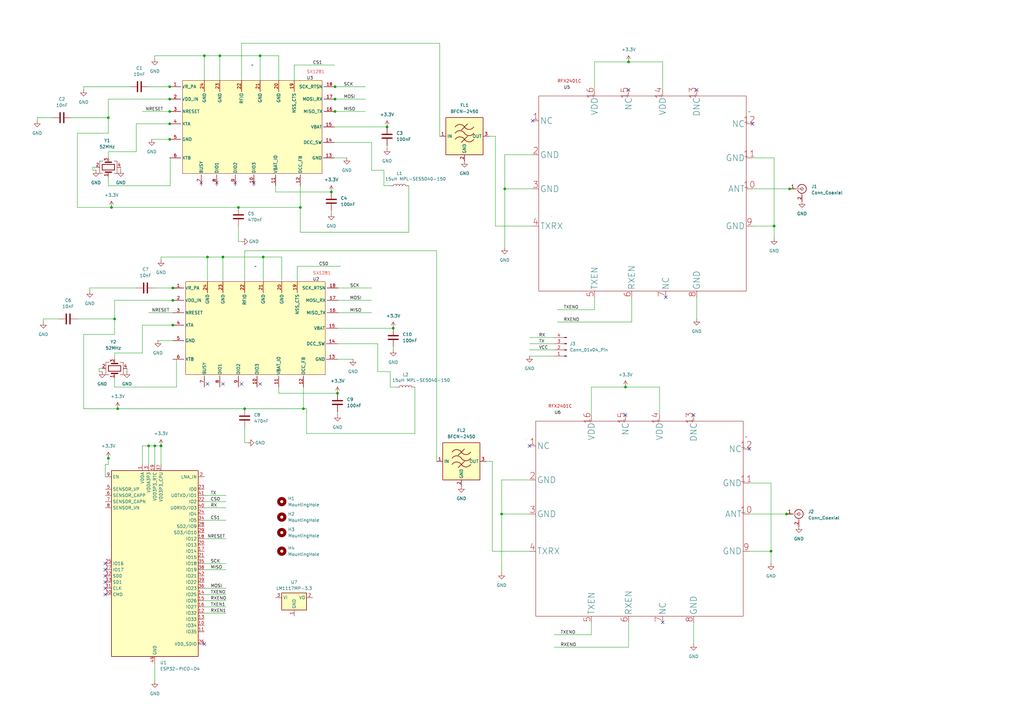
<source format=kicad_sch>
(kicad_sch
	(version 20250114)
	(generator "eeschema")
	(generator_version "9.0")
	(uuid "2c1e0aa2-2e3e-40a5-b373-68e8e4ece94f")
	(paper "A3")
	(lib_symbols
		(symbol "Connector:Conn_01x04_Pin"
			(pin_names
				(offset 1.016)
				(hide yes)
			)
			(exclude_from_sim no)
			(in_bom yes)
			(on_board yes)
			(property "Reference" "J"
				(at 0 5.08 0)
				(effects
					(font
						(size 1.27 1.27)
					)
				)
			)
			(property "Value" "Conn_01x04_Pin"
				(at 0 -7.62 0)
				(effects
					(font
						(size 1.27 1.27)
					)
				)
			)
			(property "Footprint" ""
				(at 0 0 0)
				(effects
					(font
						(size 1.27 1.27)
					)
					(hide yes)
				)
			)
			(property "Datasheet" "~"
				(at 0 0 0)
				(effects
					(font
						(size 1.27 1.27)
					)
					(hide yes)
				)
			)
			(property "Description" "Generic connector, single row, 01x04, script generated"
				(at 0 0 0)
				(effects
					(font
						(size 1.27 1.27)
					)
					(hide yes)
				)
			)
			(property "ki_locked" ""
				(at 0 0 0)
				(effects
					(font
						(size 1.27 1.27)
					)
				)
			)
			(property "ki_keywords" "connector"
				(at 0 0 0)
				(effects
					(font
						(size 1.27 1.27)
					)
					(hide yes)
				)
			)
			(property "ki_fp_filters" "Connector*:*_1x??_*"
				(at 0 0 0)
				(effects
					(font
						(size 1.27 1.27)
					)
					(hide yes)
				)
			)
			(symbol "Conn_01x04_Pin_1_1"
				(rectangle
					(start 0.8636 2.667)
					(end 0 2.413)
					(stroke
						(width 0.1524)
						(type default)
					)
					(fill
						(type outline)
					)
				)
				(rectangle
					(start 0.8636 0.127)
					(end 0 -0.127)
					(stroke
						(width 0.1524)
						(type default)
					)
					(fill
						(type outline)
					)
				)
				(rectangle
					(start 0.8636 -2.413)
					(end 0 -2.667)
					(stroke
						(width 0.1524)
						(type default)
					)
					(fill
						(type outline)
					)
				)
				(rectangle
					(start 0.8636 -4.953)
					(end 0 -5.207)
					(stroke
						(width 0.1524)
						(type default)
					)
					(fill
						(type outline)
					)
				)
				(polyline
					(pts
						(xy 1.27 2.54) (xy 0.8636 2.54)
					)
					(stroke
						(width 0.1524)
						(type default)
					)
					(fill
						(type none)
					)
				)
				(polyline
					(pts
						(xy 1.27 0) (xy 0.8636 0)
					)
					(stroke
						(width 0.1524)
						(type default)
					)
					(fill
						(type none)
					)
				)
				(polyline
					(pts
						(xy 1.27 -2.54) (xy 0.8636 -2.54)
					)
					(stroke
						(width 0.1524)
						(type default)
					)
					(fill
						(type none)
					)
				)
				(polyline
					(pts
						(xy 1.27 -5.08) (xy 0.8636 -5.08)
					)
					(stroke
						(width 0.1524)
						(type default)
					)
					(fill
						(type none)
					)
				)
				(pin passive line
					(at 5.08 2.54 180)
					(length 3.81)
					(name "Pin_1"
						(effects
							(font
								(size 1.27 1.27)
							)
						)
					)
					(number "1"
						(effects
							(font
								(size 1.27 1.27)
							)
						)
					)
				)
				(pin passive line
					(at 5.08 0 180)
					(length 3.81)
					(name "Pin_2"
						(effects
							(font
								(size 1.27 1.27)
							)
						)
					)
					(number "2"
						(effects
							(font
								(size 1.27 1.27)
							)
						)
					)
				)
				(pin passive line
					(at 5.08 -2.54 180)
					(length 3.81)
					(name "Pin_3"
						(effects
							(font
								(size 1.27 1.27)
							)
						)
					)
					(number "3"
						(effects
							(font
								(size 1.27 1.27)
							)
						)
					)
				)
				(pin passive line
					(at 5.08 -5.08 180)
					(length 3.81)
					(name "Pin_4"
						(effects
							(font
								(size 1.27 1.27)
							)
						)
					)
					(number "4"
						(effects
							(font
								(size 1.27 1.27)
							)
						)
					)
				)
			)
			(embedded_fonts no)
		)
		(symbol "Connector:Conn_Coaxial"
			(pin_names
				(offset 1.016)
				(hide yes)
			)
			(exclude_from_sim no)
			(in_bom yes)
			(on_board yes)
			(property "Reference" "J"
				(at 0.254 3.048 0)
				(effects
					(font
						(size 1.27 1.27)
					)
				)
			)
			(property "Value" "Conn_Coaxial"
				(at 2.921 0 90)
				(effects
					(font
						(size 1.27 1.27)
					)
				)
			)
			(property "Footprint" ""
				(at 0 0 0)
				(effects
					(font
						(size 1.27 1.27)
					)
					(hide yes)
				)
			)
			(property "Datasheet" "~"
				(at 0 0 0)
				(effects
					(font
						(size 1.27 1.27)
					)
					(hide yes)
				)
			)
			(property "Description" "coaxial connector (BNC, SMA, SMB, SMC, Cinch/RCA, LEMO, ...)"
				(at 0 0 0)
				(effects
					(font
						(size 1.27 1.27)
					)
					(hide yes)
				)
			)
			(property "ki_keywords" "BNC SMA SMB SMC LEMO coaxial connector CINCH RCA MCX MMCX U.FL UMRF"
				(at 0 0 0)
				(effects
					(font
						(size 1.27 1.27)
					)
					(hide yes)
				)
			)
			(property "ki_fp_filters" "*BNC* *SMA* *SMB* *SMC* *Cinch* *LEMO* *UMRF* *MCX* *U.FL*"
				(at 0 0 0)
				(effects
					(font
						(size 1.27 1.27)
					)
					(hide yes)
				)
			)
			(symbol "Conn_Coaxial_0_1"
				(polyline
					(pts
						(xy -2.54 0) (xy -0.508 0)
					)
					(stroke
						(width 0)
						(type default)
					)
					(fill
						(type none)
					)
				)
				(arc
					(start 1.778 0)
					(mid 0.222 -1.8079)
					(end -1.778 -0.508)
					(stroke
						(width 0.254)
						(type default)
					)
					(fill
						(type none)
					)
				)
				(arc
					(start -1.778 0.508)
					(mid 0.2221 1.8084)
					(end 1.778 0)
					(stroke
						(width 0.254)
						(type default)
					)
					(fill
						(type none)
					)
				)
				(circle
					(center 0 0)
					(radius 0.508)
					(stroke
						(width 0.2032)
						(type default)
					)
					(fill
						(type none)
					)
				)
				(polyline
					(pts
						(xy 0 -2.54) (xy 0 -1.778)
					)
					(stroke
						(width 0)
						(type default)
					)
					(fill
						(type none)
					)
				)
			)
			(symbol "Conn_Coaxial_1_1"
				(pin passive line
					(at -5.08 0 0)
					(length 2.54)
					(name "In"
						(effects
							(font
								(size 1.27 1.27)
							)
						)
					)
					(number "1"
						(effects
							(font
								(size 1.27 1.27)
							)
						)
					)
				)
				(pin passive line
					(at 0 -5.08 90)
					(length 2.54)
					(name "Ext"
						(effects
							(font
								(size 1.27 1.27)
							)
						)
					)
					(number "2"
						(effects
							(font
								(size 1.27 1.27)
							)
						)
					)
				)
			)
			(embedded_fonts no)
		)
		(symbol "Device:C"
			(pin_numbers
				(hide yes)
			)
			(pin_names
				(offset 0.254)
			)
			(exclude_from_sim no)
			(in_bom yes)
			(on_board yes)
			(property "Reference" "C"
				(at 0.635 2.54 0)
				(effects
					(font
						(size 1.27 1.27)
					)
					(justify left)
				)
			)
			(property "Value" "C"
				(at 0.635 -2.54 0)
				(effects
					(font
						(size 1.27 1.27)
					)
					(justify left)
				)
			)
			(property "Footprint" ""
				(at 0.9652 -3.81 0)
				(effects
					(font
						(size 1.27 1.27)
					)
					(hide yes)
				)
			)
			(property "Datasheet" "~"
				(at 0 0 0)
				(effects
					(font
						(size 1.27 1.27)
					)
					(hide yes)
				)
			)
			(property "Description" "Unpolarized capacitor"
				(at 0 0 0)
				(effects
					(font
						(size 1.27 1.27)
					)
					(hide yes)
				)
			)
			(property "ki_keywords" "cap capacitor"
				(at 0 0 0)
				(effects
					(font
						(size 1.27 1.27)
					)
					(hide yes)
				)
			)
			(property "ki_fp_filters" "C_*"
				(at 0 0 0)
				(effects
					(font
						(size 1.27 1.27)
					)
					(hide yes)
				)
			)
			(symbol "C_0_1"
				(polyline
					(pts
						(xy -2.032 0.762) (xy 2.032 0.762)
					)
					(stroke
						(width 0.508)
						(type default)
					)
					(fill
						(type none)
					)
				)
				(polyline
					(pts
						(xy -2.032 -0.762) (xy 2.032 -0.762)
					)
					(stroke
						(width 0.508)
						(type default)
					)
					(fill
						(type none)
					)
				)
			)
			(symbol "C_1_1"
				(pin passive line
					(at 0 3.81 270)
					(length 2.794)
					(name "~"
						(effects
							(font
								(size 1.27 1.27)
							)
						)
					)
					(number "1"
						(effects
							(font
								(size 1.27 1.27)
							)
						)
					)
				)
				(pin passive line
					(at 0 -3.81 90)
					(length 2.794)
					(name "~"
						(effects
							(font
								(size 1.27 1.27)
							)
						)
					)
					(number "2"
						(effects
							(font
								(size 1.27 1.27)
							)
						)
					)
				)
			)
			(embedded_fonts no)
		)
		(symbol "Device:Crystal_GND24"
			(pin_names
				(offset 1.016)
				(hide yes)
			)
			(exclude_from_sim no)
			(in_bom yes)
			(on_board yes)
			(property "Reference" "Y"
				(at 3.175 5.08 0)
				(effects
					(font
						(size 1.27 1.27)
					)
					(justify left)
				)
			)
			(property "Value" "Crystal_GND24"
				(at 3.175 3.175 0)
				(effects
					(font
						(size 1.27 1.27)
					)
					(justify left)
				)
			)
			(property "Footprint" ""
				(at 0 0 0)
				(effects
					(font
						(size 1.27 1.27)
					)
					(hide yes)
				)
			)
			(property "Datasheet" "~"
				(at 0 0 0)
				(effects
					(font
						(size 1.27 1.27)
					)
					(hide yes)
				)
			)
			(property "Description" "Four pin crystal, GND on pins 2 and 4"
				(at 0 0 0)
				(effects
					(font
						(size 1.27 1.27)
					)
					(hide yes)
				)
			)
			(property "ki_keywords" "quartz ceramic resonator oscillator"
				(at 0 0 0)
				(effects
					(font
						(size 1.27 1.27)
					)
					(hide yes)
				)
			)
			(property "ki_fp_filters" "Crystal*"
				(at 0 0 0)
				(effects
					(font
						(size 1.27 1.27)
					)
					(hide yes)
				)
			)
			(symbol "Crystal_GND24_0_1"
				(polyline
					(pts
						(xy -2.54 2.286) (xy -2.54 3.556) (xy 2.54 3.556) (xy 2.54 2.286)
					)
					(stroke
						(width 0)
						(type default)
					)
					(fill
						(type none)
					)
				)
				(polyline
					(pts
						(xy -2.54 0) (xy -2.032 0)
					)
					(stroke
						(width 0)
						(type default)
					)
					(fill
						(type none)
					)
				)
				(polyline
					(pts
						(xy -2.54 -2.286) (xy -2.54 -3.556) (xy 2.54 -3.556) (xy 2.54 -2.286)
					)
					(stroke
						(width 0)
						(type default)
					)
					(fill
						(type none)
					)
				)
				(polyline
					(pts
						(xy -2.032 -1.27) (xy -2.032 1.27)
					)
					(stroke
						(width 0.508)
						(type default)
					)
					(fill
						(type none)
					)
				)
				(rectangle
					(start -1.143 2.54)
					(end 1.143 -2.54)
					(stroke
						(width 0.3048)
						(type default)
					)
					(fill
						(type none)
					)
				)
				(polyline
					(pts
						(xy 0 3.556) (xy 0 3.81)
					)
					(stroke
						(width 0)
						(type default)
					)
					(fill
						(type none)
					)
				)
				(polyline
					(pts
						(xy 0 -3.81) (xy 0 -3.556)
					)
					(stroke
						(width 0)
						(type default)
					)
					(fill
						(type none)
					)
				)
				(polyline
					(pts
						(xy 2.032 0) (xy 2.54 0)
					)
					(stroke
						(width 0)
						(type default)
					)
					(fill
						(type none)
					)
				)
				(polyline
					(pts
						(xy 2.032 -1.27) (xy 2.032 1.27)
					)
					(stroke
						(width 0.508)
						(type default)
					)
					(fill
						(type none)
					)
				)
			)
			(symbol "Crystal_GND24_1_1"
				(pin passive line
					(at -3.81 0 0)
					(length 1.27)
					(name "1"
						(effects
							(font
								(size 1.27 1.27)
							)
						)
					)
					(number "1"
						(effects
							(font
								(size 1.27 1.27)
							)
						)
					)
				)
				(pin passive line
					(at 0 5.08 270)
					(length 1.27)
					(name "2"
						(effects
							(font
								(size 1.27 1.27)
							)
						)
					)
					(number "2"
						(effects
							(font
								(size 1.27 1.27)
							)
						)
					)
				)
				(pin passive line
					(at 0 -5.08 90)
					(length 1.27)
					(name "4"
						(effects
							(font
								(size 1.27 1.27)
							)
						)
					)
					(number "4"
						(effects
							(font
								(size 1.27 1.27)
							)
						)
					)
				)
				(pin passive line
					(at 3.81 0 180)
					(length 1.27)
					(name "3"
						(effects
							(font
								(size 1.27 1.27)
							)
						)
					)
					(number "3"
						(effects
							(font
								(size 1.27 1.27)
							)
						)
					)
				)
			)
			(embedded_fonts no)
		)
		(symbol "Device:L"
			(pin_numbers
				(hide yes)
			)
			(pin_names
				(offset 1.016)
				(hide yes)
			)
			(exclude_from_sim no)
			(in_bom yes)
			(on_board yes)
			(property "Reference" "L"
				(at -1.27 0 90)
				(effects
					(font
						(size 1.27 1.27)
					)
				)
			)
			(property "Value" "L"
				(at 1.905 0 90)
				(effects
					(font
						(size 1.27 1.27)
					)
				)
			)
			(property "Footprint" ""
				(at 0 0 0)
				(effects
					(font
						(size 1.27 1.27)
					)
					(hide yes)
				)
			)
			(property "Datasheet" "~"
				(at 0 0 0)
				(effects
					(font
						(size 1.27 1.27)
					)
					(hide yes)
				)
			)
			(property "Description" "Inductor"
				(at 0 0 0)
				(effects
					(font
						(size 1.27 1.27)
					)
					(hide yes)
				)
			)
			(property "ki_keywords" "inductor choke coil reactor magnetic"
				(at 0 0 0)
				(effects
					(font
						(size 1.27 1.27)
					)
					(hide yes)
				)
			)
			(property "ki_fp_filters" "Choke_* *Coil* Inductor_* L_*"
				(at 0 0 0)
				(effects
					(font
						(size 1.27 1.27)
					)
					(hide yes)
				)
			)
			(symbol "L_0_1"
				(arc
					(start 0 2.54)
					(mid 0.6323 1.905)
					(end 0 1.27)
					(stroke
						(width 0)
						(type default)
					)
					(fill
						(type none)
					)
				)
				(arc
					(start 0 1.27)
					(mid 0.6323 0.635)
					(end 0 0)
					(stroke
						(width 0)
						(type default)
					)
					(fill
						(type none)
					)
				)
				(arc
					(start 0 0)
					(mid 0.6323 -0.635)
					(end 0 -1.27)
					(stroke
						(width 0)
						(type default)
					)
					(fill
						(type none)
					)
				)
				(arc
					(start 0 -1.27)
					(mid 0.6323 -1.905)
					(end 0 -2.54)
					(stroke
						(width 0)
						(type default)
					)
					(fill
						(type none)
					)
				)
			)
			(symbol "L_1_1"
				(pin passive line
					(at 0 3.81 270)
					(length 1.27)
					(name "1"
						(effects
							(font
								(size 1.27 1.27)
							)
						)
					)
					(number "1"
						(effects
							(font
								(size 1.27 1.27)
							)
						)
					)
				)
				(pin passive line
					(at 0 -3.81 90)
					(length 1.27)
					(name "2"
						(effects
							(font
								(size 1.27 1.27)
							)
						)
					)
					(number "2"
						(effects
							(font
								(size 1.27 1.27)
							)
						)
					)
				)
			)
			(embedded_fonts no)
		)
		(symbol "MCU_Espressif:ESP32-PICO-D4"
			(exclude_from_sim no)
			(in_bom yes)
			(on_board yes)
			(property "Reference" "U"
				(at -17.78 39.37 0)
				(effects
					(font
						(size 1.27 1.27)
					)
					(justify left)
				)
			)
			(property "Value" "ESP32-PICO-D4"
				(at 3.81 39.37 0)
				(effects
					(font
						(size 1.27 1.27)
					)
					(justify left)
				)
			)
			(property "Footprint" "Package_DFN_QFN:QFN-48-1EP_7x7mm_P0.5mm_EP5.3x5.3mm"
				(at 31.75 -39.37 0)
				(effects
					(font
						(size 1.27 1.27)
					)
					(hide yes)
				)
			)
			(property "Datasheet" "https://www.espressif.com/sites/default/files/documentation/esp32-pico-d4_datasheet_en.pdf"
				(at 0 0 0)
				(effects
					(font
						(size 1.27 1.27)
					)
					(hide yes)
				)
			)
			(property "Description" "RF Module, ESP32 SoC, Wi-Fi 802.11b/g/n, Bluetooth, BLE, 32-bit, 2.7-3.6V, external antenna, QFN-48"
				(at 0 0 0)
				(effects
					(font
						(size 1.27 1.27)
					)
					(hide yes)
				)
			)
			(property "ki_keywords" "RF Radio BT ESP ESP32 Espressif external antenna"
				(at 0 0 0)
				(effects
					(font
						(size 1.27 1.27)
					)
					(hide yes)
				)
			)
			(property "ki_fp_filters" "QFN*1EP*7x7mm*P0.5mm*"
				(at 0 0 0)
				(effects
					(font
						(size 1.27 1.27)
					)
					(hide yes)
				)
			)
			(symbol "ESP32-PICO-D4_0_0"
				(pin input line
					(at -20.32 35.56 0)
					(length 2.54)
					(name "EN"
						(effects
							(font
								(size 1.27 1.27)
							)
						)
					)
					(number "9"
						(effects
							(font
								(size 1.27 1.27)
							)
						)
					)
				)
				(pin input line
					(at -20.32 30.48 0)
					(length 2.54)
					(name "SENSOR_VP"
						(effects
							(font
								(size 1.27 1.27)
							)
						)
					)
					(number "5"
						(effects
							(font
								(size 1.27 1.27)
							)
						)
					)
				)
				(pin input line
					(at -20.32 27.94 0)
					(length 2.54)
					(name "SENSOR_CAPP"
						(effects
							(font
								(size 1.27 1.27)
							)
						)
					)
					(number "6"
						(effects
							(font
								(size 1.27 1.27)
							)
						)
					)
				)
				(pin input line
					(at -20.32 25.4 0)
					(length 2.54)
					(name "SENSOR_CAPN"
						(effects
							(font
								(size 1.27 1.27)
							)
						)
					)
					(number "7"
						(effects
							(font
								(size 1.27 1.27)
							)
						)
					)
				)
				(pin input line
					(at -20.32 22.86 0)
					(length 2.54)
					(name "SENSOR_VN"
						(effects
							(font
								(size 1.27 1.27)
							)
						)
					)
					(number "8"
						(effects
							(font
								(size 1.27 1.27)
							)
						)
					)
				)
				(pin bidirectional line
					(at -20.32 0 0)
					(length 2.54)
					(name "IO16"
						(effects
							(font
								(size 1.27 1.27)
							)
						)
					)
					(number "25"
						(effects
							(font
								(size 1.27 1.27)
							)
						)
					)
				)
				(pin bidirectional line
					(at -20.32 -2.54 0)
					(length 2.54)
					(name "IO17"
						(effects
							(font
								(size 1.27 1.27)
							)
						)
					)
					(number "27"
						(effects
							(font
								(size 1.27 1.27)
							)
						)
					)
				)
				(pin bidirectional line
					(at -20.32 -5.08 0)
					(length 2.54)
					(name "SD0"
						(effects
							(font
								(size 1.27 1.27)
							)
						)
					)
					(number "32"
						(effects
							(font
								(size 1.27 1.27)
							)
						)
					)
				)
				(pin bidirectional line
					(at -20.32 -7.62 0)
					(length 2.54)
					(name "SD1"
						(effects
							(font
								(size 1.27 1.27)
							)
						)
					)
					(number "33"
						(effects
							(font
								(size 1.27 1.27)
							)
						)
					)
				)
				(pin bidirectional line
					(at -20.32 -10.16 0)
					(length 2.54)
					(name "CLK"
						(effects
							(font
								(size 1.27 1.27)
							)
						)
					)
					(number "31"
						(effects
							(font
								(size 1.27 1.27)
							)
						)
					)
				)
				(pin bidirectional line
					(at -20.32 -12.7 0)
					(length 2.54)
					(name "CMD"
						(effects
							(font
								(size 1.27 1.27)
							)
						)
					)
					(number "30"
						(effects
							(font
								(size 1.27 1.27)
							)
						)
					)
				)
				(pin no_connect line
					(at -17.78 -25.4 0)
					(length 2.54)
					(hide yes)
					(name "XTAL_N_NC"
						(effects
							(font
								(size 1.27 1.27)
							)
						)
					)
					(number "44"
						(effects
							(font
								(size 1.27 1.27)
							)
						)
					)
				)
				(pin no_connect line
					(at -17.78 -27.94 0)
					(length 2.54)
					(hide yes)
					(name "XTAL_P_NC"
						(effects
							(font
								(size 1.27 1.27)
							)
						)
					)
					(number "45"
						(effects
							(font
								(size 1.27 1.27)
							)
						)
					)
				)
				(pin no_connect line
					(at -17.78 -30.48 0)
					(length 2.54)
					(hide yes)
					(name "CAP2_NC"
						(effects
							(font
								(size 1.27 1.27)
							)
						)
					)
					(number "47"
						(effects
							(font
								(size 1.27 1.27)
							)
						)
					)
				)
				(pin no_connect line
					(at -17.78 -33.02 0)
					(length 2.54)
					(hide yes)
					(name "CAP1_NC"
						(effects
							(font
								(size 1.27 1.27)
							)
						)
					)
					(number "48"
						(effects
							(font
								(size 1.27 1.27)
							)
						)
					)
				)
				(pin power_in line
					(at -5.08 40.64 270)
					(length 2.54)
					(name "VDDA"
						(effects
							(font
								(size 1.27 1.27)
							)
						)
					)
					(number "1"
						(effects
							(font
								(size 1.27 1.27)
							)
						)
					)
				)
				(pin passive line
					(at -5.08 40.64 270)
					(length 2.54)
					(hide yes)
					(name "VDDA"
						(effects
							(font
								(size 1.27 1.27)
							)
						)
					)
					(number "43"
						(effects
							(font
								(size 1.27 1.27)
							)
						)
					)
				)
				(pin passive line
					(at -5.08 40.64 270)
					(length 2.54)
					(hide yes)
					(name "VDDA"
						(effects
							(font
								(size 1.27 1.27)
							)
						)
					)
					(number "46"
						(effects
							(font
								(size 1.27 1.27)
							)
						)
					)
				)
				(pin power_in line
					(at -2.54 40.64 270)
					(length 2.54)
					(name "VDDA3P3"
						(effects
							(font
								(size 1.27 1.27)
							)
						)
					)
					(number "3"
						(effects
							(font
								(size 1.27 1.27)
							)
						)
					)
				)
				(pin passive line
					(at -2.54 40.64 270)
					(length 2.54)
					(hide yes)
					(name "VDDA3P3"
						(effects
							(font
								(size 1.27 1.27)
							)
						)
					)
					(number "4"
						(effects
							(font
								(size 1.27 1.27)
							)
						)
					)
				)
				(pin power_in line
					(at 0 40.64 270)
					(length 2.54)
					(name "VDD3P3_RTC"
						(effects
							(font
								(size 1.27 1.27)
							)
						)
					)
					(number "19"
						(effects
							(font
								(size 1.27 1.27)
							)
						)
					)
				)
				(pin power_in line
					(at 0 -40.64 90)
					(length 2.54)
					(name "GND"
						(effects
							(font
								(size 1.27 1.27)
							)
						)
					)
					(number "49"
						(effects
							(font
								(size 1.27 1.27)
							)
						)
					)
				)
				(pin power_in line
					(at 2.54 40.64 270)
					(length 2.54)
					(name "VDD3P3_CPU"
						(effects
							(font
								(size 1.27 1.27)
							)
						)
					)
					(number "37"
						(effects
							(font
								(size 1.27 1.27)
							)
						)
					)
				)
				(pin bidirectional line
					(at 20.32 35.56 180)
					(length 2.54)
					(name "LNA_IN"
						(effects
							(font
								(size 1.27 1.27)
							)
						)
					)
					(number "2"
						(effects
							(font
								(size 1.27 1.27)
							)
						)
					)
				)
				(pin bidirectional line
					(at 20.32 30.48 180)
					(length 2.54)
					(name "IO0"
						(effects
							(font
								(size 1.27 1.27)
							)
						)
					)
					(number "23"
						(effects
							(font
								(size 1.27 1.27)
							)
						)
					)
				)
				(pin bidirectional line
					(at 20.32 27.94 180)
					(length 2.54)
					(name "U0TXD/IO1"
						(effects
							(font
								(size 1.27 1.27)
							)
						)
					)
					(number "41"
						(effects
							(font
								(size 1.27 1.27)
							)
						)
					)
				)
				(pin bidirectional line
					(at 20.32 25.4 180)
					(length 2.54)
					(name "IO2"
						(effects
							(font
								(size 1.27 1.27)
							)
						)
					)
					(number "22"
						(effects
							(font
								(size 1.27 1.27)
							)
						)
					)
				)
				(pin bidirectional line
					(at 20.32 22.86 180)
					(length 2.54)
					(name "U0RXD/IO3"
						(effects
							(font
								(size 1.27 1.27)
							)
						)
					)
					(number "40"
						(effects
							(font
								(size 1.27 1.27)
							)
						)
					)
				)
				(pin bidirectional line
					(at 20.32 20.32 180)
					(length 2.54)
					(name "IO4"
						(effects
							(font
								(size 1.27 1.27)
							)
						)
					)
					(number "24"
						(effects
							(font
								(size 1.27 1.27)
							)
						)
					)
				)
				(pin bidirectional line
					(at 20.32 17.78 180)
					(length 2.54)
					(name "IO5"
						(effects
							(font
								(size 1.27 1.27)
							)
						)
					)
					(number "34"
						(effects
							(font
								(size 1.27 1.27)
							)
						)
					)
				)
				(pin bidirectional line
					(at 20.32 15.24 180)
					(length 2.54)
					(name "SD2/IO9"
						(effects
							(font
								(size 1.27 1.27)
							)
						)
					)
					(number "28"
						(effects
							(font
								(size 1.27 1.27)
							)
						)
					)
				)
				(pin bidirectional line
					(at 20.32 12.7 180)
					(length 2.54)
					(name "SD3/IO10"
						(effects
							(font
								(size 1.27 1.27)
							)
						)
					)
					(number "29"
						(effects
							(font
								(size 1.27 1.27)
							)
						)
					)
				)
				(pin bidirectional line
					(at 20.32 10.16 180)
					(length 2.54)
					(name "IO12"
						(effects
							(font
								(size 1.27 1.27)
							)
						)
					)
					(number "18"
						(effects
							(font
								(size 1.27 1.27)
							)
						)
					)
				)
				(pin bidirectional line
					(at 20.32 7.62 180)
					(length 2.54)
					(name "IO13"
						(effects
							(font
								(size 1.27 1.27)
							)
						)
					)
					(number "20"
						(effects
							(font
								(size 1.27 1.27)
							)
						)
					)
				)
				(pin bidirectional line
					(at 20.32 5.08 180)
					(length 2.54)
					(name "IO14"
						(effects
							(font
								(size 1.27 1.27)
							)
						)
					)
					(number "17"
						(effects
							(font
								(size 1.27 1.27)
							)
						)
					)
				)
				(pin bidirectional line
					(at 20.32 2.54 180)
					(length 2.54)
					(name "IO15"
						(effects
							(font
								(size 1.27 1.27)
							)
						)
					)
					(number "21"
						(effects
							(font
								(size 1.27 1.27)
							)
						)
					)
				)
				(pin bidirectional line
					(at 20.32 0 180)
					(length 2.54)
					(name "IO18"
						(effects
							(font
								(size 1.27 1.27)
							)
						)
					)
					(number "35"
						(effects
							(font
								(size 1.27 1.27)
							)
						)
					)
				)
				(pin bidirectional line
					(at 20.32 -2.54 180)
					(length 2.54)
					(name "IO19"
						(effects
							(font
								(size 1.27 1.27)
							)
						)
					)
					(number "38"
						(effects
							(font
								(size 1.27 1.27)
							)
						)
					)
				)
				(pin bidirectional line
					(at 20.32 -5.08 180)
					(length 2.54)
					(name "IO21"
						(effects
							(font
								(size 1.27 1.27)
							)
						)
					)
					(number "42"
						(effects
							(font
								(size 1.27 1.27)
							)
						)
					)
				)
				(pin bidirectional line
					(at 20.32 -7.62 180)
					(length 2.54)
					(name "IO22"
						(effects
							(font
								(size 1.27 1.27)
							)
						)
					)
					(number "39"
						(effects
							(font
								(size 1.27 1.27)
							)
						)
					)
				)
				(pin bidirectional line
					(at 20.32 -10.16 180)
					(length 2.54)
					(name "IO23"
						(effects
							(font
								(size 1.27 1.27)
							)
						)
					)
					(number "36"
						(effects
							(font
								(size 1.27 1.27)
							)
						)
					)
				)
				(pin bidirectional line
					(at 20.32 -12.7 180)
					(length 2.54)
					(name "IO25"
						(effects
							(font
								(size 1.27 1.27)
							)
						)
					)
					(number "14"
						(effects
							(font
								(size 1.27 1.27)
							)
						)
					)
				)
				(pin bidirectional line
					(at 20.32 -15.24 180)
					(length 2.54)
					(name "IO26"
						(effects
							(font
								(size 1.27 1.27)
							)
						)
					)
					(number "15"
						(effects
							(font
								(size 1.27 1.27)
							)
						)
					)
				)
				(pin bidirectional line
					(at 20.32 -17.78 180)
					(length 2.54)
					(name "IO27"
						(effects
							(font
								(size 1.27 1.27)
							)
						)
					)
					(number "16"
						(effects
							(font
								(size 1.27 1.27)
							)
						)
					)
				)
				(pin bidirectional line
					(at 20.32 -20.32 180)
					(length 2.54)
					(name "IO32"
						(effects
							(font
								(size 1.27 1.27)
							)
						)
					)
					(number "12"
						(effects
							(font
								(size 1.27 1.27)
							)
						)
					)
				)
				(pin bidirectional line
					(at 20.32 -22.86 180)
					(length 2.54)
					(name "IO33"
						(effects
							(font
								(size 1.27 1.27)
							)
						)
					)
					(number "13"
						(effects
							(font
								(size 1.27 1.27)
							)
						)
					)
				)
				(pin input line
					(at 20.32 -25.4 180)
					(length 2.54)
					(name "IO34"
						(effects
							(font
								(size 1.27 1.27)
							)
						)
					)
					(number "10"
						(effects
							(font
								(size 1.27 1.27)
							)
						)
					)
				)
				(pin input line
					(at 20.32 -27.94 180)
					(length 2.54)
					(name "IO35"
						(effects
							(font
								(size 1.27 1.27)
							)
						)
					)
					(number "11"
						(effects
							(font
								(size 1.27 1.27)
							)
						)
					)
				)
				(pin power_out line
					(at 20.32 -33.02 180)
					(length 2.54)
					(name "VDD_SDIO"
						(effects
							(font
								(size 1.27 1.27)
							)
						)
					)
					(number "26"
						(effects
							(font
								(size 1.27 1.27)
							)
						)
					)
				)
			)
			(symbol "ESP32-PICO-D4_0_1"
				(rectangle
					(start -17.78 38.1)
					(end 17.78 -38.1)
					(stroke
						(width 0.254)
						(type default)
					)
					(fill
						(type background)
					)
				)
			)
			(embedded_fonts no)
		)
		(symbol "Mechanical:MountingHole"
			(pin_names
				(offset 1.016)
			)
			(exclude_from_sim no)
			(in_bom no)
			(on_board yes)
			(property "Reference" "H"
				(at 0 5.08 0)
				(effects
					(font
						(size 1.27 1.27)
					)
				)
			)
			(property "Value" "MountingHole"
				(at 0 3.175 0)
				(effects
					(font
						(size 1.27 1.27)
					)
				)
			)
			(property "Footprint" ""
				(at 0 0 0)
				(effects
					(font
						(size 1.27 1.27)
					)
					(hide yes)
				)
			)
			(property "Datasheet" "~"
				(at 0 0 0)
				(effects
					(font
						(size 1.27 1.27)
					)
					(hide yes)
				)
			)
			(property "Description" "Mounting Hole without connection"
				(at 0 0 0)
				(effects
					(font
						(size 1.27 1.27)
					)
					(hide yes)
				)
			)
			(property "ki_keywords" "mounting hole"
				(at 0 0 0)
				(effects
					(font
						(size 1.27 1.27)
					)
					(hide yes)
				)
			)
			(property "ki_fp_filters" "MountingHole*"
				(at 0 0 0)
				(effects
					(font
						(size 1.27 1.27)
					)
					(hide yes)
				)
			)
			(symbol "MountingHole_0_1"
				(circle
					(center 0 0)
					(radius 1.27)
					(stroke
						(width 1.27)
						(type default)
					)
					(fill
						(type none)
					)
				)
			)
			(embedded_fonts no)
		)
		(symbol "New_Library:RF2401C"
			(exclude_from_sim no)
			(in_bom yes)
			(on_board yes)
			(property "Reference" "U"
				(at -90.17 -13.97 0)
				(effects
					(font
						(size 1.27 1.27)
					)
					(hide yes)
				)
			)
			(property "Value" ""
				(at 0 0 0)
				(effects
					(font
						(size 1.27 1.27)
					)
				)
			)
			(property "Footprint" ""
				(at 0 0 0)
				(effects
					(font
						(size 1.27 1.27)
					)
					(hide yes)
				)
			)
			(property "Datasheet" ""
				(at 0 0 0)
				(effects
					(font
						(size 1.27 1.27)
					)
					(hide yes)
				)
			)
			(property "Description" ""
				(at 0 0 0)
				(effects
					(font
						(size 1.27 1.27)
					)
					(hide yes)
				)
			)
			(symbol "RF2401C_0_1"
				(rectangle
					(start -97.79 27.94)
					(end -97.79 27.94)
					(stroke
						(width 0)
						(type default)
					)
					(fill
						(type none)
					)
				)
				(rectangle
					(start -95.25 27.94)
					(end -95.25 27.94)
					(stroke
						(width 0)
						(type default)
					)
					(fill
						(type none)
					)
				)
				(rectangle
					(start -93.98 35.56)
					(end -8.89 -44.45)
					(stroke
						(width 0)
						(type default)
					)
					(fill
						(type none)
					)
				)
				(rectangle
					(start -88.9 -13.97)
					(end -88.9 -13.97)
					(stroke
						(width 0)
						(type default)
					)
					(fill
						(type none)
					)
				)
			)
			(symbol "RF2401C_1_1"
				(pin input line
					(at -96.52 25.4 0)
					(length 2.54)
					(name "NC"
						(effects
							(font
								(size 2.54 2.54)
							)
						)
					)
					(number "1"
						(effects
							(font
								(size 2.54 2.54)
							)
						)
					)
				)
				(pin input line
					(at -96.52 11.43 0)
					(length 2.54)
					(name "GND"
						(effects
							(font
								(size 2.54 2.54)
							)
						)
					)
					(number "2"
						(effects
							(font
								(size 2.54 2.54)
							)
						)
					)
				)
				(pin input line
					(at -96.52 -2.54 0)
					(length 2.54)
					(name "GND"
						(effects
							(font
								(size 2.54 2.54)
							)
						)
					)
					(number "3"
						(effects
							(font
								(size 2.54 2.54)
							)
						)
					)
				)
				(pin input line
					(at -96.52 -17.78 0)
					(length 2.54)
					(name "TXRX"
						(effects
							(font
								(size 2.54 2.54)
							)
						)
					)
					(number "4"
						(effects
							(font
								(size 2.54 2.54)
							)
						)
					)
				)
				(pin input line
					(at -71.12 38.1 270)
					(length 2.54)
					(name "VDD"
						(effects
							(font
								(size 2.54 2.54)
							)
						)
					)
					(number "16"
						(effects
							(font
								(size 2.54 2.54)
							)
						)
					)
				)
				(pin input line
					(at -71.12 -46.99 90)
					(length 2.54)
					(name "TXEN"
						(effects
							(font
								(size 2.54 2.54)
							)
						)
					)
					(number "5"
						(effects
							(font
								(size 2.54 2.54)
							)
						)
					)
				)
				(pin input line
					(at -57.15 38.1 270)
					(length 2.54)
					(name "NC"
						(effects
							(font
								(size 2.54 2.54)
							)
						)
					)
					(number "15"
						(effects
							(font
								(size 2.54 2.54)
							)
						)
					)
				)
				(pin input line
					(at -55.88 -46.99 90)
					(length 2.54)
					(name "RXEN"
						(effects
							(font
								(size 2.54 2.54)
							)
						)
					)
					(number "6"
						(effects
							(font
								(size 2.54 2.54)
							)
						)
					)
				)
				(pin input line
					(at -43.18 38.1 270)
					(length 2.54)
					(name "VDD"
						(effects
							(font
								(size 2.54 2.54)
							)
						)
					)
					(number "14"
						(effects
							(font
								(size 2.54 2.54)
							)
						)
					)
				)
				(pin input line
					(at -41.91 -46.99 90)
					(length 2.54)
					(name "NC"
						(effects
							(font
								(size 2.54 2.54)
							)
						)
					)
					(number "7"
						(effects
							(font
								(size 2.54 2.54)
							)
						)
					)
				)
				(pin input line
					(at -29.21 38.1 270)
					(length 2.54)
					(name "DNC"
						(effects
							(font
								(size 2.54 2.54)
							)
						)
					)
					(number "13"
						(effects
							(font
								(size 2.54 2.54)
							)
						)
					)
				)
				(pin input line
					(at -29.21 -46.99 90)
					(length 2.54)
					(name "GND"
						(effects
							(font
								(size 2.54 2.54)
							)
						)
					)
					(number "8"
						(effects
							(font
								(size 2.54 2.54)
							)
						)
					)
				)
				(pin input line
					(at -6.35 24.13 180)
					(length 2.54)
					(name "NC"
						(effects
							(font
								(size 2.54 2.54)
							)
						)
					)
					(number "12"
						(effects
							(font
								(size 2.54 2.54)
							)
						)
					)
				)
				(pin input line
					(at -6.35 10.16 180)
					(length 2.54)
					(name "GND"
						(effects
							(font
								(size 2.54 2.54)
							)
						)
					)
					(number "11"
						(effects
							(font
								(size 2.54 2.54)
							)
						)
					)
				)
				(pin input line
					(at -6.35 -2.54 180)
					(length 2.54)
					(name "ANT"
						(effects
							(font
								(size 2.54 2.54)
							)
						)
					)
					(number "10"
						(effects
							(font
								(size 2.54 2.54)
							)
						)
					)
				)
				(pin input line
					(at -6.35 -17.78 180)
					(length 2.54)
					(name "GND"
						(effects
							(font
								(size 2.54 2.54)
							)
						)
					)
					(number "9"
						(effects
							(font
								(size 2.54 2.54)
							)
						)
					)
				)
			)
			(embedded_fonts no)
		)
		(symbol "RF_Filter:BFCN-2450"
			(exclude_from_sim no)
			(in_bom yes)
			(on_board yes)
			(property "Reference" "FL"
				(at 0 10.795 0)
				(effects
					(font
						(size 1.27 1.27)
					)
				)
			)
			(property "Value" "BFCN-2450"
				(at 0 8.89 0)
				(effects
					(font
						(size 1.27 1.27)
					)
				)
			)
			(property "Footprint" "Filter:Filter_Mini-Circuits_FV1206-4"
				(at 0 12.7 0)
				(effects
					(font
						(size 1.27 1.27)
					)
					(hide yes)
				)
			)
			(property "Datasheet" "https://www.minicircuits.com/pdfs/BFCN-2450+.pdf"
				(at 0 2.54 0)
				(effects
					(font
						(size 1.27 1.27)
					)
					(hide yes)
				)
			)
			(property "Description" "2400-2550MHz 50 Ohm Passive Band Pass Filter, FV1206-4"
				(at 0 0 0)
				(effects
					(font
						(size 1.27 1.27)
					)
					(hide yes)
				)
			)
			(property "ki_keywords" "Mini-Circuits band pass filter"
				(at 0 0 0)
				(effects
					(font
						(size 1.27 1.27)
					)
					(hide yes)
				)
			)
			(property "ki_fp_filters" "Filter*Mini?Circuits*FV1206?4*"
				(at 0 0 0)
				(effects
					(font
						(size 1.27 1.27)
					)
					(hide yes)
				)
			)
			(symbol "BFCN-2450_0_1"
				(rectangle
					(start -7.62 7.62)
					(end 7.62 -7.62)
					(stroke
						(width 0.254)
						(type default)
					)
					(fill
						(type background)
					)
				)
				(arc
					(start -3.81 3.81)
					(mid -1.905 4.8295)
					(end 0 3.81)
					(stroke
						(width 0.254)
						(type default)
					)
					(fill
						(type none)
					)
				)
				(arc
					(start -3.81 1.27)
					(mid -1.905 2.2895)
					(end 0 1.27)
					(stroke
						(width 0.254)
						(type default)
					)
					(fill
						(type none)
					)
				)
				(arc
					(start -3.81 -1.27)
					(mid -1.905 -0.2505)
					(end 0 -1.27)
					(stroke
						(width 0.254)
						(type default)
					)
					(fill
						(type none)
					)
				)
				(polyline
					(pts
						(xy -1.27 2.54) (xy 1.27 5.08)
					)
					(stroke
						(width 0.254)
						(type default)
					)
					(fill
						(type none)
					)
				)
				(polyline
					(pts
						(xy -1.27 -2.54) (xy 1.27 0)
					)
					(stroke
						(width 0.254)
						(type default)
					)
					(fill
						(type none)
					)
				)
				(arc
					(start 3.81 3.81)
					(mid 1.905 2.7905)
					(end 0 3.81)
					(stroke
						(width 0.254)
						(type default)
					)
					(fill
						(type none)
					)
				)
				(arc
					(start 3.81 1.27)
					(mid 1.905 0.2505)
					(end 0 1.27)
					(stroke
						(width 0.254)
						(type default)
					)
					(fill
						(type none)
					)
				)
				(arc
					(start 3.81 -1.27)
					(mid 1.905 -2.2895)
					(end 0 -1.27)
					(stroke
						(width 0.254)
						(type default)
					)
					(fill
						(type none)
					)
				)
			)
			(symbol "BFCN-2450_1_1"
				(pin passive line
					(at -10.16 0 0)
					(length 2.54)
					(name "IN"
						(effects
							(font
								(size 1.27 1.27)
							)
						)
					)
					(number "1"
						(effects
							(font
								(size 1.27 1.27)
							)
						)
					)
				)
				(pin passive line
					(at 0 -10.16 90)
					(length 2.54)
					(name "GND"
						(effects
							(font
								(size 1.27 1.27)
							)
						)
					)
					(number "2"
						(effects
							(font
								(size 1.27 1.27)
							)
						)
					)
				)
				(pin passive line
					(at 0 -10.16 90)
					(length 2.54)
					(hide yes)
					(name "GND"
						(effects
							(font
								(size 1.27 1.27)
							)
						)
					)
					(number "4"
						(effects
							(font
								(size 1.27 1.27)
							)
						)
					)
				)
				(pin passive line
					(at 10.16 0 180)
					(length 2.54)
					(name "OUT"
						(effects
							(font
								(size 1.27 1.27)
							)
						)
					)
					(number "3"
						(effects
							(font
								(size 1.27 1.27)
							)
						)
					)
				)
			)
			(embedded_fonts no)
		)
		(symbol "Regulator_Linear:LM1117MP-3.3"
			(exclude_from_sim no)
			(in_bom yes)
			(on_board yes)
			(property "Reference" "U"
				(at -3.81 3.175 0)
				(effects
					(font
						(size 1.27 1.27)
					)
				)
			)
			(property "Value" "LM1117MP-3.3"
				(at 0 3.175 0)
				(effects
					(font
						(size 1.27 1.27)
					)
					(justify left)
				)
			)
			(property "Footprint" "Package_TO_SOT_SMD:SOT-223-3_TabPin2"
				(at 0 0 0)
				(effects
					(font
						(size 1.27 1.27)
					)
					(hide yes)
				)
			)
			(property "Datasheet" "http://www.ti.com/lit/ds/symlink/lm1117.pdf"
				(at 0 0 0)
				(effects
					(font
						(size 1.27 1.27)
					)
					(hide yes)
				)
			)
			(property "Description" "800mA Low-Dropout Linear Regulator, 3.3V fixed output, SOT-223"
				(at 0 0 0)
				(effects
					(font
						(size 1.27 1.27)
					)
					(hide yes)
				)
			)
			(property "ki_keywords" "linear regulator ldo fixed positive"
				(at 0 0 0)
				(effects
					(font
						(size 1.27 1.27)
					)
					(hide yes)
				)
			)
			(property "ki_fp_filters" "SOT?223*"
				(at 0 0 0)
				(effects
					(font
						(size 1.27 1.27)
					)
					(hide yes)
				)
			)
			(symbol "LM1117MP-3.3_0_1"
				(rectangle
					(start -5.08 -5.08)
					(end 5.08 1.905)
					(stroke
						(width 0.254)
						(type default)
					)
					(fill
						(type background)
					)
				)
			)
			(symbol "LM1117MP-3.3_1_1"
				(pin power_in line
					(at -7.62 0 0)
					(length 2.54)
					(name "VI"
						(effects
							(font
								(size 1.27 1.27)
							)
						)
					)
					(number "3"
						(effects
							(font
								(size 1.27 1.27)
							)
						)
					)
				)
				(pin power_in line
					(at 0 -7.62 90)
					(length 2.54)
					(name "GND"
						(effects
							(font
								(size 1.27 1.27)
							)
						)
					)
					(number "1"
						(effects
							(font
								(size 1.27 1.27)
							)
						)
					)
				)
				(pin power_out line
					(at 7.62 0 180)
					(length 2.54)
					(name "VO"
						(effects
							(font
								(size 1.27 1.27)
							)
						)
					)
					(number "2"
						(effects
							(font
								(size 1.27 1.27)
							)
						)
					)
				)
			)
			(embedded_fonts no)
		)
		(symbol "SX1281_1"
			(exclude_from_sim no)
			(in_bom yes)
			(on_board yes)
			(property "Reference" "U2"
				(at 0 0 0)
				(effects
					(font
						(size 1.27 1.27)
					)
					(hide yes)
				)
			)
			(property "Value" "~"
				(at -3.175 6.35 0)
				(effects
					(font
						(size 1.27 1.27)
					)
				)
			)
			(property "Footprint" ""
				(at 0 0 0)
				(effects
					(font
						(size 1.27 1.27)
					)
					(hide yes)
				)
			)
			(property "Datasheet" ""
				(at 0 0 0)
				(effects
					(font
						(size 1.27 1.27)
					)
					(hide yes)
				)
			)
			(property "Description" ""
				(at 0 0 0)
				(effects
					(font
						(size 1.27 1.27)
					)
					(hide yes)
				)
			)
			(symbol "SX1281_1_0_1"
				(rectangle
					(start 25.4 -38.1)
					(end 25.4 -38.1)
					(stroke
						(width 0)
						(type default)
					)
					(fill
						(type none)
					)
				)
				(rectangle
					(start 25.4 -38.1)
					(end 25.4 -38.1)
					(stroke
						(width 0)
						(type default)
					)
					(fill
						(type none)
					)
				)
				(rectangle
					(start 25.4 -38.1)
					(end 25.4 -38.1)
					(stroke
						(width 0)
						(type default)
					)
					(fill
						(type none)
					)
				)
			)
			(symbol "SX1281_1_1_1"
				(rectangle
					(start -31.75 0)
					(end 25.4 -38.1)
					(stroke
						(width 0)
						(type solid)
					)
					(fill
						(type background)
					)
				)
				(pin input line
					(at -37.084 -2.54 0)
					(length 4.572)
					(name "VR_PA"
						(effects
							(font
								(size 1.27 1.27)
							)
						)
					)
					(number "1"
						(effects
							(font
								(size 1.27 1.27)
							)
						)
					)
				)
				(pin input line
					(at -37.084 -7.62 0)
					(length 4.572)
					(name "VDD_IN"
						(effects
							(font
								(size 1.27 1.27)
							)
						)
					)
					(number "2"
						(effects
							(font
								(size 1.27 1.27)
							)
						)
					)
				)
				(pin input line
					(at -37.084 -12.7 0)
					(length 4.572)
					(name "NRESET"
						(effects
							(font
								(size 1.27 1.27)
							)
						)
					)
					(number "3"
						(effects
							(font
								(size 1.27 1.27)
							)
						)
					)
				)
				(pin input line
					(at -37.084 -17.78 0)
					(length 4.572)
					(name "XTA"
						(effects
							(font
								(size 1.27 1.27)
							)
						)
					)
					(number "4"
						(effects
							(font
								(size 1.27 1.27)
							)
						)
					)
				)
				(pin input line
					(at -37.084 -24.13 0)
					(length 4.572)
					(name "GND"
						(effects
							(font
								(size 1.27 1.27)
							)
						)
					)
					(number "5"
						(effects
							(font
								(size 1.27 1.27)
							)
						)
					)
				)
				(pin input line
					(at -37.084 -31.75 0)
					(length 4.572)
					(name "XTB"
						(effects
							(font
								(size 1.27 1.27)
							)
						)
					)
					(number "6"
						(effects
							(font
								(size 1.27 1.27)
							)
						)
					)
				)
				(pin input line
					(at -24.13 -43.18 90)
					(length 4.572)
					(name "BUSY"
						(effects
							(font
								(size 1.27 1.27)
							)
						)
					)
					(number "7"
						(effects
							(font
								(size 1.27 1.27)
							)
						)
					)
				)
				(pin power_in line
					(at -22.86 0 270)
					(length 4.572)
					(name "GND"
						(effects
							(font
								(size 1.27 1.27)
							)
						)
					)
					(number "24"
						(effects
							(font
								(size 1.27 1.27)
							)
						)
					)
				)
				(pin bidirectional line
					(at -17.78 -43.18 90)
					(length 4.572)
					(name "DIO1"
						(effects
							(font
								(size 1.27 1.27)
							)
						)
					)
					(number "8"
						(effects
							(font
								(size 1.27 1.27)
							)
						)
					)
				)
				(pin power_in line
					(at -16.51 0 270)
					(length 4.572)
					(name "GND"
						(effects
							(font
								(size 1.27 1.27)
							)
						)
					)
					(number "23"
						(effects
							(font
								(size 1.27 1.27)
							)
						)
					)
				)
				(pin bidirectional line
					(at -10.16 -43.18 90)
					(length 4.572)
					(name "DIO2"
						(effects
							(font
								(size 1.27 1.27)
							)
						)
					)
					(number "9"
						(effects
							(font
								(size 1.27 1.27)
							)
						)
					)
				)
				(pin bidirectional line
					(at -7.62 0 270)
					(length 4.572)
					(name "RFIO"
						(effects
							(font
								(size 1.27 1.27)
							)
						)
					)
					(number "22"
						(effects
							(font
								(size 1.27 1.27)
							)
						)
					)
				)
				(pin bidirectional line
					(at -2.54 -43.18 90)
					(length 4.572)
					(name "DIO3"
						(effects
							(font
								(size 1.27 1.27)
							)
						)
					)
					(number "10"
						(effects
							(font
								(size 1.27 1.27)
							)
						)
					)
				)
				(pin power_in line
					(at 0 0 270)
					(length 4.572)
					(name "GND"
						(effects
							(font
								(size 1.27 1.27)
							)
						)
					)
					(number "21"
						(effects
							(font
								(size 1.27 1.27)
							)
						)
					)
				)
				(pin bidirectional line
					(at 6.35 -43.18 90)
					(length 4.572)
					(name "VBAT_IO"
						(effects
							(font
								(size 1.27 1.27)
							)
						)
					)
					(number "11"
						(effects
							(font
								(size 1.27 1.27)
							)
						)
					)
				)
				(pin power_in line
					(at 7.62 0 270)
					(length 4.572)
					(name "GND"
						(effects
							(font
								(size 1.27 1.27)
							)
						)
					)
					(number "20"
						(effects
							(font
								(size 1.27 1.27)
							)
						)
					)
				)
				(pin input line
					(at 13.97 0 270)
					(length 4.572)
					(name "NSS_CTS"
						(effects
							(font
								(size 1.27 1.27)
							)
						)
					)
					(number "19"
						(effects
							(font
								(size 1.27 1.27)
							)
						)
					)
				)
				(pin bidirectional line
					(at 16.51 -43.18 90)
					(length 4.572)
					(name "DCC_FB"
						(effects
							(font
								(size 1.27 1.27)
							)
						)
					)
					(number "12"
						(effects
							(font
								(size 1.27 1.27)
							)
						)
					)
				)
				(pin power_in line
					(at 30.48 -19.05 180)
					(length 4.572)
					(name "VBAT"
						(effects
							(font
								(size 1.27 1.27)
							)
						)
					)
					(number "15"
						(effects
							(font
								(size 1.27 1.27)
							)
						)
					)
				)
				(pin bidirectional line
					(at 30.48 -25.4 180)
					(length 4.572)
					(name "DCC_SW"
						(effects
							(font
								(size 1.27 1.27)
							)
						)
					)
					(number "14"
						(effects
							(font
								(size 1.27 1.27)
							)
						)
					)
				)
				(pin input line
					(at 30.48 -31.75 180)
					(length 4.572)
					(name "GND"
						(effects
							(font
								(size 1.27 1.27)
							)
						)
					)
					(number "13"
						(effects
							(font
								(size 1.27 1.27)
							)
						)
					)
				)
				(pin input line
					(at 30.734 -2.54 180)
					(length 4.572)
					(name "SCK_RTSN"
						(effects
							(font
								(size 1.27 1.27)
							)
						)
					)
					(number "18"
						(effects
							(font
								(size 1.27 1.27)
							)
						)
					)
				)
				(pin input line
					(at 30.734 -7.62 180)
					(length 4.572)
					(name "MOSI_RX"
						(effects
							(font
								(size 1.27 1.27)
							)
						)
					)
					(number "17"
						(effects
							(font
								(size 1.27 1.27)
							)
						)
					)
				)
				(pin output line
					(at 30.734 -12.7 180)
					(length 4.572)
					(name "MISO_TX"
						(effects
							(font
								(size 1.27 1.27)
							)
						)
					)
					(number "16"
						(effects
							(font
								(size 1.27 1.27)
							)
						)
					)
				)
			)
			(embedded_fonts no)
		)
		(symbol "power:+3.3V"
			(power)
			(pin_numbers
				(hide yes)
			)
			(pin_names
				(offset 0)
				(hide yes)
			)
			(exclude_from_sim no)
			(in_bom yes)
			(on_board yes)
			(property "Reference" "#PWR"
				(at 0 -3.81 0)
				(effects
					(font
						(size 1.27 1.27)
					)
					(hide yes)
				)
			)
			(property "Value" "+3.3V"
				(at 0 3.556 0)
				(effects
					(font
						(size 1.27 1.27)
					)
				)
			)
			(property "Footprint" ""
				(at 0 0 0)
				(effects
					(font
						(size 1.27 1.27)
					)
					(hide yes)
				)
			)
			(property "Datasheet" ""
				(at 0 0 0)
				(effects
					(font
						(size 1.27 1.27)
					)
					(hide yes)
				)
			)
			(property "Description" "Power symbol creates a global label with name \"+3.3V\""
				(at 0 0 0)
				(effects
					(font
						(size 1.27 1.27)
					)
					(hide yes)
				)
			)
			(property "ki_keywords" "global power"
				(at 0 0 0)
				(effects
					(font
						(size 1.27 1.27)
					)
					(hide yes)
				)
			)
			(symbol "+3.3V_0_1"
				(polyline
					(pts
						(xy -0.762 1.27) (xy 0 2.54)
					)
					(stroke
						(width 0)
						(type default)
					)
					(fill
						(type none)
					)
				)
				(polyline
					(pts
						(xy 0 2.54) (xy 0.762 1.27)
					)
					(stroke
						(width 0)
						(type default)
					)
					(fill
						(type none)
					)
				)
				(polyline
					(pts
						(xy 0 0) (xy 0 2.54)
					)
					(stroke
						(width 0)
						(type default)
					)
					(fill
						(type none)
					)
				)
			)
			(symbol "+3.3V_1_1"
				(pin power_in line
					(at 0 0 90)
					(length 0)
					(name "~"
						(effects
							(font
								(size 1.27 1.27)
							)
						)
					)
					(number "1"
						(effects
							(font
								(size 1.27 1.27)
							)
						)
					)
				)
			)
			(embedded_fonts no)
		)
		(symbol "power:GND"
			(power)
			(pin_numbers
				(hide yes)
			)
			(pin_names
				(offset 0)
				(hide yes)
			)
			(exclude_from_sim no)
			(in_bom yes)
			(on_board yes)
			(property "Reference" "#PWR"
				(at 0 -6.35 0)
				(effects
					(font
						(size 1.27 1.27)
					)
					(hide yes)
				)
			)
			(property "Value" "GND"
				(at 0 -3.81 0)
				(effects
					(font
						(size 1.27 1.27)
					)
				)
			)
			(property "Footprint" ""
				(at 0 0 0)
				(effects
					(font
						(size 1.27 1.27)
					)
					(hide yes)
				)
			)
			(property "Datasheet" ""
				(at 0 0 0)
				(effects
					(font
						(size 1.27 1.27)
					)
					(hide yes)
				)
			)
			(property "Description" "Power symbol creates a global label with name \"GND\" , ground"
				(at 0 0 0)
				(effects
					(font
						(size 1.27 1.27)
					)
					(hide yes)
				)
			)
			(property "ki_keywords" "global power"
				(at 0 0 0)
				(effects
					(font
						(size 1.27 1.27)
					)
					(hide yes)
				)
			)
			(symbol "GND_0_1"
				(polyline
					(pts
						(xy 0 0) (xy 0 -1.27) (xy 1.27 -1.27) (xy 0 -2.54) (xy -1.27 -1.27) (xy 0 -1.27)
					)
					(stroke
						(width 0)
						(type default)
					)
					(fill
						(type none)
					)
				)
			)
			(symbol "GND_1_1"
				(pin power_in line
					(at 0 0 270)
					(length 0)
					(name "~"
						(effects
							(font
								(size 1.27 1.27)
							)
						)
					)
					(number "1"
						(effects
							(font
								(size 1.27 1.27)
							)
						)
					)
				)
			)
			(embedded_fonts no)
		)
	)
	(junction
		(at 44.45 48.26)
		(diameter 0)
		(color 0 0 0 0)
		(uuid "0953175c-85b8-4103-a108-4f2be57f6218")
	)
	(junction
		(at 69.596 35.56)
		(diameter 0)
		(color 0 0 0 0)
		(uuid "099a3ace-6d8e-4ecd-87b9-e66404df338f")
	)
	(junction
		(at 322.58 210.82)
		(diameter 0)
		(color 0 0 0 0)
		(uuid "0ab24105-3b79-4a17-ac4a-83500141d1a5")
	)
	(junction
		(at 207.01 77.47)
		(diameter 0)
		(color 0 0 0 0)
		(uuid "1265cda7-573c-49b7-a7c6-b82dc001aa69")
	)
	(junction
		(at 205.74 210.82)
		(diameter 0)
		(color 0 0 0 0)
		(uuid "128cc83a-3d5f-446d-9f1a-ddcc8ae29814")
	)
	(junction
		(at 69.596 40.64)
		(diameter 0)
		(color 0 0 0 0)
		(uuid "242b8a87-d7ea-4400-8b12-4862635f5a3a")
	)
	(junction
		(at 158.75 52.07)
		(diameter 0)
		(color 0 0 0 0)
		(uuid "2b8b3bb0-f8e2-4929-b0bf-0f986f3b72b0")
	)
	(junction
		(at 69.596 45.72)
		(diameter 0)
		(color 0 0 0 0)
		(uuid "2ea2ed53-4c3e-414e-891f-6277e7389d11")
	)
	(junction
		(at 161.29 134.62)
		(diameter 0)
		(color 0 0 0 0)
		(uuid "405c3102-bc41-42ec-bfce-aa28ae25b98e")
	)
	(junction
		(at 69.596 57.15)
		(diameter 0)
		(color 0 0 0 0)
		(uuid "436c8fe6-6712-4d92-8caf-d5c810a351a1")
	)
	(junction
		(at 135.89 78.74)
		(diameter 0)
		(color 0 0 0 0)
		(uuid "474df6c9-0955-41a7-be28-745b6e08bb16")
	)
	(junction
		(at 70.866 118.11)
		(diameter 0)
		(color 0 0 0 0)
		(uuid "569088b5-7dda-4268-96d5-8c382edb28de")
	)
	(junction
		(at 69.596 50.8)
		(diameter 0)
		(color 0 0 0 0)
		(uuid "57bafade-9eef-46be-bc4b-7b547cbeca99")
	)
	(junction
		(at 90.17 22.86)
		(diameter 0)
		(color 0 0 0 0)
		(uuid "593504db-7fe3-412f-84cf-4e1baeefc0c9")
	)
	(junction
		(at 85.09 105.41)
		(diameter 0)
		(color 0 0 0 0)
		(uuid "5c54f073-e0d3-40fc-a1a6-2bab76900ea1")
	)
	(junction
		(at 97.79 85.09)
		(diameter 0)
		(color 0 0 0 0)
		(uuid "62f965b7-c4dd-482e-b95e-932db582f112")
	)
	(junction
		(at 107.95 105.41)
		(diameter 0)
		(color 0 0 0 0)
		(uuid "65779170-dc4b-401f-b418-6de195fe2e79")
	)
	(junction
		(at 257.81 25.4)
		(diameter 0)
		(color 0 0 0 0)
		(uuid "7ac48ca4-d517-4990-97bc-fed88af2b8de")
	)
	(junction
		(at 123.19 85.09)
		(diameter 0)
		(color 0 0 0 0)
		(uuid "7b3d7e87-1f16-42c1-b156-b0bb70866c58")
	)
	(junction
		(at 63.5 182.88)
		(diameter 0)
		(color 0 0 0 0)
		(uuid "7f38f48d-df04-4b87-b8b9-9d4253a2d929")
	)
	(junction
		(at 323.85 77.47)
		(diameter 0)
		(color 0 0 0 0)
		(uuid "8270cfca-95a7-4701-915d-50649d9f327e")
	)
	(junction
		(at 100.33 167.64)
		(diameter 0)
		(color 0 0 0 0)
		(uuid "8c02a0c8-6aaf-40cc-8a06-d0a24de67acf")
	)
	(junction
		(at 138.43 161.29)
		(diameter 0)
		(color 0 0 0 0)
		(uuid "8ff17839-b7ac-4060-a61c-9d2ade3c399f")
	)
	(junction
		(at 256.54 158.75)
		(diameter 0)
		(color 0 0 0 0)
		(uuid "90293445-e0f9-499e-9f27-d72584e4ff40")
	)
	(junction
		(at 60.96 182.88)
		(diameter 0)
		(color 0 0 0 0)
		(uuid "99c89122-1128-45fb-a9ba-24449497d145")
	)
	(junction
		(at 46.99 130.81)
		(diameter 0)
		(color 0 0 0 0)
		(uuid "a53a2992-a182-465e-a059-87f05aea8fa2")
	)
	(junction
		(at 137.414 45.72)
		(diameter 0)
		(color 0 0 0 0)
		(uuid "a55023d5-1399-4a86-97c3-2aca4f99da4c")
	)
	(junction
		(at 45.72 85.09)
		(diameter 0)
		(color 0 0 0 0)
		(uuid "a8213039-5459-4264-a62d-55322f82c481")
	)
	(junction
		(at 106.68 22.86)
		(diameter 0)
		(color 0 0 0 0)
		(uuid "ae764b3d-2c6a-4d1f-b19a-4d1761de11e0")
	)
	(junction
		(at 137.414 35.56)
		(diameter 0)
		(color 0 0 0 0)
		(uuid "b4487cff-d394-4092-883c-4fc00f1c4608")
	)
	(junction
		(at 48.26 167.64)
		(diameter 0)
		(color 0 0 0 0)
		(uuid "bc802d75-8499-4488-ac70-d4c7843aca59")
	)
	(junction
		(at 83.82 22.86)
		(diameter 0)
		(color 0 0 0 0)
		(uuid "bdfa4e3e-34da-42e4-aa03-2c19d7ab782b")
	)
	(junction
		(at 317.5 92.71)
		(diameter 0)
		(color 0 0 0 0)
		(uuid "c41081c6-a486-4295-af09-d1d224fa755a")
	)
	(junction
		(at 70.866 133.35)
		(diameter 0)
		(color 0 0 0 0)
		(uuid "d831e45a-b9e9-4544-a24f-ad0c26df5e64")
	)
	(junction
		(at 70.866 123.19)
		(diameter 0)
		(color 0 0 0 0)
		(uuid "d9d0895e-bf87-47d5-b712-dea0f08e5d90")
	)
	(junction
		(at 66.04 182.88)
		(diameter 0)
		(color 0 0 0 0)
		(uuid "da466f86-233a-4546-b625-f8d878429bb2")
	)
	(junction
		(at 316.23 226.06)
		(diameter 0)
		(color 0 0 0 0)
		(uuid "e0dfeedf-04af-47ab-a2cf-f9efcad288da")
	)
	(junction
		(at 137.414 40.64)
		(diameter 0)
		(color 0 0 0 0)
		(uuid "e758af17-9eee-4005-8549-3aae39c9e27c")
	)
	(junction
		(at 91.44 105.41)
		(diameter 0)
		(color 0 0 0 0)
		(uuid "f25c9d5d-9293-4821-a095-c0034af594b6")
	)
	(junction
		(at 124.46 167.64)
		(diameter 0)
		(color 0 0 0 0)
		(uuid "f32ed24d-d5b4-4bcc-837f-3ed14df47196")
	)
	(junction
		(at 44.45 187.96)
		(diameter 0)
		(color 0 0 0 0)
		(uuid "fc52eef9-2ef6-4b5a-9809-d8a7594216fc")
	)
	(no_connect
		(at 217.17 182.88)
		(uuid "07005a3d-9a34-4845-b644-758f00a5343a")
	)
	(no_connect
		(at 307.34 184.15)
		(uuid "0a01d02c-4f09-4f60-ac3b-20629a36a5c1")
	)
	(no_connect
		(at 43.18 243.84)
		(uuid "0baca0d2-e25e-4011-a216-1f326da69a1e")
	)
	(no_connect
		(at 285.75 36.83)
		(uuid "0e0b93fc-7dae-410a-8342-d8d7ac98eaad")
	)
	(no_connect
		(at 88.9 74.93)
		(uuid "12ef1f2b-53ff-403c-9f97-6ee0ddced995")
	)
	(no_connect
		(at 256.54 170.18)
		(uuid "254f701c-8c74-4fb1-a0d6-aa4db288ab4d")
	)
	(no_connect
		(at 99.06 157.48)
		(uuid "42e9ead9-53bb-4636-858e-d581cfc02e15")
	)
	(no_connect
		(at 96.52 74.93)
		(uuid "45283a73-902f-4312-a192-52a54a0b0d6b")
	)
	(no_connect
		(at 91.44 157.48)
		(uuid "4b74cedd-2059-4ac6-8e3f-131cf9ad6d45")
	)
	(no_connect
		(at 284.48 170.18)
		(uuid "4d0327d9-5c96-4cbb-a260-97cee9c53934")
	)
	(no_connect
		(at 82.55 74.93)
		(uuid "4e8a0052-cd55-411e-b59c-9daef913f1fc")
	)
	(no_connect
		(at 43.18 231.14)
		(uuid "51cf3bab-8ca0-4c08-9146-1c1405211127")
	)
	(no_connect
		(at 218.44 49.53)
		(uuid "58af9595-69a1-405e-ba8b-e44176d324f9")
	)
	(no_connect
		(at 43.18 236.22)
		(uuid "5e0479c8-e3dc-4f6a-a796-e21e2a3d118d")
	)
	(no_connect
		(at 271.78 255.27)
		(uuid "61a5f757-0305-4891-a8cd-63699f460877")
	)
	(no_connect
		(at 83.82 264.16)
		(uuid "7e8ff3ea-194a-42f5-850a-8079388edc06")
	)
	(no_connect
		(at 308.61 50.8)
		(uuid "812734db-eb9e-4e5f-a8ab-d0b2660bbb7b")
	)
	(no_connect
		(at 106.68 157.48)
		(uuid "9fbf9f73-0fff-47b1-9411-ca2da8afdc45")
	)
	(no_connect
		(at 43.18 241.3)
		(uuid "a0fa9544-60c2-4a15-bc62-7c2fb729cb8f")
	)
	(no_connect
		(at 43.18 233.68)
		(uuid "ab0b47d6-d289-491b-9e0b-21c3436b9b5f")
	)
	(no_connect
		(at 43.18 238.76)
		(uuid "c4fdb0bc-d767-4821-89fa-98af66334f8c")
	)
	(no_connect
		(at 273.05 121.92)
		(uuid "df961d5f-3794-4be2-9293-f9af561999b4")
	)
	(no_connect
		(at 85.09 157.48)
		(uuid "e712adea-917c-4f83-ac75-55b3e3789f28")
	)
	(no_connect
		(at 104.14 74.93)
		(uuid "ec012351-beb3-4611-9dd1-643b4afa8568")
	)
	(no_connect
		(at 257.81 36.83)
		(uuid "f033fa97-6596-40e9-ae2e-31525601ba3c")
	)
	(wire
		(pts
			(xy 44.45 62.23) (xy 44.45 64.77)
		)
		(stroke
			(width 0)
			(type default)
		)
		(uuid "01749872-ce96-45bb-a578-a88e9b00d701")
	)
	(wire
		(pts
			(xy 242.57 255.27) (xy 242.57 260.35)
		)
		(stroke
			(width 0)
			(type default)
		)
		(uuid "02518728-a7ac-4944-b812-c25371e39891")
	)
	(wire
		(pts
			(xy 201.93 189.23) (xy 199.39 189.23)
		)
		(stroke
			(width 0)
			(type default)
		)
		(uuid "0292f3f7-eee0-45a6-a6c2-957d5fae7ec0")
	)
	(wire
		(pts
			(xy 29.21 48.26) (xy 44.45 48.26)
		)
		(stroke
			(width 0)
			(type default)
		)
		(uuid "03a8b19a-35e7-4da9-88bc-d22d47b74394")
	)
	(wire
		(pts
			(xy 242.57 158.75) (xy 256.54 158.75)
		)
		(stroke
			(width 0)
			(type default)
		)
		(uuid "053244ca-2f97-4661-b414-976b4588d86a")
	)
	(wire
		(pts
			(xy 69.596 40.64) (xy 44.45 40.64)
		)
		(stroke
			(width 0)
			(type default)
		)
		(uuid "08bf5b9a-867f-4417-9d7b-46a01b54ab54")
	)
	(wire
		(pts
			(xy 60.96 190.5) (xy 60.96 182.88)
		)
		(stroke
			(width 0)
			(type default)
		)
		(uuid "09009296-5352-4b7a-a8b2-ac2505de6c20")
	)
	(wire
		(pts
			(xy 160.02 158.75) (xy 162.56 158.75)
		)
		(stroke
			(width 0)
			(type default)
		)
		(uuid "0ae7d6a2-2c04-4d37-b12c-4062ae83700f")
	)
	(wire
		(pts
			(xy 100.33 102.87) (xy 100.33 115.57)
		)
		(stroke
			(width 0)
			(type default)
		)
		(uuid "0bdb1dcc-ce24-4d3f-8a77-309886bd31d7")
	)
	(wire
		(pts
			(xy 242.57 170.18) (xy 242.57 158.75)
		)
		(stroke
			(width 0)
			(type default)
		)
		(uuid "0c3a8611-09c8-47fb-9180-6ce7d38c33bf")
	)
	(wire
		(pts
			(xy 161.29 142.24) (xy 161.29 143.51)
		)
		(stroke
			(width 0)
			(type default)
		)
		(uuid "0cb08b70-5d32-4747-841a-0dce00530014")
	)
	(wire
		(pts
			(xy 83.82 208.28) (xy 92.71 208.28)
		)
		(stroke
			(width 0)
			(type default)
		)
		(uuid "0df1f9ae-9235-4010-9b64-6eea08c20ca6")
	)
	(wire
		(pts
			(xy 36.83 118.11) (xy 55.88 118.11)
		)
		(stroke
			(width 0)
			(type default)
		)
		(uuid "0e247353-74b5-4d12-9751-865f0641a42b")
	)
	(wire
		(pts
			(xy 243.84 25.4) (xy 257.81 25.4)
		)
		(stroke
			(width 0)
			(type default)
		)
		(uuid "0fba63cb-8e6a-44b9-a7f6-33470c3b87ac")
	)
	(wire
		(pts
			(xy 66.04 182.88) (xy 66.04 190.5)
		)
		(stroke
			(width 0)
			(type default)
		)
		(uuid "10437a03-d133-41ad-9ab0-5717f6f54ec0")
	)
	(wire
		(pts
			(xy 99.06 17.78) (xy 99.06 33.02)
		)
		(stroke
			(width 0)
			(type default)
		)
		(uuid "11bb0ddb-ebff-4f16-ac8d-98bd42bf770e")
	)
	(wire
		(pts
			(xy 55.88 62.23) (xy 44.45 62.23)
		)
		(stroke
			(width 0)
			(type default)
		)
		(uuid "11ece894-0da7-44b3-863f-2d78367db9c6")
	)
	(wire
		(pts
			(xy 40.64 152.4) (xy 41.91 152.4)
		)
		(stroke
			(width 0)
			(type default)
		)
		(uuid "16256324-3ebe-4cde-9689-975ee0e2efb5")
	)
	(wire
		(pts
			(xy 46.99 130.81) (xy 46.99 137.16)
		)
		(stroke
			(width 0)
			(type default)
		)
		(uuid "164d0690-03f2-4ea2-9b95-c38b8b564e39")
	)
	(wire
		(pts
			(xy 63.5 118.11) (xy 70.866 118.11)
		)
		(stroke
			(width 0)
			(type default)
		)
		(uuid "16f2d688-0787-473e-bdb0-4d3e3eb87d63")
	)
	(wire
		(pts
			(xy 317.5 64.77) (xy 317.5 92.71)
		)
		(stroke
			(width 0)
			(type default)
		)
		(uuid "17a6c2af-e754-4021-8bc3-02373f0fa4c0")
	)
	(wire
		(pts
			(xy 83.82 220.98) (xy 92.71 220.98)
		)
		(stroke
			(width 0)
			(type default)
		)
		(uuid "17cb487a-9889-4a31-941a-3148c0da917b")
	)
	(wire
		(pts
			(xy 17.78 130.81) (xy 17.78 132.08)
		)
		(stroke
			(width 0)
			(type default)
		)
		(uuid "18476fef-d0c7-4db5-8a0b-76045064d880")
	)
	(wire
		(pts
			(xy 58.42 190.5) (xy 58.42 182.88)
		)
		(stroke
			(width 0)
			(type default)
		)
		(uuid "1871dca3-c71e-4bb5-b32d-30a3c5dc8c4f")
	)
	(wire
		(pts
			(xy 154.94 140.97) (xy 154.94 152.4)
		)
		(stroke
			(width 0)
			(type default)
		)
		(uuid "1a4f20a4-9d37-4626-b7b3-b09aa50ec56f")
	)
	(wire
		(pts
			(xy 97.79 99.06) (xy 97.79 92.71)
		)
		(stroke
			(width 0)
			(type default)
		)
		(uuid "1b53c95b-dbf6-4eab-967d-884dc3f0b370")
	)
	(wire
		(pts
			(xy 69.596 35.56) (xy 69.85 35.56)
		)
		(stroke
			(width 0)
			(type default)
		)
		(uuid "1de5c7ba-e950-4549-94dc-6ac62967d53c")
	)
	(wire
		(pts
			(xy 154.94 152.4) (xy 160.02 152.4)
		)
		(stroke
			(width 0)
			(type default)
		)
		(uuid "1e1bffe6-fd1d-4e1e-8082-f283bf9f5492")
	)
	(wire
		(pts
			(xy 113.03 78.74) (xy 135.89 78.74)
		)
		(stroke
			(width 0)
			(type default)
		)
		(uuid "1f77365c-d1db-4413-9c59-5c0c9e4800de")
	)
	(wire
		(pts
			(xy 124.46 167.64) (xy 125.73 167.64)
		)
		(stroke
			(width 0)
			(type default)
		)
		(uuid "1fb58b3f-1a02-423a-9ad7-6cbe3a2a8554")
	)
	(wire
		(pts
			(xy 257.81 255.27) (xy 257.81 265.43)
		)
		(stroke
			(width 0)
			(type default)
		)
		(uuid "238bdccf-ea06-4964-aa48-85be2ac8e557")
	)
	(wire
		(pts
			(xy 170.18 158.75) (xy 170.18 177.8)
		)
		(stroke
			(width 0)
			(type default)
		)
		(uuid "25df8b9c-7207-494c-8d28-ecf65db3d37e")
	)
	(wire
		(pts
			(xy 83.82 205.74) (xy 92.71 205.74)
		)
		(stroke
			(width 0)
			(type default)
		)
		(uuid "27469967-86cc-4a29-8df8-5e3713a4f0d6")
	)
	(wire
		(pts
			(xy 308.61 77.47) (xy 323.85 77.47)
		)
		(stroke
			(width 0)
			(type default)
		)
		(uuid "2795171c-5c6b-4d89-8b06-f32f88c1752a")
	)
	(wire
		(pts
			(xy 205.74 196.85) (xy 205.74 210.82)
		)
		(stroke
			(width 0)
			(type default)
		)
		(uuid "2827f590-ef80-48c5-8ba5-6dbab08a4d3d")
	)
	(wire
		(pts
			(xy 44.45 190.5) (xy 43.18 190.5)
		)
		(stroke
			(width 0)
			(type default)
		)
		(uuid "2888ca0c-f123-49e7-89d0-b673e9310a5a")
	)
	(wire
		(pts
			(xy 69.85 64.77) (xy 69.85 76.2)
		)
		(stroke
			(width 0)
			(type default)
		)
		(uuid "29c7af5e-4138-4c87-a2bb-aa07cc9bf5b6")
	)
	(wire
		(pts
			(xy 259.08 121.92) (xy 259.08 132.08)
		)
		(stroke
			(width 0)
			(type default)
		)
		(uuid "2acfa979-8b32-46c1-93c7-f33cce633222")
	)
	(wire
		(pts
			(xy 62.23 57.15) (xy 69.596 57.15)
		)
		(stroke
			(width 0)
			(type default)
		)
		(uuid "2be4fa3d-440c-4faa-8b60-1fbb52c8ec3a")
	)
	(wire
		(pts
			(xy 44.45 54.61) (xy 31.75 54.61)
		)
		(stroke
			(width 0)
			(type default)
		)
		(uuid "2e6a81cf-8af5-4eeb-9936-1b50028b91eb")
	)
	(wire
		(pts
			(xy 83.82 251.46) (xy 92.71 251.46)
		)
		(stroke
			(width 0)
			(type default)
		)
		(uuid "2ede5908-55b3-4fae-934f-aade0f3ac33c")
	)
	(wire
		(pts
			(xy 83.82 231.14) (xy 92.71 231.14)
		)
		(stroke
			(width 0)
			(type default)
		)
		(uuid "2f2f42cf-0087-463e-b0db-603fdbce2397")
	)
	(wire
		(pts
			(xy 137.16 64.77) (xy 142.24 64.77)
		)
		(stroke
			(width 0)
			(type default)
		)
		(uuid "2f720c7e-67da-4900-ab13-80d548a4455e")
	)
	(wire
		(pts
			(xy 316.23 198.12) (xy 316.23 226.06)
		)
		(stroke
			(width 0)
			(type default)
		)
		(uuid "301ba519-a27c-44f7-9c24-21a0a3443718")
	)
	(wire
		(pts
			(xy 60.96 182.88) (xy 63.5 182.88)
		)
		(stroke
			(width 0)
			(type default)
		)
		(uuid "303e8efe-c7ff-44bc-8e4b-f4c90d143e1c")
	)
	(wire
		(pts
			(xy 44.45 72.39) (xy 44.45 76.2)
		)
		(stroke
			(width 0)
			(type default)
		)
		(uuid "30cb9843-dc0b-4821-b98d-c5651c18ca42")
	)
	(wire
		(pts
			(xy 107.95 115.57) (xy 107.95 105.41)
		)
		(stroke
			(width 0)
			(type default)
		)
		(uuid "310aa67e-eeba-4b50-b945-eb5fd5cb1d38")
	)
	(wire
		(pts
			(xy 123.19 85.09) (xy 123.19 76.2)
		)
		(stroke
			(width 0)
			(type default)
		)
		(uuid "3324ae25-e97e-46ea-8eb3-bcbaa25af86b")
	)
	(wire
		(pts
			(xy 307.34 226.06) (xy 316.23 226.06)
		)
		(stroke
			(width 0)
			(type default)
		)
		(uuid "33957488-1bc5-4f98-8e00-b55f0ae438bd")
	)
	(wire
		(pts
			(xy 114.3 161.29) (xy 138.43 161.29)
		)
		(stroke
			(width 0)
			(type default)
		)
		(uuid "345ca3eb-03c3-49e9-b453-2698889c5479")
	)
	(wire
		(pts
			(xy 83.82 203.2) (xy 92.71 203.2)
		)
		(stroke
			(width 0)
			(type default)
		)
		(uuid "34a4a254-be90-46fb-92d7-11d0af29b327")
	)
	(wire
		(pts
			(xy 58.42 45.72) (xy 69.596 45.72)
		)
		(stroke
			(width 0)
			(type default)
		)
		(uuid "37d3803d-a135-460b-ab33-c66e5e4fdecb")
	)
	(wire
		(pts
			(xy 205.74 210.82) (xy 205.74 234.95)
		)
		(stroke
			(width 0)
			(type default)
		)
		(uuid "386db14d-05e5-4138-9536-217703caa49e")
	)
	(wire
		(pts
			(xy 107.95 105.41) (xy 115.57 105.41)
		)
		(stroke
			(width 0)
			(type default)
		)
		(uuid "3939b3d4-7427-4384-a9cb-8be04173c74b")
	)
	(wire
		(pts
			(xy 83.82 243.84) (xy 92.71 243.84)
		)
		(stroke
			(width 0)
			(type default)
		)
		(uuid "3a733d05-ee80-4e63-bf4c-201d053ea4dc")
	)
	(wire
		(pts
			(xy 137.16 58.42) (xy 152.4 58.42)
		)
		(stroke
			(width 0)
			(type default)
		)
		(uuid "3b25d167-ed6a-4448-81fc-3aa122161530")
	)
	(wire
		(pts
			(xy 38.1 69.85) (xy 39.37 69.85)
		)
		(stroke
			(width 0)
			(type default)
		)
		(uuid "3b5f652e-9cd2-4bf0-a96a-45ff28dc8f57")
	)
	(wire
		(pts
			(xy 34.29 35.56) (xy 34.29 36.83)
		)
		(stroke
			(width 0)
			(type default)
		)
		(uuid "3efaecd9-095c-49ba-bdad-a48869ae744d")
	)
	(wire
		(pts
			(xy 201.93 226.06) (xy 201.93 189.23)
		)
		(stroke
			(width 0)
			(type default)
		)
		(uuid "41457513-1cc1-45f0-8fab-c6d8e33437e0")
	)
	(wire
		(pts
			(xy 72.39 147.32) (xy 72.39 158.75)
		)
		(stroke
			(width 0)
			(type default)
		)
		(uuid "41694da2-1a88-4f34-b5ac-20cf9b08f9df")
	)
	(wire
		(pts
			(xy 83.82 248.92) (xy 92.71 248.92)
		)
		(stroke
			(width 0)
			(type default)
		)
		(uuid "424e79f9-04df-4d8f-9401-fb8497788cd6")
	)
	(wire
		(pts
			(xy 69.596 50.8) (xy 55.88 50.8)
		)
		(stroke
			(width 0)
			(type default)
		)
		(uuid "437171ed-40a3-43cb-848e-5f1f90fdfa3f")
	)
	(wire
		(pts
			(xy 158.75 59.69) (xy 158.75 60.96)
		)
		(stroke
			(width 0)
			(type default)
		)
		(uuid "43b55250-4b5a-4c44-bc72-376cc0252c0f")
	)
	(wire
		(pts
			(xy 46.99 144.78) (xy 46.99 147.32)
		)
		(stroke
			(width 0)
			(type default)
		)
		(uuid "45701be1-2bf8-44fb-99d1-c1d6614e16f9")
	)
	(wire
		(pts
			(xy 70.866 123.19) (xy 72.39 123.19)
		)
		(stroke
			(width 0)
			(type default)
		)
		(uuid "45dbc179-49dd-4d74-8701-50393633fa3c")
	)
	(wire
		(pts
			(xy 284.48 255.27) (xy 284.48 264.16)
		)
		(stroke
			(width 0)
			(type default)
		)
		(uuid "4731a086-828b-4a0e-9ea0-a318189b7fa3")
	)
	(wire
		(pts
			(xy 31.75 54.61) (xy 31.75 85.09)
		)
		(stroke
			(width 0)
			(type default)
		)
		(uuid "47b98464-84bf-40e8-b0a1-0304b4cdb7be")
	)
	(wire
		(pts
			(xy 83.82 22.86) (xy 63.5 22.86)
		)
		(stroke
			(width 0)
			(type default)
		)
		(uuid "48d8766b-dee6-49f7-9aad-4f028b0e743c")
	)
	(wire
		(pts
			(xy 207.01 77.47) (xy 218.44 77.47)
		)
		(stroke
			(width 0)
			(type default)
		)
		(uuid "49af531d-bb03-428c-8545-fc2ee061d24e")
	)
	(wire
		(pts
			(xy 167.64 95.25) (xy 123.19 95.25)
		)
		(stroke
			(width 0)
			(type default)
		)
		(uuid "4a0f644e-43a6-4296-9ace-9533f27305e3")
	)
	(wire
		(pts
			(xy 41.91 151.13) (xy 40.64 151.13)
		)
		(stroke
			(width 0)
			(type default)
		)
		(uuid "4c3c59c4-fd95-41be-9b49-dc7411781e72")
	)
	(wire
		(pts
			(xy 113.03 76.2) (xy 113.03 78.74)
		)
		(stroke
			(width 0)
			(type default)
		)
		(uuid "4ec01dd7-f9b7-45a1-9de6-6c1939c05e94")
	)
	(wire
		(pts
			(xy 60.96 35.56) (xy 69.596 35.56)
		)
		(stroke
			(width 0)
			(type default)
		)
		(uuid "51991686-2c9a-497c-a6e5-bdc7216e55b9")
	)
	(wire
		(pts
			(xy 138.684 123.19) (xy 152.4 123.19)
		)
		(stroke
			(width 0)
			(type default)
		)
		(uuid "52da4d23-bd62-4bdf-9208-2dac0ddabe21")
	)
	(wire
		(pts
			(xy 31.75 85.09) (xy 45.72 85.09)
		)
		(stroke
			(width 0)
			(type default)
		)
		(uuid "53021c88-b5a7-4794-be8d-e7f226aa6a8e")
	)
	(wire
		(pts
			(xy 34.29 167.64) (xy 48.26 167.64)
		)
		(stroke
			(width 0)
			(type default)
		)
		(uuid "534174de-5a2a-485c-b421-87368e85452d")
	)
	(wire
		(pts
			(xy 179.07 102.87) (xy 179.07 189.23)
		)
		(stroke
			(width 0)
			(type default)
		)
		(uuid "57af2939-33be-4284-8096-ae16b4d8f849")
	)
	(wire
		(pts
			(xy 121.92 109.22) (xy 139.7 109.22)
		)
		(stroke
			(width 0)
			(type default)
		)
		(uuid "57b37513-e6fb-4e25-9378-2c96f2aad63b")
	)
	(wire
		(pts
			(xy 97.79 99.06) (xy 99.06 99.06)
		)
		(stroke
			(width 0)
			(type default)
		)
		(uuid "58132eab-a911-4386-9e20-d071199b087e")
	)
	(wire
		(pts
			(xy 124.46 167.64) (xy 124.46 158.75)
		)
		(stroke
			(width 0)
			(type default)
		)
		(uuid "581595d6-45d6-44ae-afa0-ee252637877c")
	)
	(wire
		(pts
			(xy 167.64 76.2) (xy 167.64 95.25)
		)
		(stroke
			(width 0)
			(type default)
		)
		(uuid "58e14485-791c-4361-bae7-4add4749fa12")
	)
	(wire
		(pts
			(xy 45.72 85.09) (xy 97.79 85.09)
		)
		(stroke
			(width 0)
			(type default)
		)
		(uuid "58e56918-f56e-43c9-8845-f7d926b54004")
	)
	(wire
		(pts
			(xy 63.5 22.86) (xy 63.5 24.13)
		)
		(stroke
			(width 0)
			(type default)
		)
		(uuid "594a6994-ddc7-42ce-825f-0a6eda26324b")
	)
	(wire
		(pts
			(xy 70.866 123.19) (xy 46.99 123.19)
		)
		(stroke
			(width 0)
			(type default)
		)
		(uuid "595ab5b4-4d9f-4794-aa0e-82a2d4f8501e")
	)
	(wire
		(pts
			(xy 138.43 168.91) (xy 138.43 170.18)
		)
		(stroke
			(width 0)
			(type default)
		)
		(uuid "5c2f193d-55b1-4d75-8485-f9492a88fc2a")
	)
	(wire
		(pts
			(xy 217.17 226.06) (xy 201.93 226.06)
		)
		(stroke
			(width 0)
			(type default)
		)
		(uuid "5dda69de-db0c-493f-9fc8-68df3a321f9f")
	)
	(wire
		(pts
			(xy 135.89 86.36) (xy 135.89 87.63)
		)
		(stroke
			(width 0)
			(type default)
		)
		(uuid "61bb2230-a7e9-46d9-919a-b259a14784d0")
	)
	(wire
		(pts
			(xy 138.684 128.27) (xy 152.4 128.27)
		)
		(stroke
			(width 0)
			(type default)
		)
		(uuid "62e2179f-32f2-4c0a-a0d2-6c4441f17f82")
	)
	(wire
		(pts
			(xy 207.01 63.5) (xy 207.01 77.47)
		)
		(stroke
			(width 0)
			(type default)
		)
		(uuid "63feab78-8cfd-451a-82af-9617e260d190")
	)
	(wire
		(pts
			(xy 256.54 158.75) (xy 270.51 158.75)
		)
		(stroke
			(width 0)
			(type default)
		)
		(uuid "656dae5d-76a9-4d2b-a4f5-b07af8c10fcb")
	)
	(wire
		(pts
			(xy 31.75 130.81) (xy 46.99 130.81)
		)
		(stroke
			(width 0)
			(type default)
		)
		(uuid "663df8fd-1fb1-4a8d-9b8b-9dcd7460d1a5")
	)
	(wire
		(pts
			(xy 217.17 146.05) (xy 227.33 146.05)
		)
		(stroke
			(width 0)
			(type default)
		)
		(uuid "66414abe-d2ac-401b-badc-b79bdb890c6e")
	)
	(wire
		(pts
			(xy 227.33 260.35) (xy 242.57 260.35)
		)
		(stroke
			(width 0)
			(type default)
		)
		(uuid "680b6a32-7064-4811-be82-cb13b44a0303")
	)
	(wire
		(pts
			(xy 69.596 57.15) (xy 69.85 57.15)
		)
		(stroke
			(width 0)
			(type default)
		)
		(uuid "6a7c90bb-f200-46c1-a4ea-840813c9ad81")
	)
	(wire
		(pts
			(xy 217.17 138.43) (xy 227.33 138.43)
		)
		(stroke
			(width 0)
			(type default)
		)
		(uuid "6c721f96-3c34-478b-8b0a-aecbabb63f65")
	)
	(wire
		(pts
			(xy 17.78 130.81) (xy 24.13 130.81)
		)
		(stroke
			(width 0)
			(type default)
		)
		(uuid "6ea5669c-eeda-4a65-b052-6e596ff7e935")
	)
	(wire
		(pts
			(xy 39.37 68.58) (xy 38.1 68.58)
		)
		(stroke
			(width 0)
			(type default)
		)
		(uuid "71b28c8a-45ad-4767-87c9-b1b97564f538")
	)
	(wire
		(pts
			(xy 83.82 233.68) (xy 92.71 233.68)
		)
		(stroke
			(width 0)
			(type default)
		)
		(uuid "793eb403-6eba-4111-8444-692b92ca3582")
	)
	(wire
		(pts
			(xy 15.24 48.26) (xy 21.59 48.26)
		)
		(stroke
			(width 0)
			(type default)
		)
		(uuid "7ce14a80-9ded-4caf-9260-31bc4bfce302")
	)
	(wire
		(pts
			(xy 85.09 105.41) (xy 66.04 105.41)
		)
		(stroke
			(width 0)
			(type default)
		)
		(uuid "7d47e573-d67d-4359-8992-a0d7d2a7a558")
	)
	(wire
		(pts
			(xy 106.68 33.02) (xy 106.68 22.86)
		)
		(stroke
			(width 0)
			(type default)
		)
		(uuid "7d83351b-649a-4734-bc2e-6ebf82c066f1")
	)
	(wire
		(pts
			(xy 58.42 144.78) (xy 46.99 144.78)
		)
		(stroke
			(width 0)
			(type default)
		)
		(uuid "7d991015-1bc1-4f5d-9fa3-d0f380927408")
	)
	(wire
		(pts
			(xy 137.16 40.64) (xy 137.414 40.64)
		)
		(stroke
			(width 0)
			(type default)
		)
		(uuid "7e1ad0b7-c794-447a-908e-2395aa282f67")
	)
	(wire
		(pts
			(xy 83.82 33.02) (xy 83.82 22.86)
		)
		(stroke
			(width 0)
			(type default)
		)
		(uuid "7f2bf0fd-5b28-4536-8b88-aecea6c49612")
	)
	(wire
		(pts
			(xy 114.3 158.75) (xy 114.3 161.29)
		)
		(stroke
			(width 0)
			(type default)
		)
		(uuid "7fca000c-dc0b-4503-ab86-4bcb4ec6589a")
	)
	(wire
		(pts
			(xy 15.24 48.26) (xy 15.24 49.53)
		)
		(stroke
			(width 0)
			(type default)
		)
		(uuid "80c53958-3c2c-4e86-9876-3b01ee9b5f82")
	)
	(wire
		(pts
			(xy 48.26 167.64) (xy 100.33 167.64)
		)
		(stroke
			(width 0)
			(type default)
		)
		(uuid "835233b7-d605-40e9-86ac-88380500b4d8")
	)
	(wire
		(pts
			(xy 49.53 68.58) (xy 49.53 69.85)
		)
		(stroke
			(width 0)
			(type default)
		)
		(uuid "83c9756c-7fcd-4f51-8686-c0f75165832f")
	)
	(wire
		(pts
			(xy 137.414 40.64) (xy 149.86 40.64)
		)
		(stroke
			(width 0)
			(type default)
		)
		(uuid "84098aed-211d-402a-8b2d-1c0b8c486c14")
	)
	(wire
		(pts
			(xy 243.84 36.83) (xy 243.84 25.4)
		)
		(stroke
			(width 0)
			(type default)
		)
		(uuid "857c7822-6f0d-4575-b717-5a6a1af779e0")
	)
	(wire
		(pts
			(xy 323.85 77.47) (xy 326.39 77.47)
		)
		(stroke
			(width 0)
			(type default)
		)
		(uuid "8695295c-6cea-42b0-95b0-8a83a84c0f76")
	)
	(wire
		(pts
			(xy 100.33 181.61) (xy 101.6 181.61)
		)
		(stroke
			(width 0)
			(type default)
		)
		(uuid "86ec0e9f-6f80-4fd4-87d5-4043354412f1")
	)
	(wire
		(pts
			(xy 97.79 85.09) (xy 123.19 85.09)
		)
		(stroke
			(width 0)
			(type default)
		)
		(uuid "87c7bfac-5f69-498b-8f2d-ac09cc81747d")
	)
	(wire
		(pts
			(xy 46.99 158.75) (xy 72.39 158.75)
		)
		(stroke
			(width 0)
			(type default)
		)
		(uuid "885c35d7-5866-4953-a40a-1254028cf9b8")
	)
	(wire
		(pts
			(xy 137.414 45.72) (xy 149.86 45.72)
		)
		(stroke
			(width 0)
			(type default)
		)
		(uuid "8ae0235f-c4f1-4a5b-96bc-d1c775a780b5")
	)
	(wire
		(pts
			(xy 34.29 137.16) (xy 34.29 167.64)
		)
		(stroke
			(width 0)
			(type default)
		)
		(uuid "8cc3a799-bc8f-42e6-9948-3942a73ee23a")
	)
	(wire
		(pts
			(xy 121.92 115.57) (xy 121.92 109.22)
		)
		(stroke
			(width 0)
			(type default)
		)
		(uuid "8f51468e-ea9d-4ffe-88cf-9a377e8f2ff6")
	)
	(wire
		(pts
			(xy 36.83 118.11) (xy 36.83 119.38)
		)
		(stroke
			(width 0)
			(type default)
		)
		(uuid "907901ae-b89c-4795-9dc5-3f50fb59e229")
	)
	(wire
		(pts
			(xy 100.33 181.61) (xy 100.33 175.26)
		)
		(stroke
			(width 0)
			(type default)
		)
		(uuid "9450683f-8658-40cb-b69e-2095e345431b")
	)
	(wire
		(pts
			(xy 317.5 92.71) (xy 317.5 97.79)
		)
		(stroke
			(width 0)
			(type default)
		)
		(uuid "97127ab7-cde1-4f89-8ff6-8a1728428804")
	)
	(wire
		(pts
			(xy 307.34 198.12) (xy 316.23 198.12)
		)
		(stroke
			(width 0)
			(type default)
		)
		(uuid "9716cb5c-335d-4f2a-9c17-23a4b6b6c449")
	)
	(wire
		(pts
			(xy 120.65 26.67) (xy 137.16 26.67)
		)
		(stroke
			(width 0)
			(type default)
		)
		(uuid "9781052a-0f06-4ea2-ac6b-682f831460b8")
	)
	(wire
		(pts
			(xy 70.866 133.35) (xy 58.42 133.35)
		)
		(stroke
			(width 0)
			(type default)
		)
		(uuid "9a83b17d-4be0-4813-97d9-6c449bb0fffe")
	)
	(wire
		(pts
			(xy 44.45 186.69) (xy 44.45 187.96)
		)
		(stroke
			(width 0)
			(type default)
		)
		(uuid "9afb9851-eb08-49d5-ac13-4576dd11f672")
	)
	(wire
		(pts
			(xy 217.17 196.85) (xy 205.74 196.85)
		)
		(stroke
			(width 0)
			(type default)
		)
		(uuid "9e0adefb-0876-40f1-8da9-ef31e8c6ccc5")
	)
	(wire
		(pts
			(xy 46.99 137.16) (xy 34.29 137.16)
		)
		(stroke
			(width 0)
			(type default)
		)
		(uuid "9e783734-1bc1-4fc3-9f34-0e1ffb10ce1c")
	)
	(wire
		(pts
			(xy 137.16 52.07) (xy 158.75 52.07)
		)
		(stroke
			(width 0)
			(type default)
		)
		(uuid "9ee6e701-8c94-41e0-a2e9-c1aa4039f728")
	)
	(wire
		(pts
			(xy 63.5 182.88) (xy 66.04 182.88)
		)
		(stroke
			(width 0)
			(type default)
		)
		(uuid "9f12a1c8-8fe4-4221-8732-854be365c0ec")
	)
	(wire
		(pts
			(xy 43.18 190.5) (xy 43.18 195.58)
		)
		(stroke
			(width 0)
			(type default)
		)
		(uuid "a0395761-e923-4384-b9da-539f22e4d1c7")
	)
	(wire
		(pts
			(xy 52.07 151.13) (xy 52.07 152.4)
		)
		(stroke
			(width 0)
			(type default)
		)
		(uuid "a0bd48b8-3fe4-44c7-93a2-695613bb539b")
	)
	(wire
		(pts
			(xy 228.6 127) (xy 243.84 127)
		)
		(stroke
			(width 0)
			(type default)
		)
		(uuid "a1a00e15-ad62-44ae-bec2-2567785e1cbc")
	)
	(wire
		(pts
			(xy 44.45 40.64) (xy 44.45 48.26)
		)
		(stroke
			(width 0)
			(type default)
		)
		(uuid "a37e6303-e0b0-4911-a543-f20057000923")
	)
	(wire
		(pts
			(xy 40.64 151.13) (xy 40.64 152.4)
		)
		(stroke
			(width 0)
			(type default)
		)
		(uuid "a8101bd9-fc7c-4eaf-9cc2-a52893f3e1d6")
	)
	(wire
		(pts
			(xy 180.34 17.78) (xy 99.06 17.78)
		)
		(stroke
			(width 0)
			(type default)
		)
		(uuid "a85aa9a0-bf02-431d-bb4b-a2bc685d8145")
	)
	(wire
		(pts
			(xy 170.18 177.8) (xy 125.73 177.8)
		)
		(stroke
			(width 0)
			(type default)
		)
		(uuid "a98fda59-4899-4d51-b664-22c8511207fc")
	)
	(wire
		(pts
			(xy 218.44 92.71) (xy 203.2 92.71)
		)
		(stroke
			(width 0)
			(type default)
		)
		(uuid "aa8d0148-b04f-4291-8641-db4b89af4689")
	)
	(wire
		(pts
			(xy 63.5 190.5) (xy 63.5 182.88)
		)
		(stroke
			(width 0)
			(type default)
		)
		(uuid "abcd4445-997a-4cd5-b91c-6e56bf67b8c7")
	)
	(wire
		(pts
			(xy 138.43 140.97) (xy 154.94 140.97)
		)
		(stroke
			(width 0)
			(type default)
		)
		(uuid "ad42b4fe-d4fb-44e5-812c-88b9ace63092")
	)
	(wire
		(pts
			(xy 308.61 64.77) (xy 317.5 64.77)
		)
		(stroke
			(width 0)
			(type default)
		)
		(uuid "adcd0a55-8d48-41ca-9ddd-a64c8ca8afe3")
	)
	(wire
		(pts
			(xy 243.84 121.92) (xy 243.84 127)
		)
		(stroke
			(width 0)
			(type default)
		)
		(uuid "af9d5786-e8b7-4eaa-a2f9-4d08dcf57d1b")
	)
	(wire
		(pts
			(xy 285.75 121.92) (xy 285.75 130.81)
		)
		(stroke
			(width 0)
			(type default)
		)
		(uuid "b0f99198-c09e-4ff7-bc60-ab917a5efd0b")
	)
	(wire
		(pts
			(xy 207.01 77.47) (xy 207.01 101.6)
		)
		(stroke
			(width 0)
			(type default)
		)
		(uuid "b17de1bd-0eae-4590-af19-383e604b787e")
	)
	(wire
		(pts
			(xy 157.48 76.2) (xy 160.02 76.2)
		)
		(stroke
			(width 0)
			(type default)
		)
		(uuid "b1d01738-0ff2-41c5-9acd-0508225eefeb")
	)
	(wire
		(pts
			(xy 90.17 22.86) (xy 83.82 22.86)
		)
		(stroke
			(width 0)
			(type default)
		)
		(uuid "b37a3673-00fe-44f3-becd-08a5b998ded3")
	)
	(wire
		(pts
			(xy 55.88 50.8) (xy 55.88 62.23)
		)
		(stroke
			(width 0)
			(type default)
		)
		(uuid "b39002c3-0101-4b6a-8ca2-e022d5909eea")
	)
	(wire
		(pts
			(xy 218.44 63.5) (xy 207.01 63.5)
		)
		(stroke
			(width 0)
			(type default)
		)
		(uuid "b482ebf4-025a-4ddd-8cf6-30b05908b068")
	)
	(wire
		(pts
			(xy 271.78 25.4) (xy 271.78 36.83)
		)
		(stroke
			(width 0)
			(type default)
		)
		(uuid "b51bc178-87cc-4dbf-9b4f-2cb9ffaa80b5")
	)
	(wire
		(pts
			(xy 91.44 105.41) (xy 107.95 105.41)
		)
		(stroke
			(width 0)
			(type default)
		)
		(uuid "b639c515-6477-4aa6-9243-f7734038881c")
	)
	(wire
		(pts
			(xy 180.34 55.88) (xy 180.34 17.78)
		)
		(stroke
			(width 0)
			(type default)
		)
		(uuid "b67e2f19-f95a-4cfa-b53f-28c80f8a54a4")
	)
	(wire
		(pts
			(xy 308.61 92.71) (xy 317.5 92.71)
		)
		(stroke
			(width 0)
			(type default)
		)
		(uuid "b6db4f64-fd92-433d-82f8-21d566101a0a")
	)
	(wire
		(pts
			(xy 34.29 35.56) (xy 53.34 35.56)
		)
		(stroke
			(width 0)
			(type default)
		)
		(uuid "b727ef28-4f10-4a06-b49a-beaaffef2d9e")
	)
	(wire
		(pts
			(xy 63.5 271.78) (xy 63.5 279.4)
		)
		(stroke
			(width 0)
			(type default)
		)
		(uuid "b7d22143-f555-4f83-bd91-e042804a73b3")
	)
	(wire
		(pts
			(xy 138.684 118.11) (xy 152.4 118.11)
		)
		(stroke
			(width 0)
			(type default)
		)
		(uuid "b8c47b74-84de-45a1-8f7a-6c8b41d619bb")
	)
	(wire
		(pts
			(xy 157.48 69.85) (xy 157.48 76.2)
		)
		(stroke
			(width 0)
			(type default)
		)
		(uuid "b930c61a-4cde-4877-9500-e48f7a79fb96")
	)
	(wire
		(pts
			(xy 83.82 241.3) (xy 92.71 241.3)
		)
		(stroke
			(width 0)
			(type default)
		)
		(uuid "b9655a14-a63c-4161-9401-3fc3a5a07bdb")
	)
	(wire
		(pts
			(xy 322.58 210.82) (xy 325.12 210.82)
		)
		(stroke
			(width 0)
			(type default)
		)
		(uuid "b97a08f3-3068-42e3-9739-c2eb446b5abd")
	)
	(wire
		(pts
			(xy 120.65 33.02) (xy 120.65 26.67)
		)
		(stroke
			(width 0)
			(type default)
		)
		(uuid "b9de8f30-9e42-4583-8a92-05c241123fda")
	)
	(wire
		(pts
			(xy 58.42 133.35) (xy 58.42 144.78)
		)
		(stroke
			(width 0)
			(type default)
		)
		(uuid "bb6fe58c-b4de-4924-826d-e018ad824062")
	)
	(wire
		(pts
			(xy 227.33 265.43) (xy 257.81 265.43)
		)
		(stroke
			(width 0)
			(type default)
		)
		(uuid "bd78c6fe-0532-4db0-a6ed-49f6a77d865e")
	)
	(wire
		(pts
			(xy 137.16 35.56) (xy 137.414 35.56)
		)
		(stroke
			(width 0)
			(type default)
		)
		(uuid "be213067-1f21-4854-a01e-adff9dc0e3cb")
	)
	(wire
		(pts
			(xy 66.04 105.41) (xy 66.04 106.68)
		)
		(stroke
			(width 0)
			(type default)
		)
		(uuid "c128980f-bfb2-419d-ac87-b883541fdb25")
	)
	(wire
		(pts
			(xy 137.16 45.72) (xy 137.414 45.72)
		)
		(stroke
			(width 0)
			(type default)
		)
		(uuid "c5e0e18e-0a44-40bb-86fa-302e0d011b59")
	)
	(wire
		(pts
			(xy 152.4 69.85) (xy 157.48 69.85)
		)
		(stroke
			(width 0)
			(type default)
		)
		(uuid "c6795204-b915-4a13-ada6-e3f0ef6adc0f")
	)
	(wire
		(pts
			(xy 307.34 210.82) (xy 322.58 210.82)
		)
		(stroke
			(width 0)
			(type default)
		)
		(uuid "c68c4bce-5ce5-4d77-b2fc-4709f608b300")
	)
	(wire
		(pts
			(xy 69.85 40.64) (xy 69.596 40.64)
		)
		(stroke
			(width 0)
			(type default)
		)
		(uuid "c9d311f3-2863-4bd8-8833-78bd4dd8674d")
	)
	(wire
		(pts
			(xy 137.414 35.56) (xy 149.86 35.56)
		)
		(stroke
			(width 0)
			(type default)
		)
		(uuid "cb002f87-4438-4760-b057-de81cff986ce")
	)
	(wire
		(pts
			(xy 85.09 105.41) (xy 91.44 105.41)
		)
		(stroke
			(width 0)
			(type default)
		)
		(uuid "cd983a2f-3e5c-4252-9bfb-a15bf3a384d9")
	)
	(wire
		(pts
			(xy 115.57 115.57) (xy 115.57 105.41)
		)
		(stroke
			(width 0)
			(type default)
		)
		(uuid "ceb52411-e7a5-4d37-af59-e918a88f9265")
	)
	(wire
		(pts
			(xy 46.99 123.19) (xy 46.99 130.81)
		)
		(stroke
			(width 0)
			(type default)
		)
		(uuid "cfcf7c1b-d48e-47e4-bbe0-c38c70a13743")
	)
	(wire
		(pts
			(xy 203.2 55.88) (xy 200.66 55.88)
		)
		(stroke
			(width 0)
			(type default)
		)
		(uuid "d24d50bd-f114-4f09-8665-9ae6fd9438d1")
	)
	(wire
		(pts
			(xy 125.73 177.8) (xy 125.73 167.64)
		)
		(stroke
			(width 0)
			(type default)
		)
		(uuid "d3ab1390-1681-4885-a39e-973d02b5c8a7")
	)
	(wire
		(pts
			(xy 70.866 133.35) (xy 72.39 133.35)
		)
		(stroke
			(width 0)
			(type default)
		)
		(uuid "d5a99bd3-27ad-4305-95a0-dad85532f376")
	)
	(wire
		(pts
			(xy 114.3 22.86) (xy 106.68 22.86)
		)
		(stroke
			(width 0)
			(type default)
		)
		(uuid "d71c139e-ab74-42f1-9f25-c0db7b194040")
	)
	(wire
		(pts
			(xy 114.3 33.02) (xy 114.3 22.86)
		)
		(stroke
			(width 0)
			(type default)
		)
		(uuid "d7ed067f-8da4-43d0-9b99-71b832033961")
	)
	(wire
		(pts
			(xy 70.866 118.11) (xy 72.39 118.11)
		)
		(stroke
			(width 0)
			(type default)
		)
		(uuid "d7fafa03-670c-4132-9dbe-4283cee2dd77")
	)
	(wire
		(pts
			(xy 100.33 167.64) (xy 124.46 167.64)
		)
		(stroke
			(width 0)
			(type default)
		)
		(uuid "da61ff5c-82be-48a6-b9c8-2215d8d3e154")
	)
	(wire
		(pts
			(xy 60.96 128.27) (xy 70.866 128.27)
		)
		(stroke
			(width 0)
			(type default)
		)
		(uuid "db1a4ab2-1c89-483c-b788-1dc7c5e37121")
	)
	(wire
		(pts
			(xy 179.07 102.87) (xy 100.33 102.87)
		)
		(stroke
			(width 0)
			(type default)
		)
		(uuid "dbf24a6d-2c1d-41e7-8f2b-ec481e6bf289")
	)
	(wire
		(pts
			(xy 123.19 95.25) (xy 123.19 85.09)
		)
		(stroke
			(width 0)
			(type default)
		)
		(uuid "ddbbf07f-a4af-4223-aed8-d3cdf6733459")
	)
	(wire
		(pts
			(xy 64.77 139.7) (xy 70.866 139.7)
		)
		(stroke
			(width 0)
			(type default)
		)
		(uuid "de221f6b-6e9d-4b52-90fd-8322cccc6e99")
	)
	(wire
		(pts
			(xy 228.6 132.08) (xy 259.08 132.08)
		)
		(stroke
			(width 0)
			(type default)
		)
		(uuid "dfb6e060-4e9a-48a7-9766-5349ca24bf33")
	)
	(wire
		(pts
			(xy 69.596 45.72) (xy 69.85 45.72)
		)
		(stroke
			(width 0)
			(type default)
		)
		(uuid "dfea9499-42be-468e-973c-e41a310be4aa")
	)
	(wire
		(pts
			(xy 58.42 182.88) (xy 60.96 182.88)
		)
		(stroke
			(width 0)
			(type default)
		)
		(uuid "e02b4118-cf63-4d7b-ad0f-bcd2c14be76c")
	)
	(wire
		(pts
			(xy 203.2 92.71) (xy 203.2 55.88)
		)
		(stroke
			(width 0)
			(type default)
		)
		(uuid "e11d9a34-8101-46b0-a3fb-b8e62dc344ac")
	)
	(wire
		(pts
			(xy 316.23 226.06) (xy 316.23 231.14)
		)
		(stroke
			(width 0)
			(type default)
		)
		(uuid "e132d3fb-0574-40a1-b0ba-25bf9268be97")
	)
	(wire
		(pts
			(xy 152.4 58.42) (xy 152.4 69.85)
		)
		(stroke
			(width 0)
			(type default)
		)
		(uuid "e1617dba-df19-4a48-a18d-f0d76d6ed4a9")
	)
	(wire
		(pts
			(xy 85.09 115.57) (xy 85.09 105.41)
		)
		(stroke
			(width 0)
			(type default)
		)
		(uuid "e1738d0a-272c-4d3b-bc70-8ace99bbd364")
	)
	(wire
		(pts
			(xy 138.43 147.32) (xy 144.78 147.32)
		)
		(stroke
			(width 0)
			(type default)
		)
		(uuid "e38b1189-923c-4c43-8781-a743f4da2d5d")
	)
	(wire
		(pts
			(xy 270.51 158.75) (xy 270.51 170.18)
		)
		(stroke
			(width 0)
			(type default)
		)
		(uuid "e3c69b5b-03eb-4d74-b4ee-e8aab2f19ea8")
	)
	(wire
		(pts
			(xy 83.82 213.36) (xy 92.71 213.36)
		)
		(stroke
			(width 0)
			(type default)
		)
		(uuid "e3f683f9-3ada-43dc-997f-77fcae236924")
	)
	(wire
		(pts
			(xy 106.68 22.86) (xy 90.17 22.86)
		)
		(stroke
			(width 0)
			(type default)
		)
		(uuid "e8b75a7d-e060-45e9-8c02-af3ca585628e")
	)
	(wire
		(pts
			(xy 46.99 154.94) (xy 46.99 158.75)
		)
		(stroke
			(width 0)
			(type default)
		)
		(uuid "e8ce8b78-0cfa-46b8-b598-9b865900351f")
	)
	(wire
		(pts
			(xy 91.44 115.57) (xy 91.44 105.41)
		)
		(stroke
			(width 0)
			(type default)
		)
		(uuid "e9780b89-e3fa-45e3-92b2-8b779ad62303")
	)
	(wire
		(pts
			(xy 138.43 134.62) (xy 161.29 134.62)
		)
		(stroke
			(width 0)
			(type default)
		)
		(uuid "e98b0cb1-c915-4c08-bed6-732f0d3c28b4")
	)
	(wire
		(pts
			(xy 217.17 143.51) (xy 227.33 143.51)
		)
		(stroke
			(width 0)
			(type default)
		)
		(uuid "eaf85bdd-9191-4073-af5c-b9cebb027f7b")
	)
	(wire
		(pts
			(xy 160.02 152.4) (xy 160.02 158.75)
		)
		(stroke
			(width 0)
			(type default)
		)
		(uuid "ec784a82-984f-4a21-8f2d-447efdb6d97f")
	)
	(wire
		(pts
			(xy 69.85 50.8) (xy 69.596 50.8)
		)
		(stroke
			(width 0)
			(type default)
		)
		(uuid "ec8e102f-1864-41a7-b16e-521150a143ac")
	)
	(wire
		(pts
			(xy 257.81 25.4) (xy 271.78 25.4)
		)
		(stroke
			(width 0)
			(type default)
		)
		(uuid "ed202b65-56fa-4715-9e43-17f7c594fc70")
	)
	(wire
		(pts
			(xy 217.17 140.97) (xy 227.33 140.97)
		)
		(stroke
			(width 0)
			(type default)
		)
		(uuid "f225c2de-a189-459b-aed4-b82355402386")
	)
	(wire
		(pts
			(xy 205.74 210.82) (xy 217.17 210.82)
		)
		(stroke
			(width 0)
			(type default)
		)
		(uuid "f5a2a3d2-de2a-4f81-86cb-66baf76451e7")
	)
	(wire
		(pts
			(xy 44.45 187.96) (xy 44.45 190.5)
		)
		(stroke
			(width 0)
			(type default)
		)
		(uuid "f8a6183a-5310-4636-9960-f6e08de91bb5")
	)
	(wire
		(pts
			(xy 90.17 33.02) (xy 90.17 22.86)
		)
		(stroke
			(width 0)
			(type default)
		)
		(uuid "fabcbd63-b2e8-455b-bebd-a69abf2783b9")
	)
	(wire
		(pts
			(xy 44.45 76.2) (xy 69.85 76.2)
		)
		(stroke
			(width 0)
			(type default)
		)
		(uuid "fd353dc8-4bd4-4204-8c47-3792219e9f94")
	)
	(wire
		(pts
			(xy 38.1 68.58) (xy 38.1 69.85)
		)
		(stroke
			(width 0)
			(type default)
		)
		(uuid "fd88722f-ccc9-4089-b19e-b8779fcd3ec0")
	)
	(wire
		(pts
			(xy 44.45 48.26) (xy 44.45 54.61)
		)
		(stroke
			(width 0)
			(type default)
		)
		(uuid "fde05a2a-3e5f-45b6-83f5-87167dbd9618")
	)
	(wire
		(pts
			(xy 83.82 246.38) (xy 92.71 246.38)
		)
		(stroke
			(width 0)
			(type default)
		)
		(uuid "ffaad2e3-ae8f-4ca8-8dc9-61bfd181f96e")
	)
	(label "MOSI"
		(at 140.97 40.64 0)
		(effects
			(font
				(size 1.27 1.27)
			)
			(justify left bottom)
		)
		(uuid "01439c59-0497-4f3f-ad6d-78859e6055bd")
	)
	(label "RXENO"
		(at 86.36 246.38 0)
		(effects
			(font
				(size 1.27 1.27)
			)
			(justify left bottom)
		)
		(uuid "04d244bd-4126-4e1c-864e-914b53095b9d")
	)
	(label "TXENO"
		(at 231.14 127 0)
		(effects
			(font
				(size 1.27 1.27)
			)
			(justify left bottom)
		)
		(uuid "0ef1f6df-b866-4c17-bab1-d79545b5bac1")
	)
	(label "RFX2401C"
		(at 224.79 167.64 0)
		(effects
			(font
				(size 1.27 1.27)
				(color 194 0 0 1)
			)
			(justify left bottom)
		)
		(uuid "160e23bf-fb15-4939-93f1-a2eade8cccb0")
	)
	(label "TX"
		(at 86.36 203.2 0)
		(effects
			(font
				(size 1.27 1.27)
			)
			(justify left bottom)
		)
		(uuid "1c26c68a-ac80-460c-904f-a15e0239123f")
	)
	(label "SCK"
		(at 86.36 231.14 0)
		(effects
			(font
				(size 1.27 1.27)
			)
			(justify left bottom)
		)
		(uuid "223f0dd2-4214-48e4-bc19-a35d5908dbc3")
	)
	(label "MOSI"
		(at 143.51 123.19 0)
		(effects
			(font
				(size 1.27 1.27)
			)
			(justify left bottom)
		)
		(uuid "326655e7-de3b-4f43-be94-00f177ac383a")
	)
	(label "RFX2401C"
		(at 228.6 34.29 0)
		(effects
			(font
				(size 1.27 1.27)
				(color 194 0 0 1)
			)
			(justify left bottom)
		)
		(uuid "3310cc90-03c5-4407-aeab-74bf8830c664")
	)
	(label "SCK"
		(at 140.97 35.56 0)
		(effects
			(font
				(size 1.27 1.27)
			)
			(justify left bottom)
		)
		(uuid "3670172f-25b1-4a07-8fbc-5cccea0b4546")
	)
	(label "CS0"
		(at 130.81 109.22 0)
		(effects
			(font
				(size 1.27 1.27)
			)
			(justify left bottom)
		)
		(uuid "38f2aa02-f11d-40c2-9a81-9b89e9c29822")
	)
	(label "U3"
		(at 125.73 33.02 0)
		(effects
			(font
				(size 1.27 1.27)
			)
			(justify left bottom)
		)
		(uuid "39b6ff45-651f-4ab0-ac8c-7093d9b3a013")
	)
	(label "SCK"
		(at 143.51 118.11 0)
		(effects
			(font
				(size 1.27 1.27)
			)
			(justify left bottom)
		)
		(uuid "3fcb7884-9bdf-4325-b96d-d338704851d1")
	)
	(label "TX"
		(at 220.98 140.97 0)
		(effects
			(font
				(size 1.27 1.27)
			)
			(justify left bottom)
		)
		(uuid "40308a1f-2953-4714-8d7f-661b9f847696")
	)
	(label "RX"
		(at 86.36 208.28 0)
		(effects
			(font
				(size 1.27 1.27)
			)
			(justify left bottom)
		)
		(uuid "4127c63d-309f-4ed3-90d3-fbaef6f7edcb")
	)
	(label "VCC"
		(at 220.98 143.51 0)
		(effects
			(font
				(size 1.27 1.27)
			)
			(justify left bottom)
		)
		(uuid "453307a6-15a0-43b4-af84-836a1481c183")
	)
	(label "MISO"
		(at 140.97 45.72 0)
		(effects
			(font
				(size 1.27 1.27)
			)
			(justify left bottom)
		)
		(uuid "4650267b-3eef-4640-8830-9b3e15f84def")
	)
	(label "TXENO"
		(at 229.87 260.35 0)
		(effects
			(font
				(size 1.27 1.27)
			)
			(justify left bottom)
		)
		(uuid "4fafdce3-133d-4ba8-93aa-76e7bad494a7")
	)
	(label "CS1"
		(at 86.36 213.36 0)
		(effects
			(font
				(size 1.27 1.27)
			)
			(justify left bottom)
		)
		(uuid "6beffa0b-eda0-4446-8483-5ae22ee7fa30")
	)
	(label "U6"
		(at 227.33 170.18 0)
		(effects
			(font
				(size 1.27 1.27)
			)
			(justify left bottom)
		)
		(uuid "6c2c7e9e-5320-4655-b5d4-798b00cf1ac7")
	)
	(label "NRESET"
		(at 85.09 220.98 0)
		(effects
			(font
				(size 1.27 1.27)
			)
			(justify left bottom)
		)
		(uuid "73c5351f-9558-428a-8310-cbba8aea1acd")
	)
	(label "U2"
		(at 128.27 115.57 0)
		(effects
			(font
				(size 1.27 1.27)
			)
			(justify left bottom)
		)
		(uuid "7b753e27-1ec2-45a2-9fd1-bfbf1cb98fc1")
	)
	(label "RX"
		(at 220.98 138.43 0)
		(effects
			(font
				(size 1.27 1.27)
			)
			(justify left bottom)
		)
		(uuid "7ecaee16-ec6c-4dbe-a407-8e7619892fec")
	)
	(label "NRESET"
		(at 62.23 128.27 0)
		(effects
			(font
				(size 1.27 1.27)
			)
			(justify left bottom)
		)
		(uuid "8089464a-f245-450c-9563-9acc42643bd9")
	)
	(label "MISO"
		(at 86.36 233.68 0)
		(effects
			(font
				(size 1.27 1.27)
			)
			(justify left bottom)
		)
		(uuid "8d629972-3f09-4b68-b000-8f07d0bbdc7f")
	)
	(label "TXENO"
		(at 86.36 243.84 0)
		(effects
			(font
				(size 1.27 1.27)
			)
			(justify left bottom)
		)
		(uuid "8e17efc9-46c2-4b8e-9431-8cece696463a")
	)
	(label "SX1281"
		(at 125.73 30.48 0)
		(effects
			(font
				(size 1.27 1.27)
				(color 232 75 75 1)
			)
			(justify left bottom)
		)
		(uuid "9a91f33b-e034-4aba-8b87-67a5d082ec39")
	)
	(label "RXEN1"
		(at 86.36 251.46 0)
		(effects
			(font
				(size 1.27 1.27)
			)
			(justify left bottom)
		)
		(uuid "9ce26f45-5788-4f94-a817-586ebf38b9a0")
	)
	(label "RXENO"
		(at 231.14 132.08 0)
		(effects
			(font
				(size 1.27 1.27)
			)
			(justify left bottom)
		)
		(uuid "a08aa733-ac95-4c37-b10d-4383d3c68658")
	)
	(label "MISO"
		(at 143.51 128.27 0)
		(effects
			(font
				(size 1.27 1.27)
			)
			(justify left bottom)
		)
		(uuid "a32a641f-8495-44a2-afe8-8651c1a0fa45")
	)
	(label "NRESET"
		(at 59.69 45.72 0)
		(effects
			(font
				(size 1.27 1.27)
			)
			(justify left bottom)
		)
		(uuid "b5e38601-f6b8-40e1-9bf7-9d7d4b9a0309")
	)
	(label "RXENO"
		(at 229.87 265.43 0)
		(effects
			(font
				(size 1.27 1.27)
			)
			(justify left bottom)
		)
		(uuid "b75b624a-6302-416b-b6eb-d87bd6281c9f")
	)
	(label "MOSI"
		(at 86.36 241.3 0)
		(effects
			(font
				(size 1.27 1.27)
			)
			(justify left bottom)
		)
		(uuid "c72dbbf3-a57d-4373-800b-35be255ec269")
	)
	(label "CS1"
		(at 128.27 26.67 0)
		(effects
			(font
				(size 1.27 1.27)
			)
			(justify left bottom)
		)
		(uuid "d6327795-f2f8-473d-9b7b-ca5796693c6f")
	)
	(label "U5"
		(at 231.14 36.83 0)
		(effects
			(font
				(size 1.27 1.27)
			)
			(justify left bottom)
		)
		(uuid "d796d405-0009-4362-bbf0-3f17598dffe4")
	)
	(label "CSO"
		(at 86.36 205.74 0)
		(effects
			(font
				(size 1.27 1.27)
			)
			(justify left bottom)
		)
		(uuid "e487c93a-adb6-4135-93b6-65d22dcdef29")
	)
	(label "SX1281"
		(at 128.27 113.03 0)
		(effects
			(font
				(size 1.27 1.27)
				(color 232 75 75 1)
			)
			(justify left bottom)
		)
		(uuid "f98d9563-521c-4e19-8e41-40b376df85e4")
	)
	(label "TXEN1"
		(at 86.36 248.92 0)
		(effects
			(font
				(size 1.27 1.27)
			)
			(justify left bottom)
		)
		(uuid "fa367c70-fa66-4ad1-ae8b-af68f3c029f6")
	)
	(symbol
		(lib_id "power:+3.3V")
		(at 138.43 161.29 0)
		(unit 1)
		(exclude_from_sim no)
		(in_bom yes)
		(on_board yes)
		(dnp no)
		(fields_autoplaced yes)
		(uuid "00e45e25-e041-4a66-a560-4ec6428360f6")
		(property "Reference" "#PWR025"
			(at 138.43 165.1 0)
			(effects
				(font
					(size 1.27 1.27)
				)
				(hide yes)
			)
		)
		(property "Value" "+3.3V"
			(at 138.43 156.21 0)
			(effects
				(font
					(size 1.27 1.27)
				)
			)
		)
		(property "Footprint" ""
			(at 138.43 161.29 0)
			(effects
				(font
					(size 1.27 1.27)
				)
				(hide yes)
			)
		)
		(property "Datasheet" ""
			(at 138.43 161.29 0)
			(effects
				(font
					(size 1.27 1.27)
				)
				(hide yes)
			)
		)
		(property "Description" "Power symbol creates a global label with name \"+3.3V\""
			(at 138.43 161.29 0)
			(effects
				(font
					(size 1.27 1.27)
				)
				(hide yes)
			)
		)
		(pin "1"
			(uuid "b087ed94-8f5b-4f74-a73c-737f7180e147")
		)
		(instances
			(project "elrs_ss25_klevisa2"
				(path "/2c1e0aa2-2e3e-40a5-b373-68e8e4ece94f"
					(reference "#PWR025")
					(unit 1)
				)
			)
		)
	)
	(symbol
		(lib_id "power:GND")
		(at 63.5 279.4 0)
		(unit 1)
		(exclude_from_sim no)
		(in_bom yes)
		(on_board yes)
		(dnp no)
		(fields_autoplaced yes)
		(uuid "02fdfae5-6d15-4c3d-b341-dca40f03a511")
		(property "Reference" "#PWR016"
			(at 63.5 285.75 0)
			(effects
				(font
					(size 1.27 1.27)
				)
				(hide yes)
			)
		)
		(property "Value" "GND"
			(at 63.5 284.48 0)
			(effects
				(font
					(size 1.27 1.27)
				)
			)
		)
		(property "Footprint" ""
			(at 63.5 279.4 0)
			(effects
				(font
					(size 1.27 1.27)
				)
				(hide yes)
			)
		)
		(property "Datasheet" ""
			(at 63.5 279.4 0)
			(effects
				(font
					(size 1.27 1.27)
				)
				(hide yes)
			)
		)
		(property "Description" "Power symbol creates a global label with name \"GND\" , ground"
			(at 63.5 279.4 0)
			(effects
				(font
					(size 1.27 1.27)
				)
				(hide yes)
			)
		)
		(pin "1"
			(uuid "50759016-20c8-41ce-9876-cfc7d66e8dc0")
		)
		(instances
			(project "elrs_ss25_klevisa2"
				(path "/2c1e0aa2-2e3e-40a5-b373-68e8e4ece94f"
					(reference "#PWR016")
					(unit 1)
				)
			)
		)
	)
	(symbol
		(lib_id "Device:L")
		(at 163.83 76.2 90)
		(unit 1)
		(exclude_from_sim no)
		(in_bom yes)
		(on_board yes)
		(dnp no)
		(uuid "06712724-5fa4-4af5-b893-6bb8babaf3a3")
		(property "Reference" "L1"
			(at 163.83 71.12 90)
			(effects
				(font
					(size 1.27 1.27)
				)
			)
		)
		(property "Value" "15uH MPL-SES5040-150"
			(at 170.434 73.406 90)
			(effects
				(font
					(size 1.27 1.27)
				)
			)
		)
		(property "Footprint" "Inductor_SMD:L_APV_ANR5045"
			(at 163.83 76.2 0)
			(effects
				(font
					(size 1.27 1.27)
				)
				(hide yes)
			)
		)
		(property "Datasheet" "~"
			(at 163.83 76.2 0)
			(effects
				(font
					(size 1.27 1.27)
				)
				(hide yes)
			)
		)
		(property "Description" "Inductor"
			(at 163.83 76.2 0)
			(effects
				(font
					(size 1.27 1.27)
				)
				(hide yes)
			)
		)
		(pin "1"
			(uuid "086cab67-21b9-4bc1-8280-ef1d720138d7")
		)
		(pin "2"
			(uuid "53269a17-a5ba-413f-af23-bacda5856b3d")
		)
		(instances
			(project ""
				(path "/2c1e0aa2-2e3e-40a5-b373-68e8e4ece94f"
					(reference "L1")
					(unit 1)
				)
			)
		)
	)
	(symbol
		(lib_id "Connector:Conn_Coaxial")
		(at 328.93 77.47 0)
		(unit 1)
		(exclude_from_sim no)
		(in_bom yes)
		(on_board yes)
		(dnp no)
		(fields_autoplaced yes)
		(uuid "0b040e96-68eb-4db2-8462-abe2c2509a2d")
		(property "Reference" "J1"
			(at 332.74 76.4931 0)
			(effects
				(font
					(size 1.27 1.27)
				)
				(justify left)
			)
		)
		(property "Value" "Conn_Coaxial"
			(at 332.74 79.0331 0)
			(effects
				(font
					(size 1.27 1.27)
				)
				(justify left)
			)
		)
		(property "Footprint" "Connector_Coaxial:U.FL_Molex_MCRF_73412-0110_Vertical"
			(at 328.93 77.47 0)
			(effects
				(font
					(size 1.27 1.27)
				)
				(hide yes)
			)
		)
		(property "Datasheet" "~"
			(at 328.93 77.47 0)
			(effects
				(font
					(size 1.27 1.27)
				)
				(hide yes)
			)
		)
		(property "Description" "coaxial connector (BNC, SMA, SMB, SMC, Cinch/RCA, LEMO, ...)"
			(at 328.93 77.47 0)
			(effects
				(font
					(size 1.27 1.27)
				)
				(hide yes)
			)
		)
		(pin "1"
			(uuid "53f5f4f2-b48c-4ec5-8ef5-8a5fb4657e90")
		)
		(pin "2"
			(uuid "d2043df9-f3d1-4deb-9735-1545df975ba8")
		)
		(instances
			(project ""
				(path "/2c1e0aa2-2e3e-40a5-b373-68e8e4ece94f"
					(reference "J1")
					(unit 1)
				)
			)
		)
	)
	(symbol
		(lib_id "power:+3.3V")
		(at 48.26 167.64 0)
		(unit 1)
		(exclude_from_sim no)
		(in_bom yes)
		(on_board yes)
		(dnp no)
		(fields_autoplaced yes)
		(uuid "111f5a20-5093-4809-bb7d-5aa714f6a0e5")
		(property "Reference" "#PWR020"
			(at 48.26 171.45 0)
			(effects
				(font
					(size 1.27 1.27)
				)
				(hide yes)
			)
		)
		(property "Value" "+3.3V"
			(at 48.26 162.56 0)
			(effects
				(font
					(size 1.27 1.27)
				)
			)
		)
		(property "Footprint" ""
			(at 48.26 167.64 0)
			(effects
				(font
					(size 1.27 1.27)
				)
				(hide yes)
			)
		)
		(property "Datasheet" ""
			(at 48.26 167.64 0)
			(effects
				(font
					(size 1.27 1.27)
				)
				(hide yes)
			)
		)
		(property "Description" "Power symbol creates a global label with name \"+3.3V\""
			(at 48.26 167.64 0)
			(effects
				(font
					(size 1.27 1.27)
				)
				(hide yes)
			)
		)
		(pin "1"
			(uuid "fe39795b-1e91-40a0-884f-94013f1befb4")
		)
		(instances
			(project "elrs_ss25_klevisa2"
				(path "/2c1e0aa2-2e3e-40a5-b373-68e8e4ece94f"
					(reference "#PWR020")
					(unit 1)
				)
			)
		)
	)
	(symbol
		(lib_id "power:GND")
		(at 142.24 64.77 0)
		(unit 1)
		(exclude_from_sim no)
		(in_bom yes)
		(on_board yes)
		(dnp no)
		(fields_autoplaced yes)
		(uuid "15776c5e-31c1-4e97-87f0-7a89c5875531")
		(property "Reference" "#PWR03"
			(at 142.24 71.12 0)
			(effects
				(font
					(size 1.27 1.27)
				)
				(hide yes)
			)
		)
		(property "Value" "GND"
			(at 142.24 69.85 0)
			(effects
				(font
					(size 1.27 1.27)
				)
			)
		)
		(property "Footprint" ""
			(at 142.24 64.77 0)
			(effects
				(font
					(size 1.27 1.27)
				)
				(hide yes)
			)
		)
		(property "Datasheet" ""
			(at 142.24 64.77 0)
			(effects
				(font
					(size 1.27 1.27)
				)
				(hide yes)
			)
		)
		(property "Description" "Power symbol creates a global label with name \"GND\" , ground"
			(at 142.24 64.77 0)
			(effects
				(font
					(size 1.27 1.27)
				)
				(hide yes)
			)
		)
		(pin "1"
			(uuid "3ae1b235-4874-42fb-8299-464cb5eacbbb")
		)
		(instances
			(project ""
				(path "/2c1e0aa2-2e3e-40a5-b373-68e8e4ece94f"
					(reference "#PWR03")
					(unit 1)
				)
			)
		)
	)
	(symbol
		(lib_id "Device:C")
		(at 158.75 55.88 180)
		(unit 1)
		(exclude_from_sim no)
		(in_bom yes)
		(on_board yes)
		(dnp no)
		(fields_autoplaced yes)
		(uuid "18a6632a-e497-4b72-8601-f288ffa8ab89")
		(property "Reference" "C3"
			(at 162.56 54.6099 0)
			(effects
				(font
					(size 1.27 1.27)
				)
				(justify right)
			)
		)
		(property "Value" "100nF"
			(at 162.56 57.1499 0)
			(effects
				(font
					(size 1.27 1.27)
				)
				(justify right)
			)
		)
		(property "Footprint" "Capacitor_SMD:C_0603_1608Metric_Pad1.08x0.95mm_HandSolder"
			(at 157.7848 52.07 0)
			(effects
				(font
					(size 1.27 1.27)
				)
				(hide yes)
			)
		)
		(property "Datasheet" "~"
			(at 158.75 55.88 0)
			(effects
				(font
					(size 1.27 1.27)
				)
				(hide yes)
			)
		)
		(property "Description" "Unpolarized capacitor"
			(at 158.75 55.88 0)
			(effects
				(font
					(size 1.27 1.27)
				)
				(hide yes)
			)
		)
		(pin "1"
			(uuid "d5f85939-9db2-488e-8082-6f382ee81c7b")
		)
		(pin "2"
			(uuid "98027dd6-0999-4058-ad4c-f76eab83d9af")
		)
		(instances
			(project "elrs_ss25_klevisa2"
				(path "/2c1e0aa2-2e3e-40a5-b373-68e8e4ece94f"
					(reference "C3")
					(unit 1)
				)
			)
		)
	)
	(symbol
		(lib_id "power:GND")
		(at 189.23 199.39 0)
		(unit 1)
		(exclude_from_sim no)
		(in_bom yes)
		(on_board yes)
		(dnp no)
		(fields_autoplaced yes)
		(uuid "1910566b-a4d6-4b6c-86bc-bd35d5418e3c")
		(property "Reference" "#PWR038"
			(at 189.23 205.74 0)
			(effects
				(font
					(size 1.27 1.27)
				)
				(hide yes)
			)
		)
		(property "Value" "GND"
			(at 189.23 204.47 0)
			(effects
				(font
					(size 1.27 1.27)
				)
			)
		)
		(property "Footprint" ""
			(at 189.23 199.39 0)
			(effects
				(font
					(size 1.27 1.27)
				)
				(hide yes)
			)
		)
		(property "Datasheet" ""
			(at 189.23 199.39 0)
			(effects
				(font
					(size 1.27 1.27)
				)
				(hide yes)
			)
		)
		(property "Description" "Power symbol creates a global label with name \"GND\" , ground"
			(at 189.23 199.39 0)
			(effects
				(font
					(size 1.27 1.27)
				)
				(hide yes)
			)
		)
		(pin "1"
			(uuid "96e8d52a-f4a3-4043-923c-08ad5903d3cb")
		)
		(instances
			(project ""
				(path "/2c1e0aa2-2e3e-40a5-b373-68e8e4ece94f"
					(reference "#PWR038")
					(unit 1)
				)
			)
		)
	)
	(symbol
		(lib_name "SX1281_1")
		(lib_id "New_Library:SX1281")
		(at 107.95 115.57 0)
		(unit 1)
		(exclude_from_sim no)
		(in_bom yes)
		(on_board yes)
		(dnp no)
		(fields_autoplaced yes)
		(uuid "1d964dea-c886-4318-ab37-8ce936ac20bf")
		(property "Reference" "U3"
			(at 107.95 115.57 0)
			(effects
				(font
					(size 1.27 1.27)
				)
				(hide yes)
			)
		)
		(property "Value" "~"
			(at 104.775 109.22 0)
			(effects
				(font
					(size 1.27 1.27)
				)
			)
		)
		(property "Footprint" "Package_DFN_QFN:QFN-24-1EP_4x4mm_P0.5mm_EP2.7x2.7mm"
			(at 107.95 115.57 0)
			(effects
				(font
					(size 1.27 1.27)
				)
				(hide yes)
			)
		)
		(property "Datasheet" ""
			(at 107.95 115.57 0)
			(effects
				(font
					(size 1.27 1.27)
				)
				(hide yes)
			)
		)
		(property "Description" ""
			(at 107.95 115.57 0)
			(effects
				(font
					(size 1.27 1.27)
				)
				(hide yes)
			)
		)
		(pin "2"
			(uuid "67fa0d5f-e608-4863-aa18-2f654080853f")
		)
		(pin "15"
			(uuid "6cf53a84-3d84-497f-ae75-5581c0cacc27")
		)
		(pin "9"
			(uuid "600c70e4-12aa-4403-9920-a7a580236f5a")
		)
		(pin "21"
			(uuid "ef03ec08-acde-4865-a97a-a8e5bac72e65")
		)
		(pin "20"
			(uuid "ad092b47-3500-4f24-8e33-fe1b2857b7cd")
		)
		(pin "12"
			(uuid "0105261f-2ba0-4eac-901c-77aae29b19cd")
		)
		(pin "10"
			(uuid "0e38807d-dbc3-4fe7-9049-038d88b3177a")
		)
		(pin "13"
			(uuid "9363aa5e-cbb0-43c6-bdca-6854f0766e3f")
		)
		(pin "5"
			(uuid "d4232834-496d-44e9-9c96-e432d9b3ec52")
		)
		(pin "19"
			(uuid "d76340f7-a408-4272-812c-27b7d767876f")
		)
		(pin "3"
			(uuid "a2b54354-11e1-41bb-92e9-e81fa4b544c4")
		)
		(pin "7"
			(uuid "e61ca373-c3e4-407a-a4d3-8c0cf8095e77")
		)
		(pin "24"
			(uuid "a463c1a9-8eb9-4e73-85a2-7c6517600694")
		)
		(pin "11"
			(uuid "974e8a5a-290e-455a-8f9a-3f6929c09c78")
		)
		(pin "1"
			(uuid "c829e739-4a32-42df-bcfe-4aca29a3ff52")
		)
		(pin "6"
			(uuid "e0294125-2386-48ce-8e3d-7790f517706c")
		)
		(pin "14"
			(uuid "066bc335-11f3-47af-ad99-b1eb70a81aed")
		)
		(pin "18"
			(uuid "2c854950-8155-4b3d-9389-1cd2a10da8bc")
		)
		(pin "8"
			(uuid "d17bf974-b200-4296-8f9a-bb57f0b8efe9")
		)
		(pin "16"
			(uuid "daed5afc-0628-4766-af15-ad80dbe96833")
		)
		(pin "22"
			(uuid "baf43e6e-1660-43bf-9833-23636964a027")
		)
		(pin "17"
			(uuid "56b76f68-7314-45b1-a13b-4bee5cff2485")
		)
		(pin "23"
			(uuid "f31ebc31-dd5a-41b0-8721-c1ad3b6c3bf7")
		)
		(pin "4"
			(uuid "4ee3634c-e948-42d7-b6eb-d7057bdc78df")
		)
		(instances
			(project "elrs_ss25_klevisa2"
				(path "/2c1e0aa2-2e3e-40a5-b373-68e8e4ece94f"
					(reference "U3")
					(unit 1)
				)
			)
		)
	)
	(symbol
		(lib_id "Device:C")
		(at 57.15 35.56 90)
		(unit 1)
		(exclude_from_sim no)
		(in_bom yes)
		(on_board yes)
		(dnp no)
		(fields_autoplaced yes)
		(uuid "2224d6ba-4873-4178-b79a-db170007fca6")
		(property "Reference" "C1"
			(at 57.15 27.94 90)
			(effects
				(font
					(size 1.27 1.27)
				)
			)
		)
		(property "Value" "10nF"
			(at 57.15 30.48 90)
			(effects
				(font
					(size 1.27 1.27)
				)
			)
		)
		(property "Footprint" "Capacitor_SMD:C_0603_1608Metric_Pad1.08x0.95mm_HandSolder"
			(at 60.96 34.5948 0)
			(effects
				(font
					(size 1.27 1.27)
				)
				(hide yes)
			)
		)
		(property "Datasheet" "~"
			(at 57.15 35.56 0)
			(effects
				(font
					(size 1.27 1.27)
				)
				(hide yes)
			)
		)
		(property "Description" "Unpolarized capacitor"
			(at 57.15 35.56 0)
			(effects
				(font
					(size 1.27 1.27)
				)
				(hide yes)
			)
		)
		(pin "1"
			(uuid "ab9e0f89-bdf8-4283-b0e1-ffa36fd14ff2")
		)
		(pin "2"
			(uuid "3de460a0-b62d-4e83-906b-7bc8a92b2530")
		)
		(instances
			(project ""
				(path "/2c1e0aa2-2e3e-40a5-b373-68e8e4ece94f"
					(reference "C1")
					(unit 1)
				)
			)
		)
	)
	(symbol
		(lib_id "power:GND")
		(at 34.29 36.83 0)
		(unit 1)
		(exclude_from_sim no)
		(in_bom yes)
		(on_board yes)
		(dnp no)
		(fields_autoplaced yes)
		(uuid "28382f4a-b584-427e-957c-2bd46f779e35")
		(property "Reference" "#PWR06"
			(at 34.29 43.18 0)
			(effects
				(font
					(size 1.27 1.27)
				)
				(hide yes)
			)
		)
		(property "Value" "GND"
			(at 34.29 41.91 0)
			(effects
				(font
					(size 1.27 1.27)
				)
			)
		)
		(property "Footprint" ""
			(at 34.29 36.83 0)
			(effects
				(font
					(size 1.27 1.27)
				)
				(hide yes)
			)
		)
		(property "Datasheet" ""
			(at 34.29 36.83 0)
			(effects
				(font
					(size 1.27 1.27)
				)
				(hide yes)
			)
		)
		(property "Description" "Power symbol creates a global label with name \"GND\" , ground"
			(at 34.29 36.83 0)
			(effects
				(font
					(size 1.27 1.27)
				)
				(hide yes)
			)
		)
		(pin "1"
			(uuid "4b574255-2671-42de-a6b1-0c94e30c56cd")
		)
		(instances
			(project "elrs_ss25_klevisa2"
				(path "/2c1e0aa2-2e3e-40a5-b373-68e8e4ece94f"
					(reference "#PWR06")
					(unit 1)
				)
			)
		)
	)
	(symbol
		(lib_id "power:GND")
		(at 66.04 106.68 0)
		(unit 1)
		(exclude_from_sim no)
		(in_bom yes)
		(on_board yes)
		(dnp no)
		(fields_autoplaced yes)
		(uuid "2973f26f-3b1a-413e-b5ef-496f8259c46b")
		(property "Reference" "#PWR023"
			(at 66.04 113.03 0)
			(effects
				(font
					(size 1.27 1.27)
				)
				(hide yes)
			)
		)
		(property "Value" "GND"
			(at 66.04 111.76 0)
			(effects
				(font
					(size 1.27 1.27)
				)
			)
		)
		(property "Footprint" ""
			(at 66.04 106.68 0)
			(effects
				(font
					(size 1.27 1.27)
				)
				(hide yes)
			)
		)
		(property "Datasheet" ""
			(at 66.04 106.68 0)
			(effects
				(font
					(size 1.27 1.27)
				)
				(hide yes)
			)
		)
		(property "Description" "Power symbol creates a global label with name \"GND\" , ground"
			(at 66.04 106.68 0)
			(effects
				(font
					(size 1.27 1.27)
				)
				(hide yes)
			)
		)
		(pin "1"
			(uuid "b3cbd03c-7ee3-47a7-bed6-45bc0594ac4d")
		)
		(instances
			(project "elrs_ss25_klevisa2"
				(path "/2c1e0aa2-2e3e-40a5-b373-68e8e4ece94f"
					(reference "#PWR023")
					(unit 1)
				)
			)
		)
	)
	(symbol
		(lib_id "power:GND")
		(at 63.5 24.13 0)
		(unit 1)
		(exclude_from_sim no)
		(in_bom yes)
		(on_board yes)
		(dnp no)
		(fields_autoplaced yes)
		(uuid "2f0ca32d-512a-479b-9ad9-fc3d61d764fc")
		(property "Reference" "#PWR01"
			(at 63.5 30.48 0)
			(effects
				(font
					(size 1.27 1.27)
				)
				(hide yes)
			)
		)
		(property "Value" "GND"
			(at 63.5 29.21 0)
			(effects
				(font
					(size 1.27 1.27)
				)
			)
		)
		(property "Footprint" ""
			(at 63.5 24.13 0)
			(effects
				(font
					(size 1.27 1.27)
				)
				(hide yes)
			)
		)
		(property "Datasheet" ""
			(at 63.5 24.13 0)
			(effects
				(font
					(size 1.27 1.27)
				)
				(hide yes)
			)
		)
		(property "Description" "Power symbol creates a global label with name \"GND\" , ground"
			(at 63.5 24.13 0)
			(effects
				(font
					(size 1.27 1.27)
				)
				(hide yes)
			)
		)
		(pin "1"
			(uuid "1033f0e7-a4fe-488f-9d6d-08c788178b44")
		)
		(instances
			(project ""
				(path "/2c1e0aa2-2e3e-40a5-b373-68e8e4ece94f"
					(reference "#PWR01")
					(unit 1)
				)
			)
		)
	)
	(symbol
		(lib_id "Device:C")
		(at 27.94 130.81 90)
		(unit 1)
		(exclude_from_sim no)
		(in_bom yes)
		(on_board yes)
		(dnp no)
		(fields_autoplaced yes)
		(uuid "32942260-f985-4f03-b04e-05addc635901")
		(property "Reference" "C6"
			(at 27.94 123.19 90)
			(effects
				(font
					(size 1.27 1.27)
				)
			)
		)
		(property "Value" "10nF"
			(at 27.94 125.73 90)
			(effects
				(font
					(size 1.27 1.27)
				)
			)
		)
		(property "Footprint" "Capacitor_SMD:C_0603_1608Metric_Pad1.08x0.95mm_HandSolder"
			(at 31.75 129.8448 0)
			(effects
				(font
					(size 1.27 1.27)
				)
				(hide yes)
			)
		)
		(property "Datasheet" "~"
			(at 27.94 130.81 0)
			(effects
				(font
					(size 1.27 1.27)
				)
				(hide yes)
			)
		)
		(property "Description" "Unpolarized capacitor"
			(at 27.94 130.81 0)
			(effects
				(font
					(size 1.27 1.27)
				)
				(hide yes)
			)
		)
		(pin "1"
			(uuid "ed09adc6-aa6d-4852-b0fd-cb7afd7b9d4f")
		)
		(pin "2"
			(uuid "4ba781d5-5c65-42f1-9662-b18db87d1813")
		)
		(instances
			(project "elrs_ss25_klevisa2"
				(path "/2c1e0aa2-2e3e-40a5-b373-68e8e4ece94f"
					(reference "C6")
					(unit 1)
				)
			)
		)
	)
	(symbol
		(lib_id "Device:Crystal_GND24")
		(at 46.99 151.13 90)
		(unit 1)
		(exclude_from_sim no)
		(in_bom yes)
		(on_board yes)
		(dnp no)
		(uuid "3a8b998d-a4df-46ec-becf-73f830da713d")
		(property "Reference" "Y2"
			(at 46.482 140.208 90)
			(effects
				(font
					(size 1.27 1.27)
				)
			)
		)
		(property "Value" "52MHz"
			(at 46.482 142.748 90)
			(effects
				(font
					(size 1.27 1.27)
				)
			)
		)
		(property "Footprint" ""
			(at 46.99 151.13 0)
			(effects
				(font
					(size 1.27 1.27)
				)
				(hide yes)
			)
		)
		(property "Datasheet" "~"
			(at 46.99 151.13 0)
			(effects
				(font
					(size 1.27 1.27)
				)
				(hide yes)
			)
		)
		(property "Description" "Four pin crystal, GND on pins 2 and 4"
			(at 46.99 151.13 0)
			(effects
				(font
					(size 1.27 1.27)
				)
				(hide yes)
			)
		)
		(pin "2"
			(uuid "333bd3d1-de35-44d5-88ee-7722b21ae194")
		)
		(pin "1"
			(uuid "f4b9561e-ccbc-44a6-8b5b-390a61723da9")
		)
		(pin "3"
			(uuid "24911c8e-a187-4fe2-8fe2-f541181a47b2")
		)
		(pin "4"
			(uuid "0a417ade-88a8-47d4-bb98-72be55abaea6")
		)
		(instances
			(project "elrs_ss25_klevisa2"
				(path "/2c1e0aa2-2e3e-40a5-b373-68e8e4ece94f"
					(reference "Y2")
					(unit 1)
				)
			)
		)
	)
	(symbol
		(lib_id "Mechanical:MountingHole")
		(at 115.57 226.06 0)
		(unit 1)
		(exclude_from_sim no)
		(in_bom no)
		(on_board yes)
		(dnp no)
		(fields_autoplaced yes)
		(uuid "447b0254-4d19-48df-a29b-89ab8475cd67")
		(property "Reference" "H4"
			(at 118.11 224.7899 0)
			(effects
				(font
					(size 1.27 1.27)
				)
				(justify left)
			)
		)
		(property "Value" "MountingHole"
			(at 118.11 227.3299 0)
			(effects
				(font
					(size 1.27 1.27)
				)
				(justify left)
			)
		)
		(property "Footprint" "MountingHole:MountingHole_3.2mm_M3"
			(at 115.57 226.06 0)
			(effects
				(font
					(size 1.27 1.27)
				)
				(hide yes)
			)
		)
		(property "Datasheet" "~"
			(at 115.57 226.06 0)
			(effects
				(font
					(size 1.27 1.27)
				)
				(hide yes)
			)
		)
		(property "Description" "Mounting Hole without connection"
			(at 115.57 226.06 0)
			(effects
				(font
					(size 1.27 1.27)
				)
				(hide yes)
			)
		)
		(instances
			(project ""
				(path "/2c1e0aa2-2e3e-40a5-b373-68e8e4ece94f"
					(reference "H4")
					(unit 1)
				)
			)
		)
	)
	(symbol
		(lib_id "Connector:Conn_01x04_Pin")
		(at 232.41 143.51 180)
		(unit 1)
		(exclude_from_sim no)
		(in_bom yes)
		(on_board yes)
		(dnp no)
		(fields_autoplaced yes)
		(uuid "45778bb6-201e-46be-8df6-63d32905a12d")
		(property "Reference" "J3"
			(at 233.68 140.9699 0)
			(effects
				(font
					(size 1.27 1.27)
				)
				(justify right)
			)
		)
		(property "Value" "Conn_01x04_Pin"
			(at 233.68 143.5099 0)
			(effects
				(font
					(size 1.27 1.27)
				)
				(justify right)
			)
		)
		(property "Footprint" "Connector_JST:JST_GH_SM04B-GHS-TB_1x04-1MP_P1.25mm_Horizontal"
			(at 232.41 143.51 0)
			(effects
				(font
					(size 1.27 1.27)
				)
				(hide yes)
			)
		)
		(property "Datasheet" "~"
			(at 232.41 143.51 0)
			(effects
				(font
					(size 1.27 1.27)
				)
				(hide yes)
			)
		)
		(property "Description" "Generic connector, single row, 01x04, script generated"
			(at 232.41 143.51 0)
			(effects
				(font
					(size 1.27 1.27)
				)
				(hide yes)
			)
		)
		(pin "3"
			(uuid "f4b03fe3-9f00-439d-a7b8-db3734193434")
		)
		(pin "4"
			(uuid "f2ca3a39-47eb-4967-a816-e81659e960e8")
		)
		(pin "2"
			(uuid "6126e850-33fb-4fa0-a5fe-2da1c1368e33")
		)
		(pin "1"
			(uuid "155e7250-526b-4333-a18e-ac6b8dcaca06")
		)
		(instances
			(project ""
				(path "/2c1e0aa2-2e3e-40a5-b373-68e8e4ece94f"
					(reference "J3")
					(unit 1)
				)
			)
		)
	)
	(symbol
		(lib_id "power:+3.3V")
		(at 256.54 158.75 0)
		(unit 1)
		(exclude_from_sim no)
		(in_bom yes)
		(on_board yes)
		(dnp no)
		(fields_autoplaced yes)
		(uuid "49aa8e0d-bd1e-4133-8aa9-e83c59e99a4a")
		(property "Reference" "#PWR039"
			(at 256.54 162.56 0)
			(effects
				(font
					(size 1.27 1.27)
				)
				(hide yes)
			)
		)
		(property "Value" "+3.3V"
			(at 256.54 153.67 0)
			(effects
				(font
					(size 1.27 1.27)
				)
			)
		)
		(property "Footprint" ""
			(at 256.54 158.75 0)
			(effects
				(font
					(size 1.27 1.27)
				)
				(hide yes)
			)
		)
		(property "Datasheet" ""
			(at 256.54 158.75 0)
			(effects
				(font
					(size 1.27 1.27)
				)
				(hide yes)
			)
		)
		(property "Description" "Power symbol creates a global label with name \"+3.3V\""
			(at 256.54 158.75 0)
			(effects
				(font
					(size 1.27 1.27)
				)
				(hide yes)
			)
		)
		(pin "1"
			(uuid "33625018-c6c8-4f00-ac9f-9c6f0e6a25a6")
		)
		(instances
			(project "elrs_ss25_klevisa2"
				(path "/2c1e0aa2-2e3e-40a5-b373-68e8e4ece94f"
					(reference "#PWR039")
					(unit 1)
				)
			)
		)
	)
	(symbol
		(lib_id "power:GND")
		(at 205.74 234.95 0)
		(unit 1)
		(exclude_from_sim no)
		(in_bom yes)
		(on_board yes)
		(dnp no)
		(fields_autoplaced yes)
		(uuid "49f9ce38-5123-4e82-a1b6-e31c090e801a")
		(property "Reference" "#PWR037"
			(at 205.74 241.3 0)
			(effects
				(font
					(size 1.27 1.27)
				)
				(hide yes)
			)
		)
		(property "Value" "GND"
			(at 205.74 240.03 0)
			(effects
				(font
					(size 1.27 1.27)
				)
			)
		)
		(property "Footprint" ""
			(at 205.74 234.95 0)
			(effects
				(font
					(size 1.27 1.27)
				)
				(hide yes)
			)
		)
		(property "Datasheet" ""
			(at 205.74 234.95 0)
			(effects
				(font
					(size 1.27 1.27)
				)
				(hide yes)
			)
		)
		(property "Description" "Power symbol creates a global label with name \"GND\" , ground"
			(at 205.74 234.95 0)
			(effects
				(font
					(size 1.27 1.27)
				)
				(hide yes)
			)
		)
		(pin "1"
			(uuid "4870994b-4d0a-47c2-ad81-cc16b0a8d687")
		)
		(instances
			(project "elrs_ss25_klevisa2"
				(path "/2c1e0aa2-2e3e-40a5-b373-68e8e4ece94f"
					(reference "#PWR037")
					(unit 1)
				)
			)
		)
	)
	(symbol
		(lib_id "power:GND")
		(at 327.66 215.9 0)
		(unit 1)
		(exclude_from_sim no)
		(in_bom yes)
		(on_board yes)
		(dnp no)
		(fields_autoplaced yes)
		(uuid "5030080a-b041-406d-9cab-52a3a3242262")
		(property "Reference" "#PWR035"
			(at 327.66 222.25 0)
			(effects
				(font
					(size 1.27 1.27)
				)
				(hide yes)
			)
		)
		(property "Value" "GND"
			(at 327.66 220.98 0)
			(effects
				(font
					(size 1.27 1.27)
				)
			)
		)
		(property "Footprint" ""
			(at 327.66 215.9 0)
			(effects
				(font
					(size 1.27 1.27)
				)
				(hide yes)
			)
		)
		(property "Datasheet" ""
			(at 327.66 215.9 0)
			(effects
				(font
					(size 1.27 1.27)
				)
				(hide yes)
			)
		)
		(property "Description" "Power symbol creates a global label with name \"GND\" , ground"
			(at 327.66 215.9 0)
			(effects
				(font
					(size 1.27 1.27)
				)
				(hide yes)
			)
		)
		(pin "1"
			(uuid "582e6862-d883-44cd-9cd0-626521a391b8")
		)
		(instances
			(project ""
				(path "/2c1e0aa2-2e3e-40a5-b373-68e8e4ece94f"
					(reference "#PWR035")
					(unit 1)
				)
			)
		)
	)
	(symbol
		(lib_id "New_Library:RF2401C")
		(at 313.69 208.28 0)
		(unit 1)
		(exclude_from_sim no)
		(in_bom yes)
		(on_board yes)
		(dnp no)
		(fields_autoplaced yes)
		(uuid "51dbfc3f-a889-4e0b-89b2-51727b2d94c8")
		(property "Reference" "U6"
			(at 223.52 222.25 0)
			(effects
				(font
					(size 1.27 1.27)
				)
				(hide yes)
			)
		)
		(property "Value" "~"
			(at 306.07 179.1587 0)
			(effects
				(font
					(size 1.27 1.27)
				)
			)
		)
		(property "Footprint" "Package_DFN_QFN:QFN-16-1EP_3x3mm_P0.5mm_EP1.75x1.75mm"
			(at 313.69 208.28 0)
			(effects
				(font
					(size 1.27 1.27)
				)
				(hide yes)
			)
		)
		(property "Datasheet" ""
			(at 313.69 208.28 0)
			(effects
				(font
					(size 1.27 1.27)
				)
				(hide yes)
			)
		)
		(property "Description" ""
			(at 313.69 208.28 0)
			(effects
				(font
					(size 1.27 1.27)
				)
				(hide yes)
			)
		)
		(pin "15"
			(uuid "ee2cd157-9fd8-47db-9921-8110e5a3993a")
		)
		(pin "3"
			(uuid "06fed78b-b21b-4c33-ad8a-c8661be1a599")
		)
		(pin "10"
			(uuid "1c2de219-1ab6-4d72-a0d5-5ab24e9540a7")
		)
		(pin "12"
			(uuid "0279e118-6157-43be-b8e0-9785f6bd0aa0")
		)
		(pin "14"
			(uuid "4954f0f2-5b5c-4b14-abe3-11ca3c8ebcb9")
		)
		(pin "11"
			(uuid "3b65b22d-d2c6-44db-a219-15a6f13f1ebd")
		)
		(pin "7"
			(uuid "530a7653-cccc-4438-af9d-21695ef8fd7b")
		)
		(pin "8"
			(uuid "d292b0fe-03ed-4ebe-8747-cf0dbf674e32")
		)
		(pin "5"
			(uuid "3ecc2cc1-854f-45c2-8ffc-bffeabf19a9a")
		)
		(pin "4"
			(uuid "1b320981-ef02-47bd-b35c-ee24a16b5100")
		)
		(pin "1"
			(uuid "e86aecca-1680-4a9c-8bf1-db35040d8c7b")
		)
		(pin "6"
			(uuid "56b28519-67a6-46e0-a811-b42b84b84e61")
		)
		(pin "16"
			(uuid "49e867fc-8597-4b35-a7e1-54a2fd8be004")
		)
		(pin "2"
			(uuid "0c8e567c-779e-4268-bbfc-f208c064b272")
		)
		(pin "9"
			(uuid "1d2f3e4b-aa77-4e8c-a8a2-63e1d694f76c")
		)
		(pin "13"
			(uuid "2d1599ac-35ec-42cc-8125-dcc33ed84ce0")
		)
		(instances
			(project "elrs_ss25_klevisa2"
				(path "/2c1e0aa2-2e3e-40a5-b373-68e8e4ece94f"
					(reference "U6")
					(unit 1)
				)
			)
		)
	)
	(symbol
		(lib_id "power:GND")
		(at 285.75 130.81 0)
		(unit 1)
		(exclude_from_sim no)
		(in_bom yes)
		(on_board yes)
		(dnp no)
		(fields_autoplaced yes)
		(uuid "56c76d9c-35a4-484a-9932-808505a0d41a")
		(property "Reference" "#PWR032"
			(at 285.75 137.16 0)
			(effects
				(font
					(size 1.27 1.27)
				)
				(hide yes)
			)
		)
		(property "Value" "GND"
			(at 285.75 135.89 0)
			(effects
				(font
					(size 1.27 1.27)
				)
			)
		)
		(property "Footprint" ""
			(at 285.75 130.81 0)
			(effects
				(font
					(size 1.27 1.27)
				)
				(hide yes)
			)
		)
		(property "Datasheet" ""
			(at 285.75 130.81 0)
			(effects
				(font
					(size 1.27 1.27)
				)
				(hide yes)
			)
		)
		(property "Description" "Power symbol creates a global label with name \"GND\" , ground"
			(at 285.75 130.81 0)
			(effects
				(font
					(size 1.27 1.27)
				)
				(hide yes)
			)
		)
		(pin "1"
			(uuid "9d977b00-754d-4339-892f-58f5a9e3694a")
		)
		(instances
			(project ""
				(path "/2c1e0aa2-2e3e-40a5-b373-68e8e4ece94f"
					(reference "#PWR032")
					(unit 1)
				)
			)
		)
	)
	(symbol
		(lib_id "power:GND")
		(at 62.23 57.15 0)
		(unit 1)
		(exclude_from_sim no)
		(in_bom yes)
		(on_board yes)
		(dnp no)
		(fields_autoplaced yes)
		(uuid "57c9deb2-4889-402a-abd0-34625261c2f0")
		(property "Reference" "#PWR02"
			(at 62.23 63.5 0)
			(effects
				(font
					(size 1.27 1.27)
				)
				(hide yes)
			)
		)
		(property "Value" "GND"
			(at 62.23 62.23 0)
			(effects
				(font
					(size 1.27 1.27)
				)
			)
		)
		(property "Footprint" ""
			(at 62.23 57.15 0)
			(effects
				(font
					(size 1.27 1.27)
				)
				(hide yes)
			)
		)
		(property "Datasheet" ""
			(at 62.23 57.15 0)
			(effects
				(font
					(size 1.27 1.27)
				)
				(hide yes)
			)
		)
		(property "Description" "Power symbol creates a global label with name \"GND\" , ground"
			(at 62.23 57.15 0)
			(effects
				(font
					(size 1.27 1.27)
				)
				(hide yes)
			)
		)
		(pin "1"
			(uuid "c72a571f-bbe9-4bdc-b593-dcb056c38b7d")
		)
		(instances
			(project ""
				(path "/2c1e0aa2-2e3e-40a5-b373-68e8e4ece94f"
					(reference "#PWR02")
					(unit 1)
				)
			)
		)
	)
	(symbol
		(lib_id "power:GND")
		(at 316.23 231.14 0)
		(unit 1)
		(exclude_from_sim no)
		(in_bom yes)
		(on_board yes)
		(dnp no)
		(fields_autoplaced yes)
		(uuid "5c7c749a-1c32-40ec-aac8-8f42520f2735")
		(property "Reference" "#PWR041"
			(at 316.23 237.49 0)
			(effects
				(font
					(size 1.27 1.27)
				)
				(hide yes)
			)
		)
		(property "Value" "GND"
			(at 316.23 236.22 0)
			(effects
				(font
					(size 1.27 1.27)
				)
			)
		)
		(property "Footprint" ""
			(at 316.23 231.14 0)
			(effects
				(font
					(size 1.27 1.27)
				)
				(hide yes)
			)
		)
		(property "Datasheet" ""
			(at 316.23 231.14 0)
			(effects
				(font
					(size 1.27 1.27)
				)
				(hide yes)
			)
		)
		(property "Description" "Power symbol creates a global label with name \"GND\" , ground"
			(at 316.23 231.14 0)
			(effects
				(font
					(size 1.27 1.27)
				)
				(hide yes)
			)
		)
		(pin "1"
			(uuid "a932b996-f5fd-4fce-adba-ecb7c0ca5c73")
		)
		(instances
			(project "elrs_ss25_klevisa2"
				(path "/2c1e0aa2-2e3e-40a5-b373-68e8e4ece94f"
					(reference "#PWR041")
					(unit 1)
				)
			)
		)
	)
	(symbol
		(lib_id "power:GND")
		(at 328.93 82.55 0)
		(unit 1)
		(exclude_from_sim no)
		(in_bom yes)
		(on_board yes)
		(dnp no)
		(fields_autoplaced yes)
		(uuid "5d18b60c-602f-46e1-bd84-dac107186cb3")
		(property "Reference" "#PWR036"
			(at 328.93 88.9 0)
			(effects
				(font
					(size 1.27 1.27)
				)
				(hide yes)
			)
		)
		(property "Value" "GND"
			(at 328.93 87.63 0)
			(effects
				(font
					(size 1.27 1.27)
				)
			)
		)
		(property "Footprint" ""
			(at 328.93 82.55 0)
			(effects
				(font
					(size 1.27 1.27)
				)
				(hide yes)
			)
		)
		(property "Datasheet" ""
			(at 328.93 82.55 0)
			(effects
				(font
					(size 1.27 1.27)
				)
				(hide yes)
			)
		)
		(property "Description" "Power symbol creates a global label with name \"GND\" , ground"
			(at 328.93 82.55 0)
			(effects
				(font
					(size 1.27 1.27)
				)
				(hide yes)
			)
		)
		(pin "1"
			(uuid "28e19c9a-faf0-4354-b474-316eecc5faa6")
		)
		(instances
			(project ""
				(path "/2c1e0aa2-2e3e-40a5-b373-68e8e4ece94f"
					(reference "#PWR036")
					(unit 1)
				)
			)
		)
	)
	(symbol
		(lib_id "power:GND")
		(at 64.77 139.7 0)
		(unit 1)
		(exclude_from_sim no)
		(in_bom yes)
		(on_board yes)
		(dnp no)
		(fields_autoplaced yes)
		(uuid "5f28a64e-4663-4ce0-93c8-36bc3ccbc994")
		(property "Reference" "#PWR022"
			(at 64.77 146.05 0)
			(effects
				(font
					(size 1.27 1.27)
				)
				(hide yes)
			)
		)
		(property "Value" "GND"
			(at 64.77 144.78 0)
			(effects
				(font
					(size 1.27 1.27)
				)
			)
		)
		(property "Footprint" ""
			(at 64.77 139.7 0)
			(effects
				(font
					(size 1.27 1.27)
				)
				(hide yes)
			)
		)
		(property "Datasheet" ""
			(at 64.77 139.7 0)
			(effects
				(font
					(size 1.27 1.27)
				)
				(hide yes)
			)
		)
		(property "Description" "Power symbol creates a global label with name \"GND\" , ground"
			(at 64.77 139.7 0)
			(effects
				(font
					(size 1.27 1.27)
				)
				(hide yes)
			)
		)
		(pin "1"
			(uuid "d200a6da-66c2-40f8-9890-aaaf7e51fce5")
		)
		(instances
			(project "elrs_ss25_klevisa2"
				(path "/2c1e0aa2-2e3e-40a5-b373-68e8e4ece94f"
					(reference "#PWR022")
					(unit 1)
				)
			)
		)
	)
	(symbol
		(lib_id "power:GND")
		(at 101.6 181.61 90)
		(unit 1)
		(exclude_from_sim no)
		(in_bom yes)
		(on_board yes)
		(dnp no)
		(uuid "61a9954c-575b-40af-af05-2323e2cfdc97")
		(property "Reference" "#PWR024"
			(at 107.95 181.61 0)
			(effects
				(font
					(size 1.27 1.27)
				)
				(hide yes)
			)
		)
		(property "Value" "GND"
			(at 106.68 181.61 90)
			(effects
				(font
					(size 1.27 1.27)
				)
			)
		)
		(property "Footprint" ""
			(at 101.6 181.61 0)
			(effects
				(font
					(size 1.27 1.27)
				)
				(hide yes)
			)
		)
		(property "Datasheet" ""
			(at 101.6 181.61 0)
			(effects
				(font
					(size 1.27 1.27)
				)
				(hide yes)
			)
		)
		(property "Description" "Power symbol creates a global label with name \"GND\" , ground"
			(at 101.6 181.61 0)
			(effects
				(font
					(size 1.27 1.27)
				)
				(hide yes)
			)
		)
		(pin "1"
			(uuid "4ba30d88-1acf-4dd5-bab0-dda8b9d9ed9f")
		)
		(instances
			(project "elrs_ss25_klevisa2"
				(path "/2c1e0aa2-2e3e-40a5-b373-68e8e4ece94f"
					(reference "#PWR024")
					(unit 1)
				)
			)
		)
	)
	(symbol
		(lib_id "power:GND")
		(at 144.78 147.32 0)
		(unit 1)
		(exclude_from_sim no)
		(in_bom yes)
		(on_board yes)
		(dnp no)
		(fields_autoplaced yes)
		(uuid "68926acc-05f7-491f-9853-035f4a4705db")
		(property "Reference" "#PWR027"
			(at 144.78 153.67 0)
			(effects
				(font
					(size 1.27 1.27)
				)
				(hide yes)
			)
		)
		(property "Value" "GND"
			(at 144.78 152.4 0)
			(effects
				(font
					(size 1.27 1.27)
				)
			)
		)
		(property "Footprint" ""
			(at 144.78 147.32 0)
			(effects
				(font
					(size 1.27 1.27)
				)
				(hide yes)
			)
		)
		(property "Datasheet" ""
			(at 144.78 147.32 0)
			(effects
				(font
					(size 1.27 1.27)
				)
				(hide yes)
			)
		)
		(property "Description" "Power symbol creates a global label with name \"GND\" , ground"
			(at 144.78 147.32 0)
			(effects
				(font
					(size 1.27 1.27)
				)
				(hide yes)
			)
		)
		(pin "1"
			(uuid "23819118-eec7-46ff-911f-72c0062b8482")
		)
		(instances
			(project "elrs_ss25_klevisa2"
				(path "/2c1e0aa2-2e3e-40a5-b373-68e8e4ece94f"
					(reference "#PWR027")
					(unit 1)
				)
			)
		)
	)
	(symbol
		(lib_id "power:GND")
		(at 158.75 60.96 0)
		(unit 1)
		(exclude_from_sim no)
		(in_bom yes)
		(on_board yes)
		(dnp no)
		(fields_autoplaced yes)
		(uuid "69ae3541-9297-4a37-929b-3001e785e1e4")
		(property "Reference" "#PWR04"
			(at 158.75 67.31 0)
			(effects
				(font
					(size 1.27 1.27)
				)
				(hide yes)
			)
		)
		(property "Value" "GND"
			(at 158.75 66.04 0)
			(effects
				(font
					(size 1.27 1.27)
				)
			)
		)
		(property "Footprint" ""
			(at 158.75 60.96 0)
			(effects
				(font
					(size 1.27 1.27)
				)
				(hide yes)
			)
		)
		(property "Datasheet" ""
			(at 158.75 60.96 0)
			(effects
				(font
					(size 1.27 1.27)
				)
				(hide yes)
			)
		)
		(property "Description" "Power symbol creates a global label with name \"GND\" , ground"
			(at 158.75 60.96 0)
			(effects
				(font
					(size 1.27 1.27)
				)
				(hide yes)
			)
		)
		(pin "1"
			(uuid "0429e862-3841-4206-818f-2690aef6bac7")
		)
		(instances
			(project "elrs_ss25_klevisa2"
				(path "/2c1e0aa2-2e3e-40a5-b373-68e8e4ece94f"
					(reference "#PWR04")
					(unit 1)
				)
			)
		)
	)
	(symbol
		(lib_id "power:GND")
		(at 17.78 132.08 0)
		(unit 1)
		(exclude_from_sim no)
		(in_bom yes)
		(on_board yes)
		(dnp no)
		(fields_autoplaced yes)
		(uuid "7269f3c1-3126-4390-8fc6-5a454b880fca")
		(property "Reference" "#PWR017"
			(at 17.78 138.43 0)
			(effects
				(font
					(size 1.27 1.27)
				)
				(hide yes)
			)
		)
		(property "Value" "GND"
			(at 17.78 137.16 0)
			(effects
				(font
					(size 1.27 1.27)
				)
			)
		)
		(property "Footprint" ""
			(at 17.78 132.08 0)
			(effects
				(font
					(size 1.27 1.27)
				)
				(hide yes)
			)
		)
		(property "Datasheet" ""
			(at 17.78 132.08 0)
			(effects
				(font
					(size 1.27 1.27)
				)
				(hide yes)
			)
		)
		(property "Description" "Power symbol creates a global label with name \"GND\" , ground"
			(at 17.78 132.08 0)
			(effects
				(font
					(size 1.27 1.27)
				)
				(hide yes)
			)
		)
		(pin "1"
			(uuid "397026be-7802-4013-a0ec-7ecf2a8f585f")
		)
		(instances
			(project "elrs_ss25_klevisa2"
				(path "/2c1e0aa2-2e3e-40a5-b373-68e8e4ece94f"
					(reference "#PWR017")
					(unit 1)
				)
			)
		)
	)
	(symbol
		(lib_id "Device:Crystal_GND24")
		(at 44.45 68.58 90)
		(unit 1)
		(exclude_from_sim no)
		(in_bom yes)
		(on_board yes)
		(dnp no)
		(uuid "76e69aef-c014-4360-b519-ce529d130f72")
		(property "Reference" "Y1"
			(at 43.942 57.658 90)
			(effects
				(font
					(size 1.27 1.27)
				)
			)
		)
		(property "Value" "52MHz"
			(at 43.942 60.198 90)
			(effects
				(font
					(size 1.27 1.27)
				)
			)
		)
		(property "Footprint" ""
			(at 44.45 68.58 0)
			(effects
				(font
					(size 1.27 1.27)
				)
				(hide yes)
			)
		)
		(property "Datasheet" "~"
			(at 44.45 68.58 0)
			(effects
				(font
					(size 1.27 1.27)
				)
				(hide yes)
			)
		)
		(property "Description" "Four pin crystal, GND on pins 2 and 4"
			(at 44.45 68.58 0)
			(effects
				(font
					(size 1.27 1.27)
				)
				(hide yes)
			)
		)
		(pin "2"
			(uuid "12b1ea7e-af7a-4a62-8600-24bba1a8d21a")
		)
		(pin "1"
			(uuid "552ed0b0-42a8-425b-befa-e6016276d352")
		)
		(pin "3"
			(uuid "fbdcbeaa-d58d-429b-ad39-d0ccad8fdff6")
		)
		(pin "4"
			(uuid "6cc4a864-b19e-48ee-b8fe-37c0d77232c1")
		)
		(instances
			(project ""
				(path "/2c1e0aa2-2e3e-40a5-b373-68e8e4ece94f"
					(reference "Y1")
					(unit 1)
				)
			)
		)
	)
	(symbol
		(lib_id "Mechanical:MountingHole")
		(at 115.57 218.44 0)
		(unit 1)
		(exclude_from_sim no)
		(in_bom no)
		(on_board yes)
		(dnp no)
		(fields_autoplaced yes)
		(uuid "79f23327-d0f0-4a2c-9957-4bfa00c360b9")
		(property "Reference" "H3"
			(at 118.11 217.1699 0)
			(effects
				(font
					(size 1.27 1.27)
				)
				(justify left)
			)
		)
		(property "Value" "MountingHole"
			(at 118.11 219.7099 0)
			(effects
				(font
					(size 1.27 1.27)
				)
				(justify left)
			)
		)
		(property "Footprint" "MountingHole:MountingHole_3.2mm_M3"
			(at 115.57 218.44 0)
			(effects
				(font
					(size 1.27 1.27)
				)
				(hide yes)
			)
		)
		(property "Datasheet" "~"
			(at 115.57 218.44 0)
			(effects
				(font
					(size 1.27 1.27)
				)
				(hide yes)
			)
		)
		(property "Description" "Mounting Hole without connection"
			(at 115.57 218.44 0)
			(effects
				(font
					(size 1.27 1.27)
				)
				(hide yes)
			)
		)
		(instances
			(project ""
				(path "/2c1e0aa2-2e3e-40a5-b373-68e8e4ece94f"
					(reference "H3")
					(unit 1)
				)
			)
		)
	)
	(symbol
		(lib_id "Connector:Conn_Coaxial")
		(at 327.66 210.82 0)
		(unit 1)
		(exclude_from_sim no)
		(in_bom yes)
		(on_board yes)
		(dnp no)
		(fields_autoplaced yes)
		(uuid "812c91fe-b658-420a-a504-a9a2cd02b3e3")
		(property "Reference" "J2"
			(at 331.47 209.8431 0)
			(effects
				(font
					(size 1.27 1.27)
				)
				(justify left)
			)
		)
		(property "Value" "Conn_Coaxial"
			(at 331.47 212.3831 0)
			(effects
				(font
					(size 1.27 1.27)
				)
				(justify left)
			)
		)
		(property "Footprint" "Connector_Coaxial:U.FL_Molex_MCRF_73412-0110_Vertical"
			(at 327.66 210.82 0)
			(effects
				(font
					(size 1.27 1.27)
				)
				(hide yes)
			)
		)
		(property "Datasheet" "~"
			(at 327.66 210.82 0)
			(effects
				(font
					(size 1.27 1.27)
				)
				(hide yes)
			)
		)
		(property "Description" "coaxial connector (BNC, SMA, SMB, SMC, Cinch/RCA, LEMO, ...)"
			(at 327.66 210.82 0)
			(effects
				(font
					(size 1.27 1.27)
				)
				(hide yes)
			)
		)
		(pin "1"
			(uuid "9cf067b2-756c-418a-aa30-ffdd6bb81e93")
		)
		(pin "2"
			(uuid "b144d339-ea16-4758-a6c2-05e0922546c6")
		)
		(instances
			(project "elrs_ss25_klevisa2"
				(path "/2c1e0aa2-2e3e-40a5-b373-68e8e4ece94f"
					(reference "J2")
					(unit 1)
				)
			)
		)
	)
	(symbol
		(lib_id "Device:C")
		(at 97.79 88.9 0)
		(unit 1)
		(exclude_from_sim no)
		(in_bom yes)
		(on_board yes)
		(dnp no)
		(fields_autoplaced yes)
		(uuid "844fea29-228f-48b9-aecc-af61ebc243ac")
		(property "Reference" "C5"
			(at 101.6 87.6299 0)
			(effects
				(font
					(size 1.27 1.27)
				)
				(justify left)
			)
		)
		(property "Value" "470nF"
			(at 101.6 90.1699 0)
			(effects
				(font
					(size 1.27 1.27)
				)
				(justify left)
			)
		)
		(property "Footprint" "Capacitor_SMD:C_0603_1608Metric_Pad1.08x0.95mm_HandSolder"
			(at 98.7552 92.71 0)
			(effects
				(font
					(size 1.27 1.27)
				)
				(hide yes)
			)
		)
		(property "Datasheet" "~"
			(at 97.79 88.9 0)
			(effects
				(font
					(size 1.27 1.27)
				)
				(hide yes)
			)
		)
		(property "Description" "Unpolarized capacitor"
			(at 97.79 88.9 0)
			(effects
				(font
					(size 1.27 1.27)
				)
				(hide yes)
			)
		)
		(pin "1"
			(uuid "8a4e81ca-a3e7-45b6-8a9f-4cfe57871ba6")
		)
		(pin "2"
			(uuid "43d61eb9-233a-462a-bfcb-9083e893eddd")
		)
		(instances
			(project "elrs_ss25_klevisa2"
				(path "/2c1e0aa2-2e3e-40a5-b373-68e8e4ece94f"
					(reference "C5")
					(unit 1)
				)
			)
		)
	)
	(symbol
		(lib_id "Device:C")
		(at 59.69 118.11 90)
		(unit 1)
		(exclude_from_sim no)
		(in_bom yes)
		(on_board yes)
		(dnp no)
		(fields_autoplaced yes)
		(uuid "856aa8cf-86a5-44bd-9791-ae19d2338c46")
		(property "Reference" "C7"
			(at 59.69 110.49 90)
			(effects
				(font
					(size 1.27 1.27)
				)
			)
		)
		(property "Value" "10nF"
			(at 59.69 113.03 90)
			(effects
				(font
					(size 1.27 1.27)
				)
			)
		)
		(property "Footprint" "Capacitor_SMD:C_0603_1608Metric_Pad1.08x0.95mm_HandSolder"
			(at 63.5 117.1448 0)
			(effects
				(font
					(size 1.27 1.27)
				)
				(hide yes)
			)
		)
		(property "Datasheet" "~"
			(at 59.69 118.11 0)
			(effects
				(font
					(size 1.27 1.27)
				)
				(hide yes)
			)
		)
		(property "Description" "Unpolarized capacitor"
			(at 59.69 118.11 0)
			(effects
				(font
					(size 1.27 1.27)
				)
				(hide yes)
			)
		)
		(pin "1"
			(uuid "54006272-11db-4933-8be9-56197133a99c")
		)
		(pin "2"
			(uuid "4d52ee58-90af-4779-b08b-5bad542e5f36")
		)
		(instances
			(project "elrs_ss25_klevisa2"
				(path "/2c1e0aa2-2e3e-40a5-b373-68e8e4ece94f"
					(reference "C7")
					(unit 1)
				)
			)
		)
	)
	(symbol
		(lib_id "Mechanical:MountingHole")
		(at 115.57 205.74 0)
		(unit 1)
		(exclude_from_sim no)
		(in_bom no)
		(on_board yes)
		(dnp no)
		(fields_autoplaced yes)
		(uuid "8964eaaa-0a7a-40ab-bd7a-2b6411e5d217")
		(property "Reference" "H1"
			(at 118.11 204.4699 0)
			(effects
				(font
					(size 1.27 1.27)
				)
				(justify left)
			)
		)
		(property "Value" "MountingHole"
			(at 118.11 207.0099 0)
			(effects
				(font
					(size 1.27 1.27)
				)
				(justify left)
			)
		)
		(property "Footprint" "MountingHole:MountingHole_3.2mm_M3"
			(at 115.57 205.74 0)
			(effects
				(font
					(size 1.27 1.27)
				)
				(hide yes)
			)
		)
		(property "Datasheet" "~"
			(at 115.57 205.74 0)
			(effects
				(font
					(size 1.27 1.27)
				)
				(hide yes)
			)
		)
		(property "Description" "Mounting Hole without connection"
			(at 115.57 205.74 0)
			(effects
				(font
					(size 1.27 1.27)
				)
				(hide yes)
			)
		)
		(instances
			(project ""
				(path "/2c1e0aa2-2e3e-40a5-b373-68e8e4ece94f"
					(reference "H1")
					(unit 1)
				)
			)
		)
	)
	(symbol
		(lib_id "Device:C")
		(at 135.89 82.55 180)
		(unit 1)
		(exclude_from_sim no)
		(in_bom yes)
		(on_board yes)
		(dnp no)
		(fields_autoplaced yes)
		(uuid "8d898e0b-2524-457b-a35a-01afdd00ada9")
		(property "Reference" "C4"
			(at 139.7 81.2799 0)
			(effects
				(font
					(size 1.27 1.27)
				)
				(justify right)
			)
		)
		(property "Value" "100nF"
			(at 139.7 83.8199 0)
			(effects
				(font
					(size 1.27 1.27)
				)
				(justify right)
			)
		)
		(property "Footprint" "Capacitor_SMD:C_0603_1608Metric_Pad1.08x0.95mm_HandSolder"
			(at 134.9248 78.74 0)
			(effects
				(font
					(size 1.27 1.27)
				)
				(hide yes)
			)
		)
		(property "Datasheet" "~"
			(at 135.89 82.55 0)
			(effects
				(font
					(size 1.27 1.27)
				)
				(hide yes)
			)
		)
		(property "Description" "Unpolarized capacitor"
			(at 135.89 82.55 0)
			(effects
				(font
					(size 1.27 1.27)
				)
				(hide yes)
			)
		)
		(pin "1"
			(uuid "74639596-3aa5-4902-b5be-e5e5baa73776")
		)
		(pin "2"
			(uuid "085d9510-e3ea-4ae0-976d-eac50bf619cc")
		)
		(instances
			(project "elrs_ss25_klevisa2"
				(path "/2c1e0aa2-2e3e-40a5-b373-68e8e4ece94f"
					(reference "C4")
					(unit 1)
				)
			)
		)
	)
	(symbol
		(lib_id "Device:C")
		(at 138.43 165.1 180)
		(unit 1)
		(exclude_from_sim no)
		(in_bom yes)
		(on_board yes)
		(dnp no)
		(fields_autoplaced yes)
		(uuid "90a9c839-f001-4547-9b9c-716aabe09bcd")
		(property "Reference" "C9"
			(at 142.24 163.8299 0)
			(effects
				(font
					(size 1.27 1.27)
				)
				(justify right)
			)
		)
		(property "Value" "100nF"
			(at 142.24 166.3699 0)
			(effects
				(font
					(size 1.27 1.27)
				)
				(justify right)
			)
		)
		(property "Footprint" "Capacitor_SMD:C_0603_1608Metric_Pad1.08x0.95mm_HandSolder"
			(at 137.4648 161.29 0)
			(effects
				(font
					(size 1.27 1.27)
				)
				(hide yes)
			)
		)
		(property "Datasheet" "~"
			(at 138.43 165.1 0)
			(effects
				(font
					(size 1.27 1.27)
				)
				(hide yes)
			)
		)
		(property "Description" "Unpolarized capacitor"
			(at 138.43 165.1 0)
			(effects
				(font
					(size 1.27 1.27)
				)
				(hide yes)
			)
		)
		(pin "1"
			(uuid "5255e8b3-01a3-4d3f-8620-0a153a543c25")
		)
		(pin "2"
			(uuid "f6479542-3952-4708-9f2b-26048679aea6")
		)
		(instances
			(project "elrs_ss25_klevisa2"
				(path "/2c1e0aa2-2e3e-40a5-b373-68e8e4ece94f"
					(reference "C9")
					(unit 1)
				)
			)
		)
	)
	(symbol
		(lib_id "power:GND")
		(at 317.5 97.79 0)
		(unit 1)
		(exclude_from_sim no)
		(in_bom yes)
		(on_board yes)
		(dnp no)
		(fields_autoplaced yes)
		(uuid "914c2cdd-9109-4647-840d-def45f1447d9")
		(property "Reference" "#PWR031"
			(at 317.5 104.14 0)
			(effects
				(font
					(size 1.27 1.27)
				)
				(hide yes)
			)
		)
		(property "Value" "GND"
			(at 317.5 102.87 0)
			(effects
				(font
					(size 1.27 1.27)
				)
			)
		)
		(property "Footprint" ""
			(at 317.5 97.79 0)
			(effects
				(font
					(size 1.27 1.27)
				)
				(hide yes)
			)
		)
		(property "Datasheet" ""
			(at 317.5 97.79 0)
			(effects
				(font
					(size 1.27 1.27)
				)
				(hide yes)
			)
		)
		(property "Description" "Power symbol creates a global label with name \"GND\" , ground"
			(at 317.5 97.79 0)
			(effects
				(font
					(size 1.27 1.27)
				)
				(hide yes)
			)
		)
		(pin "1"
			(uuid "54efcd32-73af-4109-9de8-3831ae0719d1")
		)
		(instances
			(project ""
				(path "/2c1e0aa2-2e3e-40a5-b373-68e8e4ece94f"
					(reference "#PWR031")
					(unit 1)
				)
			)
		)
	)
	(symbol
		(lib_id "power:GND")
		(at 15.24 49.53 0)
		(unit 1)
		(exclude_from_sim no)
		(in_bom yes)
		(on_board yes)
		(dnp no)
		(fields_autoplaced yes)
		(uuid "919d63fc-ef62-4486-a1b3-0f82dffdbb0c")
		(property "Reference" "#PWR05"
			(at 15.24 55.88 0)
			(effects
				(font
					(size 1.27 1.27)
				)
				(hide yes)
			)
		)
		(property "Value" "GND"
			(at 15.24 54.61 0)
			(effects
				(font
					(size 1.27 1.27)
				)
			)
		)
		(property "Footprint" ""
			(at 15.24 49.53 0)
			(effects
				(font
					(size 1.27 1.27)
				)
				(hide yes)
			)
		)
		(property "Datasheet" ""
			(at 15.24 49.53 0)
			(effects
				(font
					(size 1.27 1.27)
				)
				(hide yes)
			)
		)
		(property "Description" "Power symbol creates a global label with name \"GND\" , ground"
			(at 15.24 49.53 0)
			(effects
				(font
					(size 1.27 1.27)
				)
				(hide yes)
			)
		)
		(pin "1"
			(uuid "d126a3f8-720d-4cea-bd5c-3a4fa91eacc5")
		)
		(instances
			(project "elrs_ss25_klevisa2"
				(path "/2c1e0aa2-2e3e-40a5-b373-68e8e4ece94f"
					(reference "#PWR05")
					(unit 1)
				)
			)
		)
	)
	(symbol
		(lib_id "power:+3.3V")
		(at 158.75 52.07 0)
		(unit 1)
		(exclude_from_sim no)
		(in_bom yes)
		(on_board yes)
		(dnp no)
		(fields_autoplaced yes)
		(uuid "91ac1a04-1c98-409c-8e64-6f53d3d3f572")
		(property "Reference" "#PWR07"
			(at 158.75 55.88 0)
			(effects
				(font
					(size 1.27 1.27)
				)
				(hide yes)
			)
		)
		(property "Value" "+3.3V"
			(at 158.75 46.99 0)
			(effects
				(font
					(size 1.27 1.27)
				)
			)
		)
		(property "Footprint" ""
			(at 158.75 52.07 0)
			(effects
				(font
					(size 1.27 1.27)
				)
				(hide yes)
			)
		)
		(property "Datasheet" ""
			(at 158.75 52.07 0)
			(effects
				(font
					(size 1.27 1.27)
				)
				(hide yes)
			)
		)
		(property "Description" "Power symbol creates a global label with name \"+3.3V\""
			(at 158.75 52.07 0)
			(effects
				(font
					(size 1.27 1.27)
				)
				(hide yes)
			)
		)
		(pin "1"
			(uuid "3e5a215a-9975-4430-b248-ac67f92c14b3")
		)
		(instances
			(project ""
				(path "/2c1e0aa2-2e3e-40a5-b373-68e8e4ece94f"
					(reference "#PWR07")
					(unit 1)
				)
			)
		)
	)
	(symbol
		(lib_id "power:+3.3V")
		(at 66.04 182.88 0)
		(unit 1)
		(exclude_from_sim no)
		(in_bom yes)
		(on_board yes)
		(dnp no)
		(fields_autoplaced yes)
		(uuid "965b54a7-ae4e-4c42-8e84-27537f4f96d7")
		(property "Reference" "#PWR015"
			(at 66.04 186.69 0)
			(effects
				(font
					(size 1.27 1.27)
				)
				(hide yes)
			)
		)
		(property "Value" "+3.3V"
			(at 66.04 177.8 0)
			(effects
				(font
					(size 1.27 1.27)
				)
			)
		)
		(property "Footprint" ""
			(at 66.04 182.88 0)
			(effects
				(font
					(size 1.27 1.27)
				)
				(hide yes)
			)
		)
		(property "Datasheet" ""
			(at 66.04 182.88 0)
			(effects
				(font
					(size 1.27 1.27)
				)
				(hide yes)
			)
		)
		(property "Description" "Power symbol creates a global label with name \"+3.3V\""
			(at 66.04 182.88 0)
			(effects
				(font
					(size 1.27 1.27)
				)
				(hide yes)
			)
		)
		(pin "1"
			(uuid "847b5efc-9fea-4556-a691-7c42d7be1137")
		)
		(instances
			(project "elrs_ss25_klevisa2"
				(path "/2c1e0aa2-2e3e-40a5-b373-68e8e4ece94f"
					(reference "#PWR015")
					(unit 1)
				)
			)
		)
	)
	(symbol
		(lib_id "power:GND")
		(at 217.17 146.05 0)
		(unit 1)
		(exclude_from_sim no)
		(in_bom yes)
		(on_board yes)
		(dnp no)
		(fields_autoplaced yes)
		(uuid "a1574038-2ba4-4e63-90ad-8b34853ba8e7")
		(property "Reference" "#PWR034"
			(at 217.17 152.4 0)
			(effects
				(font
					(size 1.27 1.27)
				)
				(hide yes)
			)
		)
		(property "Value" "GND"
			(at 217.17 151.13 0)
			(effects
				(font
					(size 1.27 1.27)
				)
			)
		)
		(property "Footprint" ""
			(at 217.17 146.05 0)
			(effects
				(font
					(size 1.27 1.27)
				)
				(hide yes)
			)
		)
		(property "Datasheet" ""
			(at 217.17 146.05 0)
			(effects
				(font
					(size 1.27 1.27)
				)
				(hide yes)
			)
		)
		(property "Description" "Power symbol creates a global label with name \"GND\" , ground"
			(at 217.17 146.05 0)
			(effects
				(font
					(size 1.27 1.27)
				)
				(hide yes)
			)
		)
		(pin "1"
			(uuid "a030caad-b5d6-42da-ac1f-f599a029ee6f")
		)
		(instances
			(project ""
				(path "/2c1e0aa2-2e3e-40a5-b373-68e8e4ece94f"
					(reference "#PWR034")
					(unit 1)
				)
			)
		)
	)
	(symbol
		(lib_id "power:+3.3V")
		(at 44.45 187.96 0)
		(unit 1)
		(exclude_from_sim no)
		(in_bom yes)
		(on_board yes)
		(dnp no)
		(fields_autoplaced yes)
		(uuid "a4a8d092-9aaa-4de8-9121-541d7cad6f2e")
		(property "Reference" "#PWR014"
			(at 44.45 191.77 0)
			(effects
				(font
					(size 1.27 1.27)
				)
				(hide yes)
			)
		)
		(property "Value" "+3.3V"
			(at 44.45 182.88 0)
			(effects
				(font
					(size 1.27 1.27)
				)
			)
		)
		(property "Footprint" ""
			(at 44.45 187.96 0)
			(effects
				(font
					(size 1.27 1.27)
				)
				(hide yes)
			)
		)
		(property "Datasheet" ""
			(at 44.45 187.96 0)
			(effects
				(font
					(size 1.27 1.27)
				)
				(hide yes)
			)
		)
		(property "Description" "Power symbol creates a global label with name \"+3.3V\""
			(at 44.45 187.96 0)
			(effects
				(font
					(size 1.27 1.27)
				)
				(hide yes)
			)
		)
		(pin "1"
			(uuid "126994e1-cbb7-4371-9d68-d8c5043c14bc")
		)
		(instances
			(project "elrs_ss25_klevisa2"
				(path "/2c1e0aa2-2e3e-40a5-b373-68e8e4ece94f"
					(reference "#PWR014")
					(unit 1)
				)
			)
		)
	)
	(symbol
		(lib_id "power:GND")
		(at 138.43 170.18 0)
		(unit 1)
		(exclude_from_sim no)
		(in_bom yes)
		(on_board yes)
		(dnp no)
		(fields_autoplaced yes)
		(uuid "a683c892-aa37-4a6b-b648-45ba81b6dc91")
		(property "Reference" "#PWR026"
			(at 138.43 176.53 0)
			(effects
				(font
					(size 1.27 1.27)
				)
				(hide yes)
			)
		)
		(property "Value" "GND"
			(at 138.43 175.26 0)
			(effects
				(font
					(size 1.27 1.27)
				)
			)
		)
		(property "Footprint" ""
			(at 138.43 170.18 0)
			(effects
				(font
					(size 1.27 1.27)
				)
				(hide yes)
			)
		)
		(property "Datasheet" ""
			(at 138.43 170.18 0)
			(effects
				(font
					(size 1.27 1.27)
				)
				(hide yes)
			)
		)
		(property "Description" "Power symbol creates a global label with name \"GND\" , ground"
			(at 138.43 170.18 0)
			(effects
				(font
					(size 1.27 1.27)
				)
				(hide yes)
			)
		)
		(pin "1"
			(uuid "a64e5911-e261-4802-991c-783a8c059c04")
		)
		(instances
			(project "elrs_ss25_klevisa2"
				(path "/2c1e0aa2-2e3e-40a5-b373-68e8e4ece94f"
					(reference "#PWR026")
					(unit 1)
				)
			)
		)
	)
	(symbol
		(lib_id "power:GND")
		(at 52.07 152.4 0)
		(unit 1)
		(exclude_from_sim no)
		(in_bom yes)
		(on_board yes)
		(dnp no)
		(fields_autoplaced yes)
		(uuid "a837718d-88c6-4518-addc-de1a0fbb8291")
		(property "Reference" "#PWR021"
			(at 52.07 158.75 0)
			(effects
				(font
					(size 1.27 1.27)
				)
				(hide yes)
			)
		)
		(property "Value" "GND"
			(at 52.07 157.48 0)
			(effects
				(font
					(size 1.27 1.27)
				)
			)
		)
		(property "Footprint" ""
			(at 52.07 152.4 0)
			(effects
				(font
					(size 1.27 1.27)
				)
				(hide yes)
			)
		)
		(property "Datasheet" ""
			(at 52.07 152.4 0)
			(effects
				(font
					(size 1.27 1.27)
				)
				(hide yes)
			)
		)
		(property "Description" "Power symbol creates a global label with name \"GND\" , ground"
			(at 52.07 152.4 0)
			(effects
				(font
					(size 1.27 1.27)
				)
				(hide yes)
			)
		)
		(pin "1"
			(uuid "4be942b9-c73a-4268-ac01-c44881a2cd0d")
		)
		(instances
			(project "elrs_ss25_klevisa2"
				(path "/2c1e0aa2-2e3e-40a5-b373-68e8e4ece94f"
					(reference "#PWR021")
					(unit 1)
				)
			)
		)
	)
	(symbol
		(lib_id "Device:C")
		(at 100.33 171.45 0)
		(unit 1)
		(exclude_from_sim no)
		(in_bom yes)
		(on_board yes)
		(dnp no)
		(fields_autoplaced yes)
		(uuid "adada2c0-db61-46a2-a5da-370c73adf0b2")
		(property "Reference" "C8"
			(at 104.14 170.1799 0)
			(effects
				(font
					(size 1.27 1.27)
				)
				(justify left)
			)
		)
		(property "Value" "470nF"
			(at 104.14 172.7199 0)
			(effects
				(font
					(size 1.27 1.27)
				)
				(justify left)
			)
		)
		(property "Footprint" "Capacitor_SMD:C_0603_1608Metric_Pad1.08x0.95mm_HandSolder"
			(at 101.2952 175.26 0)
			(effects
				(font
					(size 1.27 1.27)
				)
				(hide yes)
			)
		)
		(property "Datasheet" "~"
			(at 100.33 171.45 0)
			(effects
				(font
					(size 1.27 1.27)
				)
				(hide yes)
			)
		)
		(property "Description" "Unpolarized capacitor"
			(at 100.33 171.45 0)
			(effects
				(font
					(size 1.27 1.27)
				)
				(hide yes)
			)
		)
		(pin "1"
			(uuid "e83ebf09-71ca-4bb1-968c-a037b7415349")
		)
		(pin "2"
			(uuid "ddb079f8-c854-45bf-8823-2bd82f0feed5")
		)
		(instances
			(project "elrs_ss25_klevisa2"
				(path "/2c1e0aa2-2e3e-40a5-b373-68e8e4ece94f"
					(reference "C8")
					(unit 1)
				)
			)
		)
	)
	(symbol
		(lib_id "Device:C")
		(at 25.4 48.26 90)
		(unit 1)
		(exclude_from_sim no)
		(in_bom yes)
		(on_board yes)
		(dnp no)
		(fields_autoplaced yes)
		(uuid "ade40dc6-7457-47e6-8179-52bfaa17a2fd")
		(property "Reference" "C2"
			(at 25.4 40.64 90)
			(effects
				(font
					(size 1.27 1.27)
				)
			)
		)
		(property "Value" "10nF"
			(at 25.4 43.18 90)
			(effects
				(font
					(size 1.27 1.27)
				)
			)
		)
		(property "Footprint" "Capacitor_SMD:C_0603_1608Metric_Pad1.08x0.95mm_HandSolder"
			(at 29.21 47.2948 0)
			(effects
				(font
					(size 1.27 1.27)
				)
				(hide yes)
			)
		)
		(property "Datasheet" "~"
			(at 25.4 48.26 0)
			(effects
				(font
					(size 1.27 1.27)
				)
				(hide yes)
			)
		)
		(property "Description" "Unpolarized capacitor"
			(at 25.4 48.26 0)
			(effects
				(font
					(size 1.27 1.27)
				)
				(hide yes)
			)
		)
		(pin "1"
			(uuid "f2053df8-85d4-49d6-9a77-2d77b89e3b85")
		)
		(pin "2"
			(uuid "4df734cd-4cc6-4516-bc88-f877aaae04b4")
		)
		(instances
			(project "elrs_ss25_klevisa2"
				(path "/2c1e0aa2-2e3e-40a5-b373-68e8e4ece94f"
					(reference "C2")
					(unit 1)
				)
			)
		)
	)
	(symbol
		(lib_id "power:GND")
		(at 161.29 143.51 0)
		(unit 1)
		(exclude_from_sim no)
		(in_bom yes)
		(on_board yes)
		(dnp no)
		(fields_autoplaced yes)
		(uuid "aeca90f7-e6c1-4fe8-9c2d-fb9688efdd52")
		(property "Reference" "#PWR029"
			(at 161.29 149.86 0)
			(effects
				(font
					(size 1.27 1.27)
				)
				(hide yes)
			)
		)
		(property "Value" "GND"
			(at 161.29 148.59 0)
			(effects
				(font
					(size 1.27 1.27)
				)
			)
		)
		(property "Footprint" ""
			(at 161.29 143.51 0)
			(effects
				(font
					(size 1.27 1.27)
				)
				(hide yes)
			)
		)
		(property "Datasheet" ""
			(at 161.29 143.51 0)
			(effects
				(font
					(size 1.27 1.27)
				)
				(hide yes)
			)
		)
		(property "Description" "Power symbol creates a global label with name \"GND\" , ground"
			(at 161.29 143.51 0)
			(effects
				(font
					(size 1.27 1.27)
				)
				(hide yes)
			)
		)
		(pin "1"
			(uuid "fe15ec10-01e7-409b-8ec8-88ee259e03bd")
		)
		(instances
			(project "elrs_ss25_klevisa2"
				(path "/2c1e0aa2-2e3e-40a5-b373-68e8e4ece94f"
					(reference "#PWR029")
					(unit 1)
				)
			)
		)
	)
	(symbol
		(lib_id "power:GND")
		(at 284.48 264.16 0)
		(unit 1)
		(exclude_from_sim no)
		(in_bom yes)
		(on_board yes)
		(dnp no)
		(fields_autoplaced yes)
		(uuid "b095112b-c0c5-4b07-b7fb-0fdd69e6efdf")
		(property "Reference" "#PWR040"
			(at 284.48 270.51 0)
			(effects
				(font
					(size 1.27 1.27)
				)
				(hide yes)
			)
		)
		(property "Value" "GND"
			(at 284.48 269.24 0)
			(effects
				(font
					(size 1.27 1.27)
				)
			)
		)
		(property "Footprint" ""
			(at 284.48 264.16 0)
			(effects
				(font
					(size 1.27 1.27)
				)
				(hide yes)
			)
		)
		(property "Datasheet" ""
			(at 284.48 264.16 0)
			(effects
				(font
					(size 1.27 1.27)
				)
				(hide yes)
			)
		)
		(property "Description" "Power symbol creates a global label with name \"GND\" , ground"
			(at 284.48 264.16 0)
			(effects
				(font
					(size 1.27 1.27)
				)
				(hide yes)
			)
		)
		(pin "1"
			(uuid "3264a7f2-6f0b-4ed1-999c-7e7bec01b117")
		)
		(instances
			(project "elrs_ss25_klevisa2"
				(path "/2c1e0aa2-2e3e-40a5-b373-68e8e4ece94f"
					(reference "#PWR040")
					(unit 1)
				)
			)
		)
	)
	(symbol
		(lib_id "power:GND")
		(at 49.53 69.85 0)
		(unit 1)
		(exclude_from_sim no)
		(in_bom yes)
		(on_board yes)
		(dnp no)
		(fields_autoplaced yes)
		(uuid "bc13ccab-26be-446e-8a35-ea328ff400eb")
		(property "Reference" "#PWR011"
			(at 49.53 76.2 0)
			(effects
				(font
					(size 1.27 1.27)
				)
				(hide yes)
			)
		)
		(property "Value" "GND"
			(at 49.53 74.93 0)
			(effects
				(font
					(size 1.27 1.27)
				)
			)
		)
		(property "Footprint" ""
			(at 49.53 69.85 0)
			(effects
				(font
					(size 1.27 1.27)
				)
				(hide yes)
			)
		)
		(property "Datasheet" ""
			(at 49.53 69.85 0)
			(effects
				(font
					(size 1.27 1.27)
				)
				(hide yes)
			)
		)
		(property "Description" "Power symbol creates a global label with name \"GND\" , ground"
			(at 49.53 69.85 0)
			(effects
				(font
					(size 1.27 1.27)
				)
				(hide yes)
			)
		)
		(pin "1"
			(uuid "664dd67c-3e5a-42c1-b634-b702ae721c98")
		)
		(instances
			(project "elrs_ss25_klevisa2"
				(path "/2c1e0aa2-2e3e-40a5-b373-68e8e4ece94f"
					(reference "#PWR011")
					(unit 1)
				)
			)
		)
	)
	(symbol
		(lib_id "power:+3.3V")
		(at 45.72 85.09 0)
		(unit 1)
		(exclude_from_sim no)
		(in_bom yes)
		(on_board yes)
		(dnp no)
		(fields_autoplaced yes)
		(uuid "bc1bb741-43ee-41b2-b4e7-ed9327cf7658")
		(property "Reference" "#PWR012"
			(at 45.72 88.9 0)
			(effects
				(font
					(size 1.27 1.27)
				)
				(hide yes)
			)
		)
		(property "Value" "+3.3V"
			(at 45.72 80.01 0)
			(effects
				(font
					(size 1.27 1.27)
				)
			)
		)
		(property "Footprint" ""
			(at 45.72 85.09 0)
			(effects
				(font
					(size 1.27 1.27)
				)
				(hide yes)
			)
		)
		(property "Datasheet" ""
			(at 45.72 85.09 0)
			(effects
				(font
					(size 1.27 1.27)
				)
				(hide yes)
			)
		)
		(property "Description" "Power symbol creates a global label with name \"+3.3V\""
			(at 45.72 85.09 0)
			(effects
				(font
					(size 1.27 1.27)
				)
				(hide yes)
			)
		)
		(pin "1"
			(uuid "595f8e53-17ef-469b-afec-77e6098955c9")
		)
		(instances
			(project "elrs_ss25_klevisa2"
				(path "/2c1e0aa2-2e3e-40a5-b373-68e8e4ece94f"
					(reference "#PWR012")
					(unit 1)
				)
			)
		)
	)
	(symbol
		(lib_id "RF_Filter:BFCN-2450")
		(at 190.5 55.88 0)
		(unit 1)
		(exclude_from_sim no)
		(in_bom yes)
		(on_board yes)
		(dnp no)
		(fields_autoplaced yes)
		(uuid "bf6e88cc-62c0-423b-9e7e-cf54b0a41256")
		(property "Reference" "FL1"
			(at 190.5 43.18 0)
			(effects
				(font
					(size 1.27 1.27)
				)
			)
		)
		(property "Value" "BFCN-2450"
			(at 190.5 45.72 0)
			(effects
				(font
					(size 1.27 1.27)
				)
			)
		)
		(property "Footprint" "Filter:Filter_Mini-Circuits_FV1206-4"
			(at 190.5 43.18 0)
			(effects
				(font
					(size 1.27 1.27)
				)
				(hide yes)
			)
		)
		(property "Datasheet" "https://www.minicircuits.com/pdfs/BFCN-2450+.pdf"
			(at 190.5 53.34 0)
			(effects
				(font
					(size 1.27 1.27)
				)
				(hide yes)
			)
		)
		(property "Description" "2400-2550MHz 50 Ohm Passive Band Pass Filter, FV1206-4"
			(at 190.5 55.88 0)
			(effects
				(font
					(size 1.27 1.27)
				)
				(hide yes)
			)
		)
		(pin "2"
			(uuid "f5d946e9-36ac-4087-9e30-01d63650e0be")
		)
		(pin "4"
			(uuid "36ecb8b6-410e-4da0-86c4-b3eb2093b400")
		)
		(pin "3"
			(uuid "6ab7e53b-b813-43e2-909c-cb4763a6b46b")
		)
		(pin "1"
			(uuid "f0bf3906-57bc-461e-831f-9818fe510be9")
		)
		(instances
			(project ""
				(path "/2c1e0aa2-2e3e-40a5-b373-68e8e4ece94f"
					(reference "FL1")
					(unit 1)
				)
			)
		)
	)
	(symbol
		(lib_id "power:GND")
		(at 39.37 69.85 0)
		(unit 1)
		(exclude_from_sim no)
		(in_bom yes)
		(on_board yes)
		(dnp no)
		(fields_autoplaced yes)
		(uuid "c1b216b1-1ef0-4f55-9de5-bc38254dc785")
		(property "Reference" "#PWR010"
			(at 39.37 76.2 0)
			(effects
				(font
					(size 1.27 1.27)
				)
				(hide yes)
			)
		)
		(property "Value" "GND"
			(at 39.37 74.93 0)
			(effects
				(font
					(size 1.27 1.27)
				)
			)
		)
		(property "Footprint" ""
			(at 39.37 69.85 0)
			(effects
				(font
					(size 1.27 1.27)
				)
				(hide yes)
			)
		)
		(property "Datasheet" ""
			(at 39.37 69.85 0)
			(effects
				(font
					(size 1.27 1.27)
				)
				(hide yes)
			)
		)
		(property "Description" "Power symbol creates a global label with name \"GND\" , ground"
			(at 39.37 69.85 0)
			(effects
				(font
					(size 1.27 1.27)
				)
				(hide yes)
			)
		)
		(pin "1"
			(uuid "45a1467a-8fd6-440a-8794-d2282960e00f")
		)
		(instances
			(project "elrs_ss25_klevisa2"
				(path "/2c1e0aa2-2e3e-40a5-b373-68e8e4ece94f"
					(reference "#PWR010")
					(unit 1)
				)
			)
		)
	)
	(symbol
		(lib_id "power:GND")
		(at 135.89 87.63 0)
		(unit 1)
		(exclude_from_sim no)
		(in_bom yes)
		(on_board yes)
		(dnp no)
		(fields_autoplaced yes)
		(uuid "c93d5149-119c-4947-a786-5ef2a27a2f5c")
		(property "Reference" "#PWR09"
			(at 135.89 93.98 0)
			(effects
				(font
					(size 1.27 1.27)
				)
				(hide yes)
			)
		)
		(property "Value" "GND"
			(at 135.89 92.71 0)
			(effects
				(font
					(size 1.27 1.27)
				)
			)
		)
		(property "Footprint" ""
			(at 135.89 87.63 0)
			(effects
				(font
					(size 1.27 1.27)
				)
				(hide yes)
			)
		)
		(property "Datasheet" ""
			(at 135.89 87.63 0)
			(effects
				(font
					(size 1.27 1.27)
				)
				(hide yes)
			)
		)
		(property "Description" "Power symbol creates a global label with name \"GND\" , ground"
			(at 135.89 87.63 0)
			(effects
				(font
					(size 1.27 1.27)
				)
				(hide yes)
			)
		)
		(pin "1"
			(uuid "6589439f-ade7-47df-8d2b-7e2c29868f7a")
		)
		(instances
			(project "elrs_ss25_klevisa2"
				(path "/2c1e0aa2-2e3e-40a5-b373-68e8e4ece94f"
					(reference "#PWR09")
					(unit 1)
				)
			)
		)
	)
	(symbol
		(lib_id "Device:C")
		(at 161.29 138.43 180)
		(unit 1)
		(exclude_from_sim no)
		(in_bom yes)
		(on_board yes)
		(dnp no)
		(fields_autoplaced yes)
		(uuid "ca800f64-8798-49f2-b9d2-3cb94bca5879")
		(property "Reference" "C10"
			(at 165.1 137.1599 0)
			(effects
				(font
					(size 1.27 1.27)
				)
				(justify right)
			)
		)
		(property "Value" "100nF"
			(at 165.1 139.6999 0)
			(effects
				(font
					(size 1.27 1.27)
				)
				(justify right)
			)
		)
		(property "Footprint" "Capacitor_SMD:C_0603_1608Metric_Pad1.08x0.95mm_HandSolder"
			(at 160.3248 134.62 0)
			(effects
				(font
					(size 1.27 1.27)
				)
				(hide yes)
			)
		)
		(property "Datasheet" "~"
			(at 161.29 138.43 0)
			(effects
				(font
					(size 1.27 1.27)
				)
				(hide yes)
			)
		)
		(property "Description" "Unpolarized capacitor"
			(at 161.29 138.43 0)
			(effects
				(font
					(size 1.27 1.27)
				)
				(hide yes)
			)
		)
		(pin "1"
			(uuid "ee610ca1-06cb-475e-8979-7c4dba8bd22b")
		)
		(pin "2"
			(uuid "703da869-e21f-4558-b73b-890b474659d0")
		)
		(instances
			(project "elrs_ss25_klevisa2"
				(path "/2c1e0aa2-2e3e-40a5-b373-68e8e4ece94f"
					(reference "C10")
					(unit 1)
				)
			)
		)
	)
	(symbol
		(lib_id "power:GND")
		(at 99.06 99.06 90)
		(unit 1)
		(exclude_from_sim no)
		(in_bom yes)
		(on_board yes)
		(dnp no)
		(uuid "ce0a8a1c-0a0b-4c99-a7bd-0ca09a8e11c5")
		(property "Reference" "#PWR013"
			(at 105.41 99.06 0)
			(effects
				(font
					(size 1.27 1.27)
				)
				(hide yes)
			)
		)
		(property "Value" "GND"
			(at 104.14 99.06 90)
			(effects
				(font
					(size 1.27 1.27)
				)
			)
		)
		(property "Footprint" ""
			(at 99.06 99.06 0)
			(effects
				(font
					(size 1.27 1.27)
				)
				(hide yes)
			)
		)
		(property "Datasheet" ""
			(at 99.06 99.06 0)
			(effects
				(font
					(size 1.27 1.27)
				)
				(hide yes)
			)
		)
		(property "Description" "Power symbol creates a global label with name \"GND\" , ground"
			(at 99.06 99.06 0)
			(effects
				(font
					(size 1.27 1.27)
				)
				(hide yes)
			)
		)
		(pin "1"
			(uuid "42c57052-eb6b-4ed4-8d87-226b0da08e45")
		)
		(instances
			(project "elrs_ss25_klevisa2"
				(path "/2c1e0aa2-2e3e-40a5-b373-68e8e4ece94f"
					(reference "#PWR013")
					(unit 1)
				)
			)
		)
	)
	(symbol
		(lib_name "SX1281_1")
		(lib_id "New_Library:SX1281")
		(at 106.68 33.02 0)
		(unit 1)
		(exclude_from_sim no)
		(in_bom yes)
		(on_board yes)
		(dnp no)
		(fields_autoplaced yes)
		(uuid "d161d5fe-b137-43f1-9f66-fa06e2d04d63")
		(property "Reference" "U2"
			(at 106.68 33.02 0)
			(effects
				(font
					(size 1.27 1.27)
				)
				(hide yes)
			)
		)
		(property "Value" "~"
			(at 103.505 26.67 0)
			(effects
				(font
					(size 1.27 1.27)
				)
			)
		)
		(property "Footprint" "Package_DFN_QFN:QFN-24-1EP_4x4mm_P0.5mm_EP2.7x2.7mm"
			(at 106.68 33.02 0)
			(effects
				(font
					(size 1.27 1.27)
				)
				(hide yes)
			)
		)
		(property "Datasheet" ""
			(at 106.68 33.02 0)
			(effects
				(font
					(size 1.27 1.27)
				)
				(hide yes)
			)
		)
		(property "Description" ""
			(at 106.68 33.02 0)
			(effects
				(font
					(size 1.27 1.27)
				)
				(hide yes)
			)
		)
		(pin "2"
			(uuid "df5455cd-9070-43d6-94fe-020bfb41e603")
		)
		(pin "15"
			(uuid "686cfbd1-00a5-4e82-b4d1-73eb0416f70b")
		)
		(pin "9"
			(uuid "1d26e94d-fdc3-43e1-8fb6-822c2ed120c7")
		)
		(pin "21"
			(uuid "18703427-315e-4250-88eb-09f52d08957e")
		)
		(pin "20"
			(uuid "e199525a-9d44-4c02-b53d-7e5e821b2bf4")
		)
		(pin "12"
			(uuid "25076173-cf89-4d27-bc7b-abd3a149039f")
		)
		(pin "10"
			(uuid "2bc3223a-ea9a-4fad-b2e4-7b28d5e334f2")
		)
		(pin "13"
			(uuid "812f6dfa-1f40-4038-97bb-b5fe7e926ccc")
		)
		(pin "5"
			(uuid "e8843b9f-07ce-45e8-ac10-2fb8c53cca35")
		)
		(pin "19"
			(uuid "52e8d934-0dc2-407c-8c2d-9e6c29f5b580")
		)
		(pin "3"
			(uuid "fd518a49-b199-4667-8479-4e5d3bc552d3")
		)
		(pin "7"
			(uuid "e808a545-614f-4dd5-ad67-5a5b2daa1f42")
		)
		(pin "24"
			(uuid "a10f791b-da64-438c-a71d-163c48ff5f2e")
		)
		(pin "11"
			(uuid "bba19bd1-b35a-49fe-b6bc-0f4d1a9b71f2")
		)
		(pin "1"
			(uuid "fbbf79d6-0f40-423c-b4f6-02296f209a07")
		)
		(pin "6"
			(uuid "3090808c-399e-4990-bbe4-89c3d0a10bfd")
		)
		(pin "14"
			(uuid "586f0f20-8450-4696-8d86-bf98dec17b36")
		)
		(pin "18"
			(uuid "d70f1084-9818-461c-aa50-ff06295f99ec")
		)
		(pin "8"
			(uuid "636e3526-e8df-4068-bab9-e515f7e04e9e")
		)
		(pin "16"
			(uuid "33ac445f-1977-4a69-9cf5-6ff9df4e662d")
		)
		(pin "22"
			(uuid "992478e2-6d9c-4bf6-8fa6-3a1b6296293e")
		)
		(pin "17"
			(uuid "ddfe93d0-3f58-4e4c-ad8b-111ec3956f51")
		)
		(pin "23"
			(uuid "fd5a0646-1b1d-4427-ab06-d231fa833f87")
		)
		(pin "4"
			(uuid "a24c8710-032b-4755-ab5a-e999614be143")
		)
		(instances
			(project ""
				(path "/2c1e0aa2-2e3e-40a5-b373-68e8e4ece94f"
					(reference "U2")
					(unit 1)
				)
			)
		)
	)
	(symbol
		(lib_id "Device:L")
		(at 166.37 158.75 90)
		(unit 1)
		(exclude_from_sim no)
		(in_bom yes)
		(on_board yes)
		(dnp no)
		(uuid "d59a3b02-84e4-4df5-9a91-484f5829c31c")
		(property "Reference" "L2"
			(at 166.37 153.67 90)
			(effects
				(font
					(size 1.27 1.27)
				)
			)
		)
		(property "Value" "15uH MPL-SE5040-150"
			(at 172.72 155.956 90)
			(effects
				(font
					(size 1.27 1.27)
				)
			)
		)
		(property "Footprint" "Inductor_SMD:L_APV_ANR5045"
			(at 166.37 158.75 0)
			(effects
				(font
					(size 1.27 1.27)
				)
				(hide yes)
			)
		)
		(property "Datasheet" "~"
			(at 166.37 158.75 0)
			(effects
				(font
					(size 1.27 1.27)
				)
				(hide yes)
			)
		)
		(property "Description" "Inductor"
			(at 166.37 158.75 0)
			(effects
				(font
					(size 1.27 1.27)
				)
				(hide yes)
			)
		)
		(pin "1"
			(uuid "1c886bf9-4c0f-4413-b860-929972154bd5")
		)
		(pin "2"
			(uuid "c818b22a-752e-48c4-92ca-51860ab656a1")
		)
		(instances
			(project "elrs_ss25_klevisa2"
				(path "/2c1e0aa2-2e3e-40a5-b373-68e8e4ece94f"
					(reference "L2")
					(unit 1)
				)
			)
		)
	)
	(symbol
		(lib_id "Mechanical:MountingHole")
		(at 115.57 212.09 0)
		(unit 1)
		(exclude_from_sim no)
		(in_bom no)
		(on_board yes)
		(dnp no)
		(fields_autoplaced yes)
		(uuid "d5f825bf-794c-4ac8-89c6-63702221da27")
		(property "Reference" "H2"
			(at 118.11 210.8199 0)
			(effects
				(font
					(size 1.27 1.27)
				)
				(justify left)
			)
		)
		(property "Value" "MountingHole"
			(at 118.11 213.3599 0)
			(effects
				(font
					(size 1.27 1.27)
				)
				(justify left)
			)
		)
		(property "Footprint" "MountingHole:MountingHole_3.2mm_M3"
			(at 115.57 212.09 0)
			(effects
				(font
					(size 1.27 1.27)
				)
				(hide yes)
			)
		)
		(property "Datasheet" "~"
			(at 115.57 212.09 0)
			(effects
				(font
					(size 1.27 1.27)
				)
				(hide yes)
			)
		)
		(property "Description" "Mounting Hole without connection"
			(at 115.57 212.09 0)
			(effects
				(font
					(size 1.27 1.27)
				)
				(hide yes)
			)
		)
		(instances
			(project ""
				(path "/2c1e0aa2-2e3e-40a5-b373-68e8e4ece94f"
					(reference "H2")
					(unit 1)
				)
			)
		)
	)
	(symbol
		(lib_id "power:GND")
		(at 41.91 152.4 0)
		(unit 1)
		(exclude_from_sim no)
		(in_bom yes)
		(on_board yes)
		(dnp no)
		(fields_autoplaced yes)
		(uuid "d75606e2-094f-48eb-8969-3cc2576abebe")
		(property "Reference" "#PWR019"
			(at 41.91 158.75 0)
			(effects
				(font
					(size 1.27 1.27)
				)
				(hide yes)
			)
		)
		(property "Value" "GND"
			(at 41.91 157.48 0)
			(effects
				(font
					(size 1.27 1.27)
				)
			)
		)
		(property "Footprint" ""
			(at 41.91 152.4 0)
			(effects
				(font
					(size 1.27 1.27)
				)
				(hide yes)
			)
		)
		(property "Datasheet" ""
			(at 41.91 152.4 0)
			(effects
				(font
					(size 1.27 1.27)
				)
				(hide yes)
			)
		)
		(property "Description" "Power symbol creates a global label with name \"GND\" , ground"
			(at 41.91 152.4 0)
			(effects
				(font
					(size 1.27 1.27)
				)
				(hide yes)
			)
		)
		(pin "1"
			(uuid "538d62c8-a8d7-4989-a024-cf61e465e1f4")
		)
		(instances
			(project "elrs_ss25_klevisa2"
				(path "/2c1e0aa2-2e3e-40a5-b373-68e8e4ece94f"
					(reference "#PWR019")
					(unit 1)
				)
			)
		)
	)
	(symbol
		(lib_id "RF_Filter:BFCN-2450")
		(at 189.23 189.23 0)
		(unit 1)
		(exclude_from_sim no)
		(in_bom yes)
		(on_board yes)
		(dnp no)
		(fields_autoplaced yes)
		(uuid "d9dcb485-757f-4284-b9d7-02b80c11e734")
		(property "Reference" "FL2"
			(at 189.23 176.53 0)
			(effects
				(font
					(size 1.27 1.27)
				)
			)
		)
		(property "Value" "BFCN-2450"
			(at 189.23 179.07 0)
			(effects
				(font
					(size 1.27 1.27)
				)
			)
		)
		(property "Footprint" "Filter:Filter_Mini-Circuits_FV1206-4"
			(at 189.23 176.53 0)
			(effects
				(font
					(size 1.27 1.27)
				)
				(hide yes)
			)
		)
		(property "Datasheet" "https://www.minicircuits.com/pdfs/BFCN-2450+.pdf"
			(at 189.23 186.69 0)
			(effects
				(font
					(size 1.27 1.27)
				)
				(hide yes)
			)
		)
		(property "Description" "2400-2550MHz 50 Ohm Passive Band Pass Filter, FV1206-4"
			(at 189.23 189.23 0)
			(effects
				(font
					(size 1.27 1.27)
				)
				(hide yes)
			)
		)
		(pin "2"
			(uuid "b907e9c4-60a0-426d-8454-7b91534cdfb5")
		)
		(pin "4"
			(uuid "b2feba4c-92d0-4dd9-9edc-0179c6dd25d3")
		)
		(pin "3"
			(uuid "76e6ca53-7e87-4aaa-a8d8-eb1fd8c0b6f4")
		)
		(pin "1"
			(uuid "040d46c6-2f54-45b2-9412-231b0a5e35c7")
		)
		(instances
			(project "elrs_ss25_klevisa2"
				(path "/2c1e0aa2-2e3e-40a5-b373-68e8e4ece94f"
					(reference "FL2")
					(unit 1)
				)
			)
		)
	)
	(symbol
		(lib_id "power:+3.3V")
		(at 257.81 25.4 0)
		(unit 1)
		(exclude_from_sim no)
		(in_bom yes)
		(on_board yes)
		(dnp no)
		(fields_autoplaced yes)
		(uuid "dab3b7b6-1c70-475a-8edf-d0580e2ddf42")
		(property "Reference" "#PWR030"
			(at 257.81 29.21 0)
			(effects
				(font
					(size 1.27 1.27)
				)
				(hide yes)
			)
		)
		(property "Value" "+3.3V"
			(at 257.81 20.32 0)
			(effects
				(font
					(size 1.27 1.27)
				)
			)
		)
		(property "Footprint" ""
			(at 257.81 25.4 0)
			(effects
				(font
					(size 1.27 1.27)
				)
				(hide yes)
			)
		)
		(property "Datasheet" ""
			(at 257.81 25.4 0)
			(effects
				(font
					(size 1.27 1.27)
				)
				(hide yes)
			)
		)
		(property "Description" "Power symbol creates a global label with name \"+3.3V\""
			(at 257.81 25.4 0)
			(effects
				(font
					(size 1.27 1.27)
				)
				(hide yes)
			)
		)
		(pin "1"
			(uuid "9fa8b0ed-2349-4638-b6a6-1bd1a0cc918c")
		)
		(instances
			(project ""
				(path "/2c1e0aa2-2e3e-40a5-b373-68e8e4ece94f"
					(reference "#PWR030")
					(unit 1)
				)
			)
		)
	)
	(symbol
		(lib_id "MCU_Espressif:ESP32-PICO-D4")
		(at 63.5 231.14 0)
		(unit 1)
		(exclude_from_sim no)
		(in_bom yes)
		(on_board yes)
		(dnp no)
		(fields_autoplaced yes)
		(uuid "dc7efbc4-2ae7-4a54-ab81-b202a41f92f2")
		(property "Reference" "U1"
			(at 65.6433 271.78 0)
			(effects
				(font
					(size 1.27 1.27)
				)
				(justify left)
			)
		)
		(property "Value" "ESP32-PICO-D4"
			(at 65.6433 274.32 0)
			(effects
				(font
					(size 1.27 1.27)
				)
				(justify left)
			)
		)
		(property "Footprint" "Package_DFN_QFN:QFN-48-1EP_7x7mm_P0.5mm_EP5.3x5.3mm"
			(at 95.25 270.51 0)
			(effects
				(font
					(size 1.27 1.27)
				)
				(hide yes)
			)
		)
		(property "Datasheet" "https://www.espressif.com/sites/default/files/documentation/esp32-pico-d4_datasheet_en.pdf"
			(at 63.5 231.14 0)
			(effects
				(font
					(size 1.27 1.27)
				)
				(hide yes)
			)
		)
		(property "Description" "RF Module, ESP32 SoC, Wi-Fi 802.11b/g/n, Bluetooth, BLE, 32-bit, 2.7-3.6V, external antenna, QFN-48"
			(at 63.5 231.14 0)
			(effects
				(font
					(size 1.27 1.27)
				)
				(hide yes)
			)
		)
		(pin "46"
			(uuid "24e53518-3f5f-448f-9b7f-0afcbf6f7663")
		)
		(pin "31"
			(uuid "b0676bf4-65ed-44d4-89c8-c8bffdaa7409")
		)
		(pin "37"
			(uuid "b31679bc-0cf3-44ce-9261-4ed3453b55e8")
		)
		(pin "44"
			(uuid "b4dbef06-5df6-4308-b1ac-2113b94163b2")
		)
		(pin "4"
			(uuid "9a82890c-0d4b-47b7-9ef2-8521ae04a5c7")
		)
		(pin "40"
			(uuid "8919ae74-1d69-4a15-9bcc-56aa73710824")
		)
		(pin "19"
			(uuid "59dedf05-bbfd-47b9-a949-e151181ee839")
		)
		(pin "7"
			(uuid "7775cadd-edcc-4f90-b5f9-940e8f6a17ab")
		)
		(pin "27"
			(uuid "5dae683b-948a-45ac-9d02-c356e3b60db2")
		)
		(pin "6"
			(uuid "3aece08b-6142-40b5-9187-7c6073f02a2f")
		)
		(pin "25"
			(uuid "4519b5e7-b914-4eb1-ad90-46087f2cd0bd")
		)
		(pin "47"
			(uuid "f94d870f-fd23-4c97-b0ee-d77866fcd7dc")
		)
		(pin "43"
			(uuid "ab711b3e-7a43-48a6-90ac-48a6c7a6e0bb")
		)
		(pin "1"
			(uuid "5280af10-4100-4c09-af3d-79429e5f6944")
		)
		(pin "5"
			(uuid "f505b89d-5f2d-417f-b2e3-07bf128e9259")
		)
		(pin "42"
			(uuid "04542e1e-3a33-4aed-ab54-10a81ab04f4a")
		)
		(pin "36"
			(uuid "7368cf17-255a-496f-911b-7deaa134e8e0")
		)
		(pin "45"
			(uuid "9ed6d90d-285e-4234-83d4-24c121b1492c")
		)
		(pin "33"
			(uuid "0450c8d4-99cc-4b88-99d0-b21ebd6d61d3")
		)
		(pin "2"
			(uuid "139142e3-8799-47a1-93dd-0fd7c7623246")
		)
		(pin "9"
			(uuid "740d57c8-0a41-40a1-84c9-65fd23083d98")
		)
		(pin "8"
			(uuid "e921ff56-6a47-4595-a126-36bee9b337f4")
		)
		(pin "30"
			(uuid "c1bfa24b-dcb0-46e7-a31c-6ce7c3dfb59d")
		)
		(pin "48"
			(uuid "b10ae8a9-73e4-4493-a522-b694a24d5125")
		)
		(pin "32"
			(uuid "722af783-51ef-49a9-b9f1-2d445c4eccdd")
		)
		(pin "3"
			(uuid "83b308a3-078a-48dc-97da-bcf0fcf430b8")
		)
		(pin "49"
			(uuid "6dbf5d31-c46d-47a5-9d82-8c747acd04a2")
		)
		(pin "23"
			(uuid "c7a9c29f-2ff6-48d4-8de0-f8b3eb79a2c4")
		)
		(pin "41"
			(uuid "bccdcf75-af1c-497b-bcff-462da7606308")
		)
		(pin "22"
			(uuid "df8bcaeb-853b-4814-b6a1-3fe07ce8fb08")
		)
		(pin "24"
			(uuid "7d57b870-6c5b-4c86-9cc6-bbfd26598d13")
		)
		(pin "34"
			(uuid "9d19ffb5-e1db-4048-b5ed-5eabdb10fffd")
		)
		(pin "29"
			(uuid "fc500f14-e028-476c-9cbe-806eedcffe42")
		)
		(pin "18"
			(uuid "302cf13b-5f59-47f6-b7be-c7498d24268d")
		)
		(pin "20"
			(uuid "a8a5d8d9-ad77-4aca-876b-4d1404c06394")
		)
		(pin "17"
			(uuid "6c542fb9-0797-441d-b06e-4dcedbaf69e8")
		)
		(pin "28"
			(uuid "21b34d3b-9f61-40c0-a7eb-5000cb6ec81e")
		)
		(pin "21"
			(uuid "f72909b2-91fd-4f94-ad67-d7a4807b72c8")
		)
		(pin "35"
			(uuid "2a6e941a-ac38-4692-bdcb-8c9cb335264a")
		)
		(pin "38"
			(uuid "bb7e88be-2628-46b2-accb-582105224148")
		)
		(pin "39"
			(uuid "a054dd42-808b-4588-b797-02e80ab6fc5b")
		)
		(pin "13"
			(uuid "401c281c-3034-4037-8678-5e0683762be9")
		)
		(pin "12"
			(uuid "ac0fb623-e72a-4b45-8ad2-ef7ff9bd7848")
		)
		(pin "10"
			(uuid "fafb47ff-6517-4e9a-b1a9-2f0ab2acac79")
		)
		(pin "15"
			(uuid "877ab56b-8a60-4556-a405-8b9a95f1fdad")
		)
		(pin "14"
			(uuid "63045809-a35b-4723-a953-1789a4fdec67")
		)
		(pin "11"
			(uuid "a893c00d-c81d-495d-9c5d-8f82297c99b5")
		)
		(pin "16"
			(uuid "2e78ab40-e280-42bc-8b8f-155e30cbedb3")
		)
		(pin "26"
			(uuid "982fd252-ac38-40c6-b4c2-f07445f63a93")
		)
		(instances
			(project ""
				(path "/2c1e0aa2-2e3e-40a5-b373-68e8e4ece94f"
					(reference "U1")
					(unit 1)
				)
			)
		)
	)
	(symbol
		(lib_id "power:GND")
		(at 190.5 66.04 0)
		(unit 1)
		(exclude_from_sim no)
		(in_bom yes)
		(on_board yes)
		(dnp no)
		(fields_autoplaced yes)
		(uuid "ec7c9928-ab61-4c2e-a75e-de485263ad8e")
		(property "Reference" "#PWR042"
			(at 190.5 72.39 0)
			(effects
				(font
					(size 1.27 1.27)
				)
				(hide yes)
			)
		)
		(property "Value" "GND"
			(at 190.5 71.12 0)
			(effects
				(font
					(size 1.27 1.27)
				)
			)
		)
		(property "Footprint" ""
			(at 190.5 66.04 0)
			(effects
				(font
					(size 1.27 1.27)
				)
				(hide yes)
			)
		)
		(property "Datasheet" ""
			(at 190.5 66.04 0)
			(effects
				(font
					(size 1.27 1.27)
				)
				(hide yes)
			)
		)
		(property "Description" "Power symbol creates a global label with name \"GND\" , ground"
			(at 190.5 66.04 0)
			(effects
				(font
					(size 1.27 1.27)
				)
				(hide yes)
			)
		)
		(pin "1"
			(uuid "c189b90e-8320-4e8a-8081-ac5ce097c5c1")
		)
		(instances
			(project ""
				(path "/2c1e0aa2-2e3e-40a5-b373-68e8e4ece94f"
					(reference "#PWR042")
					(unit 1)
				)
			)
		)
	)
	(symbol
		(lib_id "power:GND")
		(at 207.01 101.6 0)
		(unit 1)
		(exclude_from_sim no)
		(in_bom yes)
		(on_board yes)
		(dnp no)
		(fields_autoplaced yes)
		(uuid "f2bf8e84-c1dd-4b61-8e0c-ba53c763a713")
		(property "Reference" "#PWR033"
			(at 207.01 107.95 0)
			(effects
				(font
					(size 1.27 1.27)
				)
				(hide yes)
			)
		)
		(property "Value" "GND"
			(at 207.01 106.68 0)
			(effects
				(font
					(size 1.27 1.27)
				)
			)
		)
		(property "Footprint" ""
			(at 207.01 101.6 0)
			(effects
				(font
					(size 1.27 1.27)
				)
				(hide yes)
			)
		)
		(property "Datasheet" ""
			(at 207.01 101.6 0)
			(effects
				(font
					(size 1.27 1.27)
				)
				(hide yes)
			)
		)
		(property "Description" "Power symbol creates a global label with name \"GND\" , ground"
			(at 207.01 101.6 0)
			(effects
				(font
					(size 1.27 1.27)
				)
				(hide yes)
			)
		)
		(pin "1"
			(uuid "5ddfb755-6261-47c7-a468-811edb91f8f1")
		)
		(instances
			(project ""
				(path "/2c1e0aa2-2e3e-40a5-b373-68e8e4ece94f"
					(reference "#PWR033")
					(unit 1)
				)
			)
		)
	)
	(symbol
		(lib_id "New_Library:RF2401C")
		(at 314.96 74.93 0)
		(unit 1)
		(exclude_from_sim no)
		(in_bom yes)
		(on_board yes)
		(dnp no)
		(fields_autoplaced yes)
		(uuid "f4c1bb8a-3115-45d7-a036-c292078b9c4e")
		(property "Reference" "U4"
			(at 224.79 88.9 0)
			(effects
				(font
					(size 1.27 1.27)
				)
				(hide yes)
			)
		)
		(property "Value" "~"
			(at 307.34 45.8087 0)
			(effects
				(font
					(size 1.27 1.27)
				)
			)
		)
		(property "Footprint" "Package_DFN_QFN:QFN-16-1EP_3x3mm_P0.5mm_EP1.75x1.75mm"
			(at 314.96 74.93 0)
			(effects
				(font
					(size 1.27 1.27)
				)
				(hide yes)
			)
		)
		(property "Datasheet" ""
			(at 314.96 74.93 0)
			(effects
				(font
					(size 1.27 1.27)
				)
				(hide yes)
			)
		)
		(property "Description" ""
			(at 314.96 74.93 0)
			(effects
				(font
					(size 1.27 1.27)
				)
				(hide yes)
			)
		)
		(pin "15"
			(uuid "cc7ecbd6-affd-4871-81f0-49746cc345d9")
		)
		(pin "3"
			(uuid "97e336c2-10ab-4b4f-b0a7-de605c2b9368")
		)
		(pin "10"
			(uuid "1f2e92a8-84b0-4342-9b04-b42e73100076")
		)
		(pin "12"
			(uuid "1973cece-f019-43a2-accf-71ed906b6c13")
		)
		(pin "14"
			(uuid "3df39f51-ea29-4fc4-bb36-36ff4af23522")
		)
		(pin "11"
			(uuid "9c6e0dd7-c86c-4331-88ac-fe10dc77011a")
		)
		(pin "7"
			(uuid "a8c2e113-bec7-4d85-b9c3-0383dcff1966")
		)
		(pin "8"
			(uuid "df958c59-bb45-4046-b792-9c9a5bb96e27")
		)
		(pin "5"
			(uuid "8a698b75-3b24-420d-a843-cefb8117b034")
		)
		(pin "4"
			(uuid "cb3b720e-07f0-42e7-ad05-f89f40a12acb")
		)
		(pin "1"
			(uuid "8f2a8f4f-3ac2-4151-871b-dd3654526a4f")
		)
		(pin "6"
			(uuid "458c9cf2-7f7a-449c-a18f-f99adc77711b")
		)
		(pin "16"
			(uuid "024e276f-9eac-4f14-aa51-97437ec051fc")
		)
		(pin "2"
			(uuid "e913e251-7afe-40f0-b753-9809e30516d9")
		)
		(pin "9"
			(uuid "b090682d-6f65-4fcc-9dfb-b2d22a0ec9b9")
		)
		(pin "13"
			(uuid "2acf35b2-5692-4fb2-8414-e14da9f4336b")
		)
		(instances
			(project ""
				(path "/2c1e0aa2-2e3e-40a5-b373-68e8e4ece94f"
					(reference "U4")
					(unit 1)
				)
			)
		)
	)
	(symbol
		(lib_id "Regulator_Linear:LM1117MP-3.3")
		(at 120.65 245.11 0)
		(unit 1)
		(exclude_from_sim no)
		(in_bom yes)
		(on_board yes)
		(dnp no)
		(fields_autoplaced yes)
		(uuid "f8f2ee72-f301-411d-915d-ac5b1cc6c707")
		(property "Reference" "U7"
			(at 120.65 238.76 0)
			(effects
				(font
					(size 1.27 1.27)
				)
			)
		)
		(property "Value" "LM1117MP-3.3"
			(at 120.65 241.3 0)
			(effects
				(font
					(size 1.27 1.27)
				)
			)
		)
		(property "Footprint" "Package_TO_SOT_SMD:SOT-223-3_TabPin2"
			(at 120.65 245.11 0)
			(effects
				(font
					(size 1.27 1.27)
				)
				(hide yes)
			)
		)
		(property "Datasheet" "http://www.ti.com/lit/ds/symlink/lm1117.pdf"
			(at 120.65 245.11 0)
			(effects
				(font
					(size 1.27 1.27)
				)
				(hide yes)
			)
		)
		(property "Description" "800mA Low-Dropout Linear Regulator, 3.3V fixed output, SOT-223"
			(at 120.65 245.11 0)
			(effects
				(font
					(size 1.27 1.27)
				)
				(hide yes)
			)
		)
		(pin "3"
			(uuid "4692671e-e8e1-4625-8931-f29f1457730f")
		)
		(pin "1"
			(uuid "79252d23-df41-4eb8-ab1c-04039d89fca2")
		)
		(pin "2"
			(uuid "4dd6a131-17a4-4a8a-8e61-59f761336b52")
		)
		(instances
			(project ""
				(path "/2c1e0aa2-2e3e-40a5-b373-68e8e4ece94f"
					(reference "U7")
					(unit 1)
				)
			)
		)
	)
	(symbol
		(lib_id "power:+3.3V")
		(at 135.89 78.74 0)
		(unit 1)
		(exclude_from_sim no)
		(in_bom yes)
		(on_board yes)
		(dnp no)
		(fields_autoplaced yes)
		(uuid "fc2ea2a6-f639-4ef0-90fb-5ba401e01e1e")
		(property "Reference" "#PWR08"
			(at 135.89 82.55 0)
			(effects
				(font
					(size 1.27 1.27)
				)
				(hide yes)
			)
		)
		(property "Value" "+3.3V"
			(at 135.89 73.66 0)
			(effects
				(font
					(size 1.27 1.27)
				)
			)
		)
		(property "Footprint" ""
			(at 135.89 78.74 0)
			(effects
				(font
					(size 1.27 1.27)
				)
				(hide yes)
			)
		)
		(property "Datasheet" ""
			(at 135.89 78.74 0)
			(effects
				(font
					(size 1.27 1.27)
				)
				(hide yes)
			)
		)
		(property "Description" "Power symbol creates a global label with name \"+3.3V\""
			(at 135.89 78.74 0)
			(effects
				(font
					(size 1.27 1.27)
				)
				(hide yes)
			)
		)
		(pin "1"
			(uuid "dd2ab21c-c244-4c9a-9ad6-952cf0128580")
		)
		(instances
			(project "elrs_ss25_klevisa2"
				(path "/2c1e0aa2-2e3e-40a5-b373-68e8e4ece94f"
					(reference "#PWR08")
					(unit 1)
				)
			)
		)
	)
	(symbol
		(lib_id "power:GND")
		(at 36.83 119.38 0)
		(unit 1)
		(exclude_from_sim no)
		(in_bom yes)
		(on_board yes)
		(dnp no)
		(fields_autoplaced yes)
		(uuid "fef0e819-1b5c-4ebb-9dab-7e647805ee08")
		(property "Reference" "#PWR018"
			(at 36.83 125.73 0)
			(effects
				(font
					(size 1.27 1.27)
				)
				(hide yes)
			)
		)
		(property "Value" "GND"
			(at 36.83 124.46 0)
			(effects
				(font
					(size 1.27 1.27)
				)
			)
		)
		(property "Footprint" ""
			(at 36.83 119.38 0)
			(effects
				(font
					(size 1.27 1.27)
				)
				(hide yes)
			)
		)
		(property "Datasheet" ""
			(at 36.83 119.38 0)
			(effects
				(font
					(size 1.27 1.27)
				)
				(hide yes)
			)
		)
		(property "Description" "Power symbol creates a global label with name \"GND\" , ground"
			(at 36.83 119.38 0)
			(effects
				(font
					(size 1.27 1.27)
				)
				(hide yes)
			)
		)
		(pin "1"
			(uuid "f52f9a31-d545-4432-afbd-e4169859fca2")
		)
		(instances
			(project "elrs_ss25_klevisa2"
				(path "/2c1e0aa2-2e3e-40a5-b373-68e8e4ece94f"
					(reference "#PWR018")
					(unit 1)
				)
			)
		)
	)
	(symbol
		(lib_id "power:+3.3V")
		(at 161.29 134.62 0)
		(unit 1)
		(exclude_from_sim no)
		(in_bom yes)
		(on_board yes)
		(dnp no)
		(fields_autoplaced yes)
		(uuid "ffab9198-f295-4bb3-896a-a69c7496efb5")
		(property "Reference" "#PWR028"
			(at 161.29 138.43 0)
			(effects
				(font
					(size 1.27 1.27)
				)
				(hide yes)
			)
		)
		(property "Value" "+3.3V"
			(at 161.29 129.54 0)
			(effects
				(font
					(size 1.27 1.27)
				)
			)
		)
		(property "Footprint" ""
			(at 161.29 134.62 0)
			(effects
				(font
					(size 1.27 1.27)
				)
				(hide yes)
			)
		)
		(property "Datasheet" ""
			(at 161.29 134.62 0)
			(effects
				(font
					(size 1.27 1.27)
				)
				(hide yes)
			)
		)
		(property "Description" "Power symbol creates a global label with name \"+3.3V\""
			(at 161.29 134.62 0)
			(effects
				(font
					(size 1.27 1.27)
				)
				(hide yes)
			)
		)
		(pin "1"
			(uuid "f822016a-0f5a-4ebe-99f9-5a2dd2cf27b9")
		)
		(instances
			(project "elrs_ss25_klevisa2"
				(path "/2c1e0aa2-2e3e-40a5-b373-68e8e4ece94f"
					(reference "#PWR028")
					(unit 1)
				)
			)
		)
	)
	(sheet_instances
		(path "/"
			(page "1")
		)
	)
	(embedded_fonts no)
)

</source>
